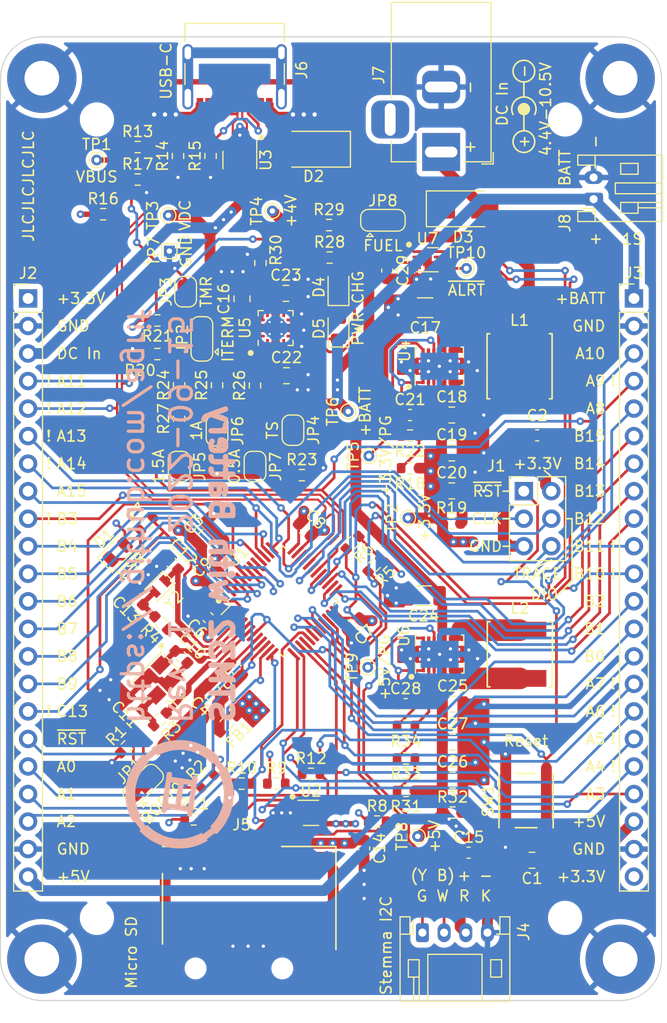
<source format=kicad_pcb>
(kicad_pcb (version 20211014) (generator pcbnew)
  (title_block (title "STM32 with Battery") (date "2022-09-15") (rev "1") (company "#overviewer") (comment 1 "STM32 Development Board"))
  (layers (0 "F.Cu" signal) (1 "In1.Cu" power) (2 "In2.Cu" power) (31 "B.Cu" signal) (34 "B.Paste" user) (35 "F.Paste" user) (36 "B.SilkS" user "B.Silkscreen") (37 "F.SilkS" user "F.Silkscreen") (38 "B.Mask" user) (39 "F.Mask" user) (44 "Edge.Cuts" user))
  (net 0 "")
  (net 1 "~{RST}")
  (net 2 "GND")
  (net 3 "+3V3")
  (net 4 "+3.3VA")
  (net 5 "GNDA")
  (net 6 "/OSC-IN")
  (net 7 "Net-(C11-Pad1)")
  (net 8 "/OSC32-IN")
  (net 9 "Net-(C13-Pad1)")
  (net 10 "VDC")
  (net 11 "+4V")
  (net 12 "Net-(C21-Pad1)")
  (net 13 "+BATT")
  (net 14 "+5V")
  (net 15 "Net-(C28-Pad1)")
  (net 16 "Net-(C29-Pad1)")
  (net 17 "Net-(D1-Pad1)")
  (net 18 "Net-(D2-Pad2)")
  (net 19 "Net-(D3-Pad2)")
  (net 20 "Net-(D4-Pad1)")
  (net 21 "Net-(D4-Pad2)")
  (net 22 "Net-(D5-Pad1)")
  (net 23 "Net-(D5-Pad2)")
  (net 24 "A14{slash}SWCLK")
  (net 25 "A13{slash}SWDIO")
  (net 26 "B3{slash}SWO")
  (net 27 "B10{slash}SCL")
  (net 28 "B11{slash}SDA")
  (net 29 "Net-(J5-Pad1)")
  (net 30 "A4{slash}~{SS}")
  (net 31 "A7{slash}MOSI")
  (net 32 "A5{slash}SCK")
  (net 33 "A6{slash}MISO")
  (net 34 "Net-(J5-Pad8)")
  (net 36 "Net-(J6-PadA5)")
  (net 38 "Net-(J6-PadB5)")
  (net 40 "unconnected-(J6-PadS1)")
  (net 42 "Net-(JP1-Pad1)")
  (net 43 "Net-(JP1-Pad2)")
  (net 44 "Net-(JP1-Pad3)")
  (net 45 "Net-(JP2-Pad1)")
  (net 46 "Net-(JP2-Pad2)")
  (net 47 "Net-(JP2-Pad3)")
  (net 48 "Net-(JP3-Pad1)")
  (net 49 "Net-(JP4-Pad1)")
  (net 50 "Net-(JP4-Pad2)")
  (net 51 "Net-(JP5-Pad1)")
  (net 52 "Net-(JP6-Pad1)")
  (net 53 "Net-(JP7-Pad1)")
  (net 54 "Net-(L1-Pad1)")
  (net 55 "Net-(L1-Pad2)")
  (net 56 "Net-(L2-Pad1)")
  (net 57 "Net-(L2-Pad2)")
  (net 58 "/OSC-OUT")
  (net 59 "/OSC32-OUT")
  (net 60 "C13{slash}USR")
  (net 61 "A9{slash}VBUS")
  (net 62 "Net-(R18-Pad2)")
  (net 63 "Net-(R24-Pad1)")
  (net 64 "Net-(R24-Pad2)")
  (net 65 "Net-(R30-Pad2)")
  (net 66 "Net-(R31-Pad2)")
  (net 67 "Net-(R33-Pad2)")
  (net 68 "Net-(TP5-Pad1)")
  (net 69 "Net-(TP9-Pad1)")
  (net 70 "Net-(TP10-Pad1)")
  (net 71 "A0")
  (net 72 "A1")
  (net 73 "A2")
  (net 74 "A3")
  (net 75 "B0")
  (net 76 "B1")
  (net 77 "B2")
  (net 78 "B12")
  (net 79 "B13")
  (net 80 "B14")
  (net 81 "B15")
  (net 82 "A8")
  (net 83 "A10")
  (net 84 "A15")
  (net 85 "B4")
  (net 86 "B5")
  (net 87 "B6")
  (net 88 "B7")
  (net 89 "B8")
  (net 90 "B9")
  (net 91 "/USB{slash}D+")
  (net 92 "/USB{slash}D-")
  (net 93 "MCU{slash}D+")
  (net 94 "MCU{slash}D-")
  (footprint "Diode_SMD:D_SMA" (layer "F.Cu") (at 91.1 63.7 180)
    (fp_text reference "D2")
    (fp_text value "SS54")
  )
  (footprint "local-footprints:SOFNG-TF-15x15" (layer "F.Cu") (at 85.165 136.03)
    (fp_text reference "J5")
    (fp_text value "Micro SD")
  )
  (footprint "Capacitor_SMD:C_1206_3216Metric" (layer "F.Cu") (at 101.25 104.9 180)
    (fp_text reference "C24")
    (fp_text value "22µF")
  )
  (footprint "Resistor_SMD:R_0603_1608Metric" (layer "F.Cu") (at 90.025001 93.774999)
    (fp_text reference "R23")
    (fp_text value "10k")
  )
  (footprint "Resistor_SMD:R_0603_1608Metric" (layer "F.Cu") (at 74.875 66.5)
    (fp_text reference "R17")
    (fp_text value "82k")
  )
  (footprint "Resistor_SMD:R_0603_1608Metric" (layer "F.Cu") (at 81.6 64.325 90)
    (fp_text reference "R15")
    (fp_text value "5.1k")
  )
  (footprint "Resistor_SMD:R_0603_1608Metric" (layer "F.Cu") (at 80.04 125.53)
    (fp_text reference "R11")
    (fp_text value "10k")
  )
  (footprint "Resistor_SMD:R_0603_1608Metric" (layer "F.Cu") (at 99.625 119.9 180)
    (fp_text reference "R33")
    (fp_text value "100k")
  )
  (footprint "local-footprints:JLCPCB-tooling-hole" (layer "F.Cu") (at 114.3 134.62)
    (fp_text reference "REF**" hide)
    (fp_text value "JLCPCB-tooling-hole")
  )
  (footprint "Jumper:SolderJumper-3_P1.3mm_Bridged12_RoundedPad1.0x1.5mm" (layer "F.Cu") (at 97.5 70.2575)
    (fp_text reference "JP8")
    (fp_text value "FUEL")
  )
  (footprint "TestPoint:TestPoint_THTPad_D1.0mm_Drill0.5mm" (layer "F.Cu") (at 100.7 127.1 90)
    (fp_text reference "TP8")
    (fp_text value "+5V")
  )
  (footprint "Capacitor_SMD:C_0603_1608Metric" (layer "F.Cu") (at 83.966532 111.637095 135)
    (fp_text reference "C5")
    (fp_text value "100nF")
  )
  (footprint "Resistor_SMD:R_0603_1608Metric" (layer "F.Cu") (at 85.7 85.499999 90)
    (fp_text reference "R26")
    (fp_text value "2k")
  )
  (footprint "Crystal:Crystal_SMD_2012-2Pin_2.0x1.2mm" (layer "F.Cu") (at 76.93082 104.035697 -135)
    (fp_text reference "Y2")
    (fp_text value "32.768kHz")
  )
  (footprint "Jumper:SolderJumper-2_P1.3mm_Open_RoundedPad1.0x1.5mm" (layer "F.Cu") (at 78.7 92.974999 -90)
    (fp_text reference "JP5")
    (fp_text value "1.5A")
  )
  (footprint "Resistor_SMD:R_0603_1608Metric" (layer "F.Cu") (at 76.7 79.499999 180)
    (fp_text reference "R21")
    (fp_text value "10k")
  )
  (footprint "Jumper:SolderJumper-3_P1.3mm_Bridged12_RoundedPad1.0x1.5mm" (layer "F.Cu") (at 75.380761 122.319239 45)
    (fp_text reference "JP1")
    (fp_text value "BOOT0")
  )
  (footprint "local-footprints:JLCPCB-tooling-hole" (layer "F.Cu") (at 114.3 60.96)
    (fp_text reference "REF**" hide)
    (fp_text value "JLCPCB-tooling-hole")
  )
  (footprint "Capacitor_SMD:C_0805_2012Metric" (layer "F.Cu") (at 103.925 114.9)
    (fp_text reference "C25")
    (fp_text value "10µF")
  )
  (footprint "local-footprints:JLCPCB-tooling-hole" (layer "F.Cu") (at 71.12 134.62)
    (fp_text reference "REF**" hide)
    (fp_text value "JLCPCB-tooling-hole")
  )
  (footprint "Jumper:SolderJumper-2_P1.3mm_Bridged_RoundedPad1.0x1.5mm" (layer "F.Cu") (at 89.2 89.624998 -90)
    (fp_text reference "JP4")
    (fp_text value "TS")
  )
  (footprint "Resistor_SMD:R_0603_1608Metric" (layer "F.Cu") (at 92.574999 73.699999)
    (fp_text reference "R28")
    (fp_text value "1k")
  )
  (footprint "Capacitor_SMD:C_0805_2012Metric" (layer "F.Cu") (at 103.925 121.9)
    (fp_text reference "C26")
    (fp_text value "10µF")
  )
  (footprint "Resistor_SMD:R_0603_1608Metric" (layer "F.Cu") (at 96.965 125.73)
    (fp_text reference "R8")
    (fp_text value "10k")
  )
  (footprint "Resistor_SMD:R_0603_1608Metric" (layer "F.Cu") (at 74.875 63.5)
    (fp_text reference "R13")
    (fp_text value "33k")
  )
  (footprint "local-footprints:Texas_R-PVSON-N14_ThermalVias" (layer "F.Cu") (at 102.7 83.724999 90)
    (fp_text reference "U4")
    (fp_text value "TPS63020DSJR")
  )
  (footprint "Capacitor_SMD:C_0805_2012Metric" (layer "F.Cu") (at 88.55 76.999999)
    (fp_text reference "C23")
    (fp_text value "4.7µF")
  )
  (footprint "Capacitor_SMD:C_0603_1608Metric" (layer "F.Cu") (at 111.725 90.1 180)
    (fp_text reference "C2")
    (fp_text value "100nF")
  )
  (footprint "local-footprints:Texas_R-PVSON-N14_ThermalVias" (layer "F.Cu") (at 102.725 110.3 90)
    (fp_text reference "U6")
    (fp_text value "TPS63020DSJR")
  )
  (footprint "TestPoint:TestPoint_THTPad_1.0x1.0mm_Drill0.5mm" (layer "F.Cu") (at 77.8 73.099999 90)
    (fp_text reference "TP7")
    (fp_text value "GND")
  )
  (footprint "TestPoint:TestPoint_THTPad_D1.0mm_Drill0.5mm" (layer "F.Cu") (at 96.2 92 90)
    (fp_text reference "TP5")
    (fp_text value "+3.3V/PG")
  )
  (footprint "Capacitor_SMD:C_0603_1608Metric" (layer "F.Cu") (at 78.910719 110.54108 -45)
    (fp_text reference "C10")
    (fp_text value "10pF")
  )
  (footprint "Resistor_SMD:R_0603_1608Metric" (layer "F.Cu") (at 78.7 88.574999 90)
    (fp_text reference "R27")
    (fp_text value "330")
  )
  (footprint "Connector_PinHeader_2.54mm:PinHeader_1x22_P2.54mm_Vertical" (layer "F.Cu") (at 120.65 77.47)
    (fp_text reference "J3")
    (fp_text value "Right")
  )
  (footprint "local-footprints:SWPA6020S" (layer "F.Cu") (at 110.1 83.725)
    (fp_text reference "L1")
    (fp_text value "1µH")
  )
  (footprint "Capacitor_SMD:C_0603_1608Metric" (layer "F.Cu") (at 74.721111 114.836753 135)
    (fp_text reference "C11")
    (fp_text value "10pF")
  )
  (footprint "Resistor_SMD:R_0603_1608Metric" (layer "F.Cu") (at 84.465 122.23)
    (fp_text reference "R10")
    (fp_text value "10k")
  )
  (footprint "Capacitor_SMD:C_0603_1608Metric" (layer "F.Cu") (at 78.062191 101.914377 135)
    (fp_text reference "C12")
    (fp_text value "6pF")
  )
  (footprint "Jumper:SolderJumper-2_P1.3mm_Open_RoundedPad1.0x1.5mm" (layer "F.Cu") (at 82.2 89.674999 -90)
    (fp_text reference "JP6")
    (fp_text value "1A")
  )
  (footprint "Connector_PinHeader_2.54mm:PinHeader_2x03_P2.54mm_Vertical" (layer "F.Cu") (at 110.49 95.25)
    (fp_text reference "J1")
    (fp_text value "SWD")
  )
  (footprint "Connector_JST:JST_PH_S4B-PH-K_1x04_P2.00mm_Horizontal" (layer "F.Cu") (at 101.14 135.98)
    (fp_text reference "J4")
    (fp_text value "Stemma I2C")
  )
  (footprint "TestPoint:TestPoint_THTPad_D1.0mm_Drill0.5mm" (layer "F.Cu") (at 71.1 64.7)
    (fp_text reference "TP1")
    (fp_text value "VBUS")
  )
  (footprint "Connector_PinHeader_2.54mm:PinHeader_1x22_P2.54mm_Vertical" (layer "F.Cu") (at 64.77 77.47)
    (fp_text reference "J2")
    (fp_text value "Left")
  )
  (footprint "Resistor_SMD:R_0603_1608Metric" (layer "F.Cu") (at 96.716637 102.083363 -135)
    (fp_text reference "R5")
    (fp_text value "4.7k")
  )
  (footprint "LED_SMD:LED_0805_2012Metric" (layer "F.Cu") (at 93.4 80.262499 90)
    (fp_text reference "D5")
    (fp_text value "PWR")
  )
  (footprint "Resistor_SMD:R_0603_1608Metric" (layer "F.Cu") (at 78.7 85.474999 90)
    (fp_text reference "R24")
    (fp_text value "270")
  )
  (footprint "LED_SMD:LED_0805_2012Metric" (layer "F.Cu") (at 93.4 76.437499 90)
    (fp_text reference "D4")
    (fp_text value "CHG")
  )
  (footprint "Package_TO_SOT_SMD:SOT-23-6" (layer "F.Cu") (at 84.3 64.7 -90)
    (fp_text reference "U3")
    (fp_text value "USBLC6-2SC6")
  )
  (footprint "Capacitor_SMD:C_0603_1608Metric" (layer "F.Cu") (at 105.4 128.6)
    (fp_text reference "C15")
    (fp_text value "100nF")
  )
  (footprint "Capacitor_SMD:C_1206_3216Metric" (layer "F.Cu") (at 101.4 78.325 180)
    (fp_text reference "C17")
    (fp_text value "22µF")
  )
  (footprint "Capacitor_SMD:C_0603_1608Metric" (layer "F.Cu") (at 74.809499 105.167068 135)
    (fp_text reference "C13")
    (fp_text value "6pF")
  )
  (footprint "Resistor_SMD:R_0603_1608Metric" (layer "F.Cu") (at 103.825 98.225)
    (fp_text reference "R19")
    (fp_text value "1M")
  )
  (footprint "Resistor_SMD:R_0603_1608Metric" (layer "F.Cu") (at 86.2 74.199999 -90)
    (fp_text reference "R30")
    (fp_text value "1k")
  )
  (footprint "Resistor_SMD:R_0603_1608Metric" (layer "F.Cu") (at 99.625 116.9 180)
    (fp_text reference "R34")
    (fp_text value "180k")
  )
  (footprint "Capacitor_SMD:C_0805_2012Metric" (layer "F.Cu") (at 103.85 88.225)
    (fp_text reference "C18")
    (fp_text value "10µF")
  )
  (footprint "Capacitor_SMD:C_0805_2012Metric" (layer "F.Cu") (at 103.925 118.4)
    (fp_text reference "C27")
    (fp_text value "10µF")
  )
  (footprint "Capacitor_SMD:C_0603_1608Metric" (layer "F.Cu") (at 95.765 128.205 -90)
    (fp_text reference "C14")
    (fp_text value "100nF")
  )
  (footprint "Connector_JST:JST_PH_S2B-PH-K_1x02_P2.00mm_Horizontal" (layer "F.Cu") (at 116.93 68.31 90)
    (fp_text reference "J8")
    (fp_text value "BATT")
  )
  (footprint "TestPoint:TestPoint_THTPad_D1.0mm_Drill0.5mm" (layer "F.Cu") (at 96.1 111.5 90)
    (fp_text reference "TP9")
    (fp_text value "+5V/PG")
  )
  (footprint "Resistor_SMD:R_0603_1608Metric" (layer "F.Cu") (at 81.3 122 45)
    (fp_text reference "R2")
    (fp_text value "10k")
  )
  (footprint "Capacitor_SMD:C_0603_1608Metric" (layer "F.Cu") (at 99.6 114.9)
    (fp_text reference "C28")
    (fp_text value "100nF")
  )
  (footprint "Resistor_SMD:R_0603_1608Metric" (layer "F.Cu") (at 94.7 100 -135)
    (fp_text reference "R6")
    (fp_text value "4.7k")
  )
  (footprint "Capacitor_SMD:C_0603_1608Metric" (layer "F.Cu") (at 94.785266 107.50052 -135)
    (fp_text reference "C7")
    (fp_text value "100nF")
  )
  (footprint "Jumper:SolderJumper-3_P1.3mm_Open_RoundedPad1.0x1.5mm" (layer "F.Cu") (at 80.8 81.199999 90)
    (fp_text reference "JP2")
    (fp_text value "ITERM")
  )
  (footprint "Resistor_SMD:R_0603_1608Metric" (layer "F.Cu") (at 103.925 124.9)
    (fp_text reference "R32")
    (fp_text value "1M")
  )
  (footprint "Resistor_SMD:R_0603_1608Metric" (layer "F.Cu") (at 76.7 82.599999)
    (fp_text reference "R20")
    (fp_text value "10k")
  )
  (footprint "Resistor_SMD:R_0603_1608Metric" (layer "F.Cu") (at 99.625 122.9 180)
    (fp_text reference "R31")
    (fp_text value "1.5M")
  )
  (footprint "MountingHole:MountingHole_3.2mm_M3_Pad" (layer "F.Cu") (at 119.38 57.15)
    (fp_text reference "H1")
    (fp_text value "M3")
  )
  (footprint "Capacitor_SMD:C_0805_2012Metric" (layer "F.Cu") (at 88.6 84.599999)
    (fp_text reference "C22")
    (fp_text value "4.7µF")
  )
  (footprint "NetTie:NetTie-2_SMD_Pad2.0mm" (layer "F.Cu") (at 79.065575 117.454463 45)
    (fp_text reference "NT1")
    (fp_text value "NetTie_2")
  )
  (footprint "Capacitor_SMD:C_0603_1608Metric" (layer "F.Cu") (at 97.9 74.9 -90)
    (fp_text reference "C29")
    (fp_text value "100nF")
  )
  (footprint "TestPoint:TestPoint_THTPad_D1.0mm_Drill0.5mm" (layer "F.Cu") (at 94.3 87.9 90)
    (fp_text reference "TP6")
    (fp_text value "+BATT")
  )
  (footprint "Capacitor_SMD:C_0603_1608Metric" (layer "F.Cu") (at 100 88.225)
    (fp_text reference "C21")
    (fp_text value "100nF")
  )
  (footprint "Resistor_SMD:R_0603_1608Metric" (layer "F.Cu") (at 71.7 69.7)
    (fp_text reference "R16")
    (fp_text value "1.5k")
  )
  (footprint "Jumper:SolderJumper-2_P1.3mm_Bridged_RoundedPad1.0x1.5mm" (layer "F.Cu") (at 79.3 76.849999 90)
    (fp_text reference "JP3")
    (fp_text value "TMR")
  )
  (footprint "MountingHole:MountingHole_3.2mm_M3_Pad" (layer "F.Cu") (at 119.38 138.43)
    (fp_text reference "H4")
    (fp_text value "M3")
  )
  (footprint "TestPoint:TestPoint_THTPad_D1.0mm_Drill0.5mm" (layer "F.Cu") (at 105.2 74.7)
    (fp_text reference "TP10")
    (fp_text value "~{ALRT}")
  )
  (footprint "TestPoint:TestPoint_THTPad_D1.0mm_Drill0.5mm" (layer "F.Cu") (at 87.3 69.4 90)
    (fp_text reference "TP4")
    (fp_text value "+4V")
  )
  (footprint "Package_TO_SOT_SMD:SOT-363_SC-70-6" (layer "F.Cu") (at 90.865 124.93)
    (fp_text reference "U2")
    (fp_text value "SMF05CT1G")
  )
  (footprint "MountingHole:MountingHole_3.2mm_M3_Pad" (layer "F.Cu") (at 66.04 57.15)
    (fp_text reference "H2")
    (fp_text value "M3")
  )
  (footprint "Capacitor_SMD:C_0603_1608Metric" (layer "F.Cu") (at 90.27746 98.85614 -45)
    (fp_text reference "C8")
    (fp_text value "100nF")
  )
  (footprint "local-footprints:TS-1187A-B-A-B" (layer "F.Cu") (at 110.7 123.8 90)
    (fp_text reference "SW1")
    (fp_text value "Reset")
  )
  (footprint "LED_SMD:LED_0805_2012Metric" (layer "F.Cu") (at 73.037087 100.862913 45)
    (fp_text reference "D1")
    (fp_text value "USR")
  )
  (footprint "Resistor_SMD:R_0603_1608Metric" (layer "F.Cu") (at 92.525 70.7)
    (fp_text reference "R29")
    (fp_text value "1k")
  )
  (footprint "Resistor_SMD:R_0603_1608Metric" (layer "F.Cu") (at 82.2 85.474999 90)
    (fp_text reference "R25")
    (fp_text value "1k")
  )
  (footprint "Connector_USB:USB_C_Receptacle_XKB_U262-16XN-4BVC11" (layer "F.Cu") (at 83.82 55.88 180)
    (fp_text reference "J6")
    (fp_text value "USB-C")
  )
  (footprint "MountingHole:MountingHole_3.2mm_M3_Pad" (layer "F.Cu") (at 66.04 138.43)
    (fp_text reference "H3")
    (fp_text value "M3")
  )
  (footprint "Capacitor_SMD:C_0603_1608Metric" (layer "F.Cu") (at 81.86289 103.310913 45)
    (fp_text reference "C9")
    (fp_text value "100nF")
  )
  (footprint "Resistor_SMD:R_0603_1608Metric" (layer "F.Cu") (at 90.865 121.33)
    (fp_text reference "R12")
    (fp_text value "10k")
  )
  (footprint "Capacitor_SMD:C_0603_1608Metric" (layer "F.Cu") (at 81.367915 106.917157 135)
    (fp_text reference "C6")
    (fp_text value "100nF")
  )
  (footprint "Resistor_SMD:R_0603_1608Metric" (layer "F.Cu") (at 77.054564 107.412132 135)
    (fp_text reference "R4")
    (fp_text value "0")
  )
  (footprint "TestPoint:TestPoint_THTPad_D1.0mm_Drill0.5mm" (layer "F.Cu") (at 77.7 69.8 90)
    (fp_text reference "TP3")
    (fp_text value "VDC")
  )
  (footprint "Capacitor_SMD:C_0805_2012Metric" (layer "F.Cu") (at 111.25 129.3 180)
    (fp_text reference "C1")
    (fp_text value "10nF")
  )
  (footprint "Connector_BarrelJack:BarrelJack_Horizontal" (layer "F.Cu") (at 102.87 63.96 -90)
    (fp_text reference "J7")
    (fp_text value "DC In")
  )
  (footprint "Capacitor_SMD:C_0805_2012Metric" (layer "F.Cu") (at 81.845212 113.899837 135)
    (fp_text reference "C4")
    (fp_text value "1µF")
  )
  (footprint "Resistor_SMD:R_0603_1608Metric" (layer "F.Cu") (at 87.665 122.23)
    (fp_text reference "R9")
    (fp_text value "10k")
  )
  (footprint "Resistor_SMD:R_0603_1608Metric" (layer "F.Cu") (at 100 90.125 180)
    (fp_text reference "R22")
    (fp_text value "180k")
  )
  (footprint "Package_QFP:LQFP-48_7x7mm_P0.5mm" (layer "F.Cu") (at 88.276348 105.41102 45)
    (fp_text reference "U1")
    (fp_text value "STM32F103CBT6")
  )
  (footprint "Resistor_SMD:R_0603_1608Metric" (layer "F.Cu") (at 100 93.125 180)
    (fp_text reference "R18")
    (fp_text value "1M")
  )
  (footprint "Capacitor_SMD:C_0805_2012Metric" (layer "F.Cu") (at 84.5 77.499999 90)
    (fp_text reference "C16")
    (fp_text value "1µF")
  )
  (footprint "Crystal:Crystal_SMD_3225-4Pin_3.2x2.5mm" (layer "F.Cu") (at 76.807076 112.680078 -135)
    (fp_text reference "Y1")
    (fp_text value "16MHz")
  )
  (footprint "local-footprints:JLCPCB-tooling-hole" (layer "F.Cu") (at 71.12 60.96)
    (fp_text reference "REF**" hide)
    (fp_text value "JLCPCB-tooling-hole")
  )
  (footprint "local-footprints:SWPA6020S" (layer "F.Cu") (at 110.125 110.3)
    (fp_text reference "L2")
    (fp_text value "1µH")
  )
  (footprint "local-footprints:MAX17048-TDFN-8" (layer "F.Cu") (at 101.6 73.9)
    (fp_text reference "U7")
    (fp_text value "MAX17048G+")
  )
  (footprint "Capacitor_SMD:C_0805_2012Metric" (layer "F.Cu") (at 103.85 95.225)
    (fp_text reference "C20")
    (fp_text value "10µF")
  )
  (footprint "Capacitor_SMD:C_0805_2012Metric" (layer "F.Cu") (at 81.220837 99.49395 45)
    (fp_text reference "C3")
    (fp_text value "10µF")
  )
  (footprint "Jumper:SolderJumper-2_P1.3mm_Bridged_RoundedPad1.0x1.5mm" (layer "F.Cu") (at 85.7 92.974999 -90)
    (fp_text reference "JP7")
    (fp_text value "0.5A")
  )
  (footprint "Package_DFN_QFN:VQFN-16-1EP_3x3mm_P0.5mm_EP1.6x1.6mm_ThermalVias" (layer "F.Cu") (at 87.6 80.199999 90)
    (fp_text reference "U5")
    (fp_text value "BQ24074RGT")
  )
  (footprint "Diode_SMD:D_SMA" (layer "F.Cu") (at 104.9 69.2)
    (fp_text reference "D3")
    (fp_text value "SS54")
  )
  (footprint "TestPoint:TestPoint_THTPad_D1.0mm_Drill0.5mm" (layer "F.Cu") (at 99.8 97.725 90)
    (fp_text reference "TP2")
    (fp_text value "+3.3V")
  )
  (footprint "Resistor_SMD:R_0603_1608Metric" (layer "F.Cu") (at 78.6 64.325 90)
    (fp_text reference "R14")
    (fp_text value "5.1k")
  )
  (footprint "Resistor_SMD:R_0603_1608Metric" (layer "F.Cu") (at 73.9 118.8 45)
    (fp_text reference "R1")
    (fp_text value "10k")
  )
  (footprint "Resistor_SMD:R_0603_1608Metric" (layer "F.Cu") (at 76.93082 116.304 -135)
    (fp_text reference "R3")
    (fp_text value "300")
  )
  (footprint "Inductor_SMD:L_0805_2012Metric" (layer "F.Cu") (at 83.139571 116.613359 -135)
    (fp_text reference "FB1")
    (fp_text value "600Ω @ 100MHz")
  )
  (footprint "Capacitor_SMD:C_0805_2012Metric" (layer "F.Cu") (at 103.85 91.725)
    (fp_text reference "C19")
    (fp_text value "10µF")
  )
  (footprint "Resistor_SMD:R_0603_1608Metric" (layer "F.Cu") (at 75.716637 98.283363 45)
    (fp_text reference "R7")
    (fp_text value "1.5k")
  )
  (footprint "local-footprints:Rakeri-10mm" (layer "B.Cu") (at 78.74 123.215309 90)
    (fp_text reference "Ref**" hide)
    (fp_text value "Val**" hide)
  )
  (gr_circle (center 100.125 112.374999) (end 100.125 112.175) (layer "F.SilkS") (width 0.15) (fill solid))
  (gr_line (start 110.5 62) (end 110.5 60.5) (layer "F.SilkS") (width 0.15))
  (gr_circle (center 99.9 72.5) (end 100.1 72.5) (layer "F.SilkS") (width 0.15) (fill solid))
  (gr_line (start 108.585 97.79) (end 109.22 97.79) (layer "F.SilkS") (width 0.15))
  (gr_line (start 108.585 100.33) (end 109.22 100.33) (layer "F.SilkS") (width 0.15))
  (gr_circle (center 89.165 123.43) (end 89.365 123.43) (layer "F.SilkS") (width 0.15) (fill solid))
  (gr_circle (center 110.5 63) (end 110.5 62) (layer "F.SilkS") (width 0.15) (fill none))
  (gr_line (start 108.585 95.25) (end 109.16 95.25) (layer "F.SilkS") (width 0.15))
  (gr_line (start 113.06 93.92) (end 112.395 93.345) (layer "F.SilkS") (width 0.15))
  (gr_arc (start 109.5 60.5) (mid 110.5 58.880866) (end 111.5 60.5) (layer "F.SilkS") (width 0.15))
  (gr_line (start 114.935 97.79) (end 114.935 103.505) (layer "F.SilkS") (width 0.15))
  (gr_line (start 113.03 101.6) (end 111.76 102.235) (layer "F.SilkS") (width 0.15))
  (gr_circle (center 85.3 82.499999) (end 85.3 82.299999) (layer "F.SilkS") (width 0.15) (fill solid))
  (gr_circle (center 110.5 60.000001) (end 110.500001 59.5) (layer "F.SilkS") (width 0.15) (fill solid))
  (gr_circle (center 110.5 56.5) (end 110.5 55.5) (layer "F.SilkS") (width 0.15) (fill none))
  (gr_circle (center 82.357864 105.361522) (end 82.499286 105.220101) (layer "F.SilkS") (width 0.15) (fill solid))
  (gr_circle (center 99.9 85.6) (end 99.9 85.4) (layer "F.SilkS") (width 0.15) (fill solid))
  (gr_circle (center 77.054564 109.533452) (end 76.913142 109.674874) (layer "F.SilkS") (width 0.15) (fill solid))
  (gr_line (start 110.5 58.880866) (end 110.5 57.500001) (layer "F.SilkS") (width 0.15))
  (gr_line (start 114.935 103.505) (end 113.665 104.775) (layer "F.SilkS") (width 0.15))
  (gr_circle (center 86.3 62.6) (end 86.5 62.6) (layer "F.SilkS") (width 0.15) (fill solid))
  (gr_line (start 114.36 97.79) (end 114.935 97.79) (layer "F.SilkS") (width 0.15))
  (gr_line (start 119.38 142.24) (end 66.04 142.24) (layer "Edge.Cuts") (width 0.1))
  (gr_line (start 123.19 57.15) (end 123.19 138.43) (layer "Edge.Cuts") (width 0.1))
  (gr_arc (start 62.23 57.15) (mid 63.345923 54.455923) (end 66.04 53.34) (layer "Edge.Cuts") (width 0.1))
  (gr_arc (start 123.19 138.43) (mid 122.074077 141.124077) (end 119.38 142.24) (layer "Edge.Cuts") (width 0.1))
  (gr_line (start 62.23 138.43) (end 62.23 57.15) (layer "Edge.Cuts") (width 0.1))
  (gr_arc (start 119.38 53.34) (mid 122.074077 54.455923) (end 123.19 57.15) (layer "Edge.Cuts") (width 0.1))
  (gr_line (start 66.04 53.34) (end 119.38 53.34) (layer "Edge.Cuts") (width 0.1))
  (gr_arc (start 66.04 142.24) (mid 63.345923 141.124077) (end 62.23 138.43) (layer "Edge.Cuts") (width 0.1))
  (gr_text "${ISSUE_DATE}" (at 78.74 78.76531 270) (layer "B.SilkS") (effects (font (size 2 2) (thickness 0.3)) (justify right mirror)))
  (gr_text "https://github.com/agrif" (at 74.93 116.86531 270) (layer "B.SilkS") (effects (font (size 2 2) (thickness 0.3)) (justify left mirror)))
  (gr_text "${TITLE}" (at 82.55 116.86531 270) (layer "B.SilkS") (effects (font (size 2 2) (thickness 0.5)) (justify left mirror)))
  (gr_text "Rev. ${REVISION}" (at 78.74 116.865309 270) (layer "B.SilkS") (effects (font (size 2 2) (thickness 0.3)) (justify left mirror)))
  (gr_text "W" (at 103 132.6) (layer "F.SilkS") (effects (font (size 1 1))))
  (gr_text "DC In" (at 67.31 82.55) (layer "F.SilkS") (effects (font (size 1 1)) (justify left)))
  (gr_text "A10" (at 118.11 82.55) (layer "F.SilkS") (effects (font (size 1 1)) (justify right)))
  (gr_text "GND" (at 118.11 80.01) (layer "F.SilkS") (effects (font (size 1 1)) (justify right)))
  (gr_text "B11" (at 118.11 100.33) (layer "F.SilkS") (effects (font (size 1 1)) (justify right)))
  (gr_text "TRACE" (at 111.76 102.87) (layer "F.SilkS") (effects (font (size 1 1))))
  (gr_text "B14" (at 118.11 92.71) (layer "F.SilkS") (effects (font (size 1 1)) (justify right)))
  (gr_text "-" (at 117.07 63 90) (layer "F.SilkS") (effects (font (size 1 1))))
  (gr_text "GND" (at 118.11 128.27) (layer "F.SilkS") (effects (font (size 1 1)) (justify right)))
  (gr_text "!" (at 66.675 115.57) (layer "F.SilkS") (effects (font (size 1 1))))
  (gr_text "A9" (at 118.11 85.09) (layer "F.SilkS") (effects (font (size 1 1)) (justify right)))
  (gr_text "K" (at 107 132.6) (layer "F.SilkS") (effects (font (size 1 1))))
  (gr_text "A11" (at 67.31 85.09) (layer "F.SilkS") (effects (font (size 1 1)) (justify left)))
  (gr_text "A0" (at 67.31 120.65) (layer "F.SilkS") (effects (font (size 1 1)) (justify left)))
  (gr_text "+" (at 105.5 63.5 90) (layer "F.SilkS") (effects (font (size 1 1))))
  (gr_text "!" (at 118.745 120.65) (layer "F.SilkS") (effects (font (size 1 1))))
  (gr_text "+3.3V" (at 111.76 92.71) (layer "F.SilkS") (effects (font (size 1 1))))
  (gr_text "G" (at 101.1 132.6) (layer "F.SilkS") (effects (font (size 1 1))))
  (gr_text "CLK" (at 108.585 97.79) (layer "F.SilkS") (effects (font (size 1 1)) (justify right)))
  (gr_text "A7" (at 118.11 113.03) (layer "F.SilkS") (effects (font (size 1 1)) (justify right)))
  (gr_text "A4" (at 118.11 120.65) (layer "F.SilkS") (effects (font (size 1 1)) (justify right)))
  (gr_text "B)" (at 103.3 130.7) (layer "F.SilkS") (effects (font (size 1 1))))
  (gr_text "A12" (at 67.31 87.63) (layer "F.SilkS") (effects (font (size 1 1)) (justify left)))
  (gr_text "A2" (at 67.31 125.73) (layer "F.SilkS") (effects (font (size 1 1)) (justify left)))
  (gr_text "+" (at 117.07 72 90) (layer "F.SilkS") (effects (font (size 1 1))))
  (gr_text "JLCJLCJLCJLC" (at 64.8 67.1 90) (layer "F.SilkS") (effects (font (size 1 1))))
  (gr_text "B5" (at 67.31 102.87) (layer "F.SilkS") (effects (font (size 1 1)) (justify left)))
  (gr_text "!" (at 118.745 113.03) (layer "F.SilkS") (effects (font (size 1 1))))
  (gr_text "B0" (at 118.11 110.49) (layer "F.SilkS") (effects (font (size 1 1)) (justify right)))
  (gr_text "~{RST}" (at 67.31 118.11) (layer "F.SilkS") (effects (font (size 1 1)) (justify left)))
  (gr_text "B15" (at 118.11 90.17) (layer "F.SilkS") (effects (font (size 1 1)) (justify right)))
  (gr_text "!" (at 118.745 85.09) (layer "F.SilkS") (effects (font (size 1 1))))
  (gr_text "-" (at 110.5 56.5 90) (layer "F.SilkS") (effects (font (size 1 1))))
  (gr_text "B7" (at 67.31 107.95) (layer "F.SilkS") (effects (font (size 1 1)) (justify left)))
  (gr_text "!" (at 66.675 85.09) (layer "F.SilkS") (effects (font (size 1 1))))
  (gr_text "B6" (at 67.31 105.41) (layer "F.SilkS") (effects (font (size 1 1)) (justify left)))
  (gr_text "A15" (at 67.31 95.25) (layer "F.SilkS") (effects (font (size 1 1)) (justify left)))
  (gr_text "B2" (at 118.11 105.41) (layer "F.SilkS") (effects (font (size 1 1)) (justify right)))
  (gr_text "1S" (at 120.5 72) (layer "F.SilkS") (effects (font (size 1 1))))
  (gr_text "!" (at 118.745 115.57) (layer "F.SilkS") (effects (font (size 1 1))))
  (gr_text "~{RST}" (at 108.585 95.25) (layer "F.SilkS") (effects (font (size 1 1)) (justify right)))
  (gr_text "A14" (at 67.31 92.71) (layer "F.SilkS") (effects (font (size 1 1)) (justify left)))
  (gr_text "!" (at 118.745 102.87) (layer "F.SilkS") (effects (font (size 1 1))))
  (gr_text "+BATT" (at 118.11 77.47) (layer "F.SilkS") (effects (font (size 1 1)) (justify right)))
  (gr_text "A13" (at 67.31 90.17) (layer "F.SilkS") (effects (font (size 1 1)) (justify left)))
  (gr_text "+5V" (at 118.11 125.73) (layer "F.SilkS") (effects (font (size 1 1)) (justify right)))
  (gr_text "-" (at 107 130.7) (layer "F.SilkS") (effects (font (size 1 1))))
  (gr_text "GND" (at 108.585 100.33) (layer "F.SilkS") (effects (font (size 1 1)) (justify right)))
  (gr_text "R" (at 105 132.6) (layer "F.SilkS") (effects (font (size 1 1))))
  (gr_text "B8" (at 67.31 110.49) (layer "F.SilkS") (effects (font (size 1 1)) (justify left)))
  (gr_text "A6" (at 118.11 115.57) (layer "F.SilkS") (effects (font (size 1 1)) (justify right)))
  (gr_text "B9" (at 67.31 113.03) (layer "F.SilkS") (effects (font (size 1 1)) (justify left)))
  (gr_text "(Y" (at 100.8 130.7) (layer "F.SilkS") (effects (font (size 1 1))))
  (gr_text "!" (at 118.745 118.11) (layer "F.SilkS") (effects (font (size 1 1))))
  (gr_text "A1" (at 67.31 123.19) (layer "F.SilkS") (effects (font (size 1 1)) (justify left)))
  (gr_text "A5" (at 118.11 118.11) (layer "F.SilkS") (effects (font (size 1 1)) (justify right)))
  (gr_text "+" (at 110.5 63 90) (layer "F.SilkS") (effects (font (size 1 1))))
  (gr_text "4.4V-10.5V" (at 112.5 60 90) (layer "F.SilkS") (effects (font (size 1 1))))
  (gr_text "!" (at 66.675 87.63) (layer "F.SilkS") (effects (font (size 1 1))))
  (gr_text "B1" (at 118.11 107.95) (layer "F.SilkS") (effects (font (size 1 1)) (justify right)))
  (gr_text "B10" (at 118.11 102.87) (layer "F.SilkS") (effects (font (size 1 1)) (justify right)))
  (gr_text "+3.3V" (at 118.11 130.81) (layer "F.SilkS") (effects (font (size 1 1)) (justify right)))
  (gr_text "B12" (at 118.11 97.79) (layer "F.SilkS") (effects (font (size 1 1)) (justify right)))
  (gr_text "!" (at 118.745 100.33) (layer "F.SilkS") (effects (font (size 1 1))))
  (gr_text "!" (at 66.675 92.71) (layer "F.SilkS") (effects (font (size 1 1))))
  (gr_text "C13" (at 67.31 115.57) (layer "F.SilkS") (effects (font (size 1 1)) (justify left)))
  (gr_text "!" (at 66.675 97.79) (layer "F.SilkS") (effects (font (size 1 1))))
  (gr_text "+" (at 105 130.7) (layer "F.SilkS") (effects (font (size 1 1))))
  (gr_text "B3" (at 67.31 97.79) (layer "F.SilkS") (effects (font (size 1 1)) (justify left)))
  (gr_text "GND" (at 67.31 128.27) (layer "F.SilkS") (effects (font (size 1 1)) (justify left)))
  (gr_text "A3" (at 118.11 123.19) (layer "F.SilkS") (effects (font (size 1 1)) (justify right)))
  (gr_text "+3.3V" (at 67.31 77.47) (layer "F.SilkS") (effects (font (size 1 1)) (justify left)))
  (gr_text "!" (at 66.675 90.17) (layer "F.SilkS") (effects (font (size 1 1))))
  (gr_text "GND" (at 67.31 80.01) (layer "F.SilkS") (effects (font (size 1 1)) (justify left)))
  (gr_text "B13" (at 118.11 95.25) (layer "F.SilkS") (effects (font (size 1 1)) (justify right)))
  (gr_text "+5V" (at 67.31 130.81) (layer "F.SilkS") (effects (font (size 1 1)) (justify left)))
  (gr_text "B4" (at 67.31 100.33) (layer "F.SilkS") (effects (font (size 1 1)) (justify left)))
  (gr_text "-" (at 105.5 58 90) (layer "F.SilkS") (effects (font (size 1 1))))
  (gr_text "A8" (at 118.11 87.63) (layer "F.SilkS") (effects (font (size 1 1)) (justify right)))
  (gr_text "DIO" (at 112.395 104.775) (layer "F.SilkS") (effects (font (size 1 1))))
  (segment (start 112.575 126.8) (end 112.575 120.8) (width 1) (layer "F.Cu") (net 1))
  (segment (start 113.5 106.3) (end 113.5 119.05) (width 0.25) (layer "F.Cu") (net 1))
  (segment (start 94.600989 116.2) (end 94.600989 112.100989) (width 0.25) (layer "F.Cu") (net 1))
  (segment (start 111.76 96.52) (end 111.76 100.72101) (width 0.25) (layer "F.Cu") (net 1))
  (segment (start 108.88101 103.6) (end 108.4 103.6) (width 0.25) (layer "F.Cu") (net 1))
  (segment (start 112.575 119.975) (end 112.1 119.5) (width 0.25) (layer "F.Cu") (net 1))
  (segment (start 85.545827 108.531129) (end 86.8 107.276956) (width 0.25) (layer "F.Cu") (net 1))
  (segment (start 86.8 107.276956) (end 86.8 107.1) (width 0.25) (layer "F.Cu") (net 1))
  (segment (start 112.575 128.925) (end 112.2 129.3) (width 1) (layer "F.Cu") (net 1))
  (segment (start 92.374275 109.874275) (end 91.925725 109.874275) (width 0.25) (layer "F.Cu") (net 1))
  (segment (start 94.600989 112.100989) (end 92.374275 109.874275) (width 0.25) (layer "F.Cu") (net 1))
  (segment (start 112.575 120.8) (end 112.575 119.975) (width 0.25) (layer "F.Cu") (net 1))
  (segment (start 111.76 100.72101) (end 108.88101 103.6) (width 0.25) (layer "F.Cu") (net 1))
  (segment (start 113.5 119.05) (end 112.575 119.975) (width 0.25) (layer "F.Cu") (net 1))
  (segment (start 110.49 95.25) (end 111.76 96.52) (width 0.25) (layer "F.Cu") (net 1))
  (segment (start 112.575 126.8) (end 112.575 128.925) (width 1) (layer "F.Cu") (net 1))
  (segment (start 85.509793 108.531129) (end 85.545827 108.531129) (width 0.25) (layer "F.Cu") (net 1))
  (via (at 91.925725 109.874275) (size 0.7) (drill 0.3) (layers "F.Cu" "B.Cu") (net 1))
  (via (at 112.1 119.5) (size 0.7) (drill 0.3) (layers "F.Cu" "B.Cu") (net 1))
  (via (at 86.8 107.1) (size 0.7) (drill 0.3) (layers "F.Cu" "B.Cu") (net 1))
  (via (at 94.600989 116.2) (size 0.7) (drill 0.3) (layers "F.Cu" "B.Cu") (net 1))
  (via (at 108.4 103.6) (size 0.7) (drill 0.3) (layers "F.Cu" "B.Cu") (net 1))
  (via (at 113.5 106.3) (size 0.7) (drill 0.3) (layers "F.Cu" "B.Cu") (net 1))
  (segment (start 112.1 119.5) (end 110.325489 117.725489) (width 0.25) (layer "B.Cu") (net 1))
  (segment (start 110.8 103.6) (end 113.5 106.3) (width 0.25) (layer "B.Cu") (net 1))
  (segment (start 86.3 106.6) (end 85.7 106.6) (width 0.25) (layer "B.Cu") (net 1))
  (segment (start 85.7 106.6) (end 85.4 106.9) (width 0.25) (layer "B.Cu") (net 1))
  (segment (start 85.4 106.9) (end 85.4 110.3) (width 0.25) (layer "B.Cu") (net 1))
  (segment (start 86.8 107.1) (end 86.3 106.6) (width 0.25) (layer "B.Cu") (net 1))
  (segment (start 76.2 119.5) (end 66.16 119.5) (width 0.25) (layer "B.Cu") (net 1))
  (segment (start 91.925725 109.874275) (end 91.774511 110.025489) (width 0.25) (layer "B.Cu") (net 1))
  (segment (start 96.126478 117.725489) (end 94.600989 116.2) (width 0.25) (layer "B.Cu") (net 1))
  (segment (start 96.126478 117.725489) (end 110.325489 117.725489) (width 0.25) (layer "B.Cu") (net 1))
  (segment (start 66.16 119.5) (end 64.77 118.11) (width 0.25) (layer "B.Cu") (net 1))
  (segment (start 91.774511 110.025489) (end 89.725489 110.025489) (width 0.25) (layer "B.Cu") (net 1))
  (segment (start 108.4 103.6) (end 110.8 103.6) (width 0.25) (layer "B.Cu") (net 1))
  (segment (start 89.725489 110.025489) (end 86.8 107.1) (width 0.25) (layer "B.Cu") (net 1))
  (segment (start 85.4 110.3) (end 76.2 119.5) (width 0.25) (layer "B.Cu") (net 1))
  (segment (start 108.8 128.1) (end 109.1 128.1) (width 1) (layer "F.Cu") (net 2))
  (segment (start 104.875 121.9) (end 104.875 124.775) (width 1) (layer "F.Cu") (net 2))
  (segment (start 77.415 138.88) (end 79.065 137.23) (width 1) (layer "F.Cu") (net 2))
  (segment (start 104.875 118.4) (end 106.025 118.4) (width 1) (layer "F.Cu") (net 2))
  (segment (start 101.6 73.9) (end 101.6 74.5) (width 0.5) (layer "F.Cu") (net 2))
  (segment (start 79.877824 60.5) (end 78.4 60.5) (width 0.5) (layer "F.Cu") (net 2))
  (segment (start 83.665 137.23) (end 85.065 137.23) (width 1) (layer "F.Cu") (net 2))
  (segment (start 97.9 75.675) (end 100.125 75.675) (width 1) (layer "F.Cu") (net 2))
  (segment (start 81.915 129.729022) (end 81.564022 130.08) (width 1) (layer "F.Cu") (net 2))
  (segment (start 100.375 114.9) (end 100.375 115.325) (width 0.25) (layer "F.Cu") (net 2))
  (segment (start 94.237258 108.048528) (end 94.590812 108.402082) (width 1) (layer "F.Cu") (net 2))
  (segment (start 105.999999 88.225) (end 106.8 88.225) (width 1) (layer "F.Cu") (net 2))
  (segment (start 78.6 65.15) (end 78.6 66.3) (width 0.25) (layer "F.Cu") (net 2))
  (segment (start 91.325 93.775) (end 92 93.1) (width 0.25) (layer "F.Cu") (net 2))
  (segment (start 81.6 65.15) (end 81.6 66.3) (width 0.25) (layer "F.Cu") (net 2))
  (segment (start 79.458727 111.230509) (end 79.458727 111.089087) (width 0.5) (layer "F.Cu") (net 2))
  (segment (start 89.45 79.449999) (end 90 78.899999) (width 0.25) (layer "F.Cu") (net 2))
  (segment (start 104.8 95.225) (end 104.8 98.075) (width 1) (layer "F.Cu") (net 2))
  (segment (start 79.299999 75.699999) (end 78.3 74.699999) (width 0.25) (layer "F.Cu") (net 2))
  (segment (start 108.825 126.8) (end 108.825 128.075) (width 1) (layer "F.Cu") (net 2))
  (segment (start 84.3 63.5625) (end 84.3 62.4) (width 0.5) (layer "F.Cu") (net 2))
  (segment (start 90.15 80.449999) (end 90.2 80.399999) (width 0.25) (layer "F.Cu") (net 2))
  (segment (start 77.4 60.5) (end 76.4 60.5) (width 0.5) (layer "F.Cu") (net 2))
  (segment (start 80.47 59.907824) (end 79.877824 60.5) (width 0.5) (layer "F.Cu") (net 2))
  (segment (start 94.095837 108.048528) (end 94.237258 108.048528) (width 0.25) (layer "F.Cu") (net 2))
  (segment (start 108.6 99.7) (end 109.23 100.33) (width 1) (layer "F.Cu") (net 2))
  (segment (start 79.3 76.199999) (end 79.299999 75.699999) (width 0.25) (layer "F.Cu") (net 2))
  (segment (start 100.6125 74.65) (end 100.6125 75.433881) (width 0.25) (layer "F.Cu") (net 2))
  (segment (start 106 95.225) (end 106.8 95.225) (width 1) (layer "F.Cu") (net 2))
  (segment (start 88.965 124.93) (end 88.165 124.93) (width 0.5) (layer "F.Cu") (net 2))
  (segment (start 92.915 130.18) (end 92.015 129.28) (width 1) (layer "F.Cu") (net 2))
  (segment (start 82.837283 99.766894) (end 82.837283 100.639463) (width 1) (layer "F.Cu") (net 2))
  (segment (start 104.875 121.9) (end 104.875 118.4) (width 1) (layer "F.Cu") (net 2))
  (segment (start 81.915 128.28) (end 81.915 129.729022) (width 1) (layer "F.Cu") (net 2))
  (segment (start 91.373476 98.85614) (end 92.115938 98.85614) (width 1) (layer "F.Cu") (net 2))
  (segment (start 104.875 114.9) (end 106.025 114.9) (width 1) (layer "F.Cu") (net 2))
  (segment (start 101.7 85.225) (end 101.7 84.225) (width 0.25) (layer "F.Cu") (net 2))
  (segment (start 104.8 91.725) (end 106 91.725) (width 1) (layer "F.Cu") (net 2))
  (segment (start 101.6 73.702672) (end 101.6 73.9) (width 0.25) (layer "F.Cu") (net 2))
  (segment (start 89.2 60.5) (end 90.2 60.5) (width 0.5) (layer "F.Cu") (net 2))
  (segment (start 89.0375 79.449999) (end 89.45 79.449999) (width 0.25) (layer "F.Cu") (net 2))
  (segment (start 101.7 85.225) (end 101.7 85.674022) (width 0.25) (layer "F.Cu") (net 2))
  (segment (start 82.410897 102.762905) (end 83.706671 104.058678) (width 0.25) (layer "F.Cu") (net 2))
  (segment (start 78.7 93.624999) (end 82.024999 93.624999) (width 1) (layer "F.Cu") (net 2))
  (segment (start 90.825468 99.679919) (end 90.825468 99.404148) (width 0.25) (layer "F.Cu") (net 2))
  (segment (start 75.7 66.5) (end 75.7 67.7) (width 0.5) (layer "F.Cu") (net 2))
  (segment (start 86.465 137.23) (end 91.265 137.23) (width 1) (layer "F.Cu") (net 2))
  (segment (start 80.47 59.55) (end 80.47 59.907824) (width 0.5) (layer "F.Cu") (net 2))
  (segment (start 102.5875 74.15) (end 101.95 74.15) (width 0.25) (layer "F.Cu") (net 2))
  (segment (start 101.725 111.55) (end 101.725 110.8) (width 0.25) (layer "F.Cu") (net 2))
  (segment (start 106.175 132.275) (end 107.14 133.24) (width 1) (layer "F.Cu") (net 2))
  (segment (start 87.762176 60.5) (end 89.2 60.5) (width 0.5) (layer "F.Cu") (net 2))
  (segment (start 108.825 120.8) (end 108.825 119.525) (width 1) (layer "F.Cu") (net 2))
  (segment (start 108.825 120.8) (end 108.825 126.8) (width 1) (layer "F.Cu") (net 2))
  (segment (start 110.95 90.1) (end 110.95 91.15) (width 1) (layer "F.Cu") (net 2))
  (segment (start 104.8 88.225) (end 105.999999 88.225) (width 1) (layer "F.Cu") (net 2))
  (segment (start 87.17 59.907824) (end 87.762176 60.5) (width 0.5) (layer "F.Cu") (net 2))
  (segment (start 90.85 93.774999) (end 91.325 93.775) (width 0.25) (layer "F.Cu") (net 2))
  (segment (start 90.825468 99.404148) (end 91.373476 98.85614) (width 1) (layer "F.Cu") (net 2))
  (segment (start 78.4 60.5) (end 77.4 60.5) (width 0.5) (layer "F.Cu") (net 2))
  (segment (start 92.81067 106.763362) (end 94.095837 108.048528) (width 0.25) (layer "F.Cu") (net 2))
  (segment (start 73.316637 119.383363) (end 73.316637 119.483363) (width 0.25) (layer "F.Cu") (net 2))
  (segment (start 101.047328 73.15) (end 101.6 73.702672) (width 0.25) (layer "F.Cu") (net 2))
  (segment (start 88.165 124.93) (end 87.365 124.93) (width 0.5) (layer "F.Cu") (net 2))
  (segment (start 74.9 82.599999) (end 74.4 82.099999) (width 0.25) (layer "F.Cu") (net 2))
  (segment (start 78.215 130.08) (end 77.415 129.28) (width 1) (layer "F.Cu") (net 2))
  (segment (start 89.0375 80.449999) (end 90.15 80.449999) (width 0.25) (layer "F.Cu") (net 2))
  (segment (start 81.892588 98.822199) (end 81.131034 98.060645) (width 1) (layer "F.Cu") (net 2))
  (segment (start 81.892588 98.822199) (end 82.837283 99.766894) (width 1) (layer "F.Cu") (net 2))
  (segment (start 83.706671 104.058678) (end 83.742026 104.058678) (width 0.25) (layer "F.Cu") (net 2))
  (segment (start 82.2 90.324999) (end 82.2 93.449998) (width 1) (layer "F.Cu") (net 2))
  (segment (start 77.415 138.88) (end 77.415 129.28) (width 1) (layer "F.Cu") (net 2))
  (segment (start 100.774999 88.525) (end 99.175 90.125) (width 0.25) (layer "F.Cu") (net 2))
  (segment (start 106.025 118.4) (end 106.825 118.4) (width 1) (layer "F.Cu") (net 2))
  (segment (start 90.2 60.5) (end 91.2 60.5) (width 0.5) (layer "F.Cu") (net 2))
  (segment (start 75.428218 112.856854) (end 74.173103 114.111969) (width 0.5) (layer "F.Cu") (net 2))
  (segment (start 80.819907 106.36915) (end 80.413321 106.775736) (width 1) (layer "F.Cu") (net 2))
  (segment (start 88.35 81.637499) (end 89.7375 81.637499) (width 0.25) (layer "F.Cu") (net 2))
  (segment (start 108.825 128.075) (end 108.8 128.1) (width 1) (layer "F.Cu") (net 2))
  (segment (start 106.025001 121.9) (end 106.825 121.9) (width 1) (layer "F.Cu") (net 2))
  (segment (start 104.875 114.9) (end 104.875 118.4) (width 1) (layer "F.Cu") (net 2))
  (segment (start 100.775 88.224999) (end 100.774999 88.525) (width 0.25) (layer "F.Cu") (net 2))
  (segment (start 101.6 74.928619) (end 100.853619 75.675) (width 0.5) (layer "F.Cu") (net 2))
  (segment (start 101.7 82.475) (end 101.7 83.225) (width 0.25) (layer "F.Cu") (net 2))
  (segment (start 104.8 91.725) (end 104.8 95.225) (width 1) (layer "F.Cu") (net 2))
  (segment (start 109.23 100.33) (end 110.49 100.33) (width 1) (layer "F.Cu") (net 2))
  (segment (start 81.139355 98.060645) (end 81.9 97.3) (width 1) (layer "F.Cu") (net 2))
  (segment (start 86.2 73.374999) (end 85.025 73.374999) (width 0.25) (layer "F.Cu") (net 2))
  (segment (start 104.8 88.225) (end 104.8 91.725) (width 1) (layer "F.Cu") (net 2))
  (segment (start 95.765 130.23) (end 95.765 131.33) (width 1) (layer "F.Cu") (net 2))
  (segment (start 78.815 130.08) (end 78.215 130.08) (width 1) (layer "F.Cu") (net 2))
  (segment (start 108.825 119.525) (end 108.8 119.5) (width 1) (layer "F.Cu") (net 2))
  (segment (start 82.410897 102.762905) (end 82.004311 102.356319) (width 1) (layer "F.Cu") (net 2))
  (segment (start 82.004311 102.356319) (end 82.004311 101.472435) (width 1) (layer "F.Cu") (net 2))
  (segment (start 82.837283 100.639463) (end 82.004311 101.472435) (width 1) (layer "F.Cu") (net 2))
  (segment (start 100.6125 75.433881) (end 100.853619 75.675) (width 0.25) (layer "F.Cu") (net 2))
  (segment (start 101.725 111.8) (end 101.724999 112.249022) (width 0.25) (layer "F.Cu") (net 2))
  (segment (start 109.1 128.1) (end 110.3 129.3) (width 1) (layer "F.Cu") (net 2))
  (segment (start 107.14 133.24) (end 107.14 135.98) (width 1) (layer "F.Cu") (net 2))
  (segment (start 89.7375 81.637499) (end 90 81.899999) (width 0.25) (layer "F.Cu") (net 2))
  (segment (start 85.025 73.374999) (end 85 73.399998) (width 0.25) (layer "F.Cu") (net 2))
  (segment (start 100.125 75.675) (end 100.853619 75.675) (width 1) (layer "F.Cu") (net 2))
  (segment (start 100.375 115.325) (end 98.8 116.9) (width 0.25) (layer "F.Cu") (net 2))
  (segment (start 85.065 137.23) (end 86.465 137.23) (width 1) (layer "F.Cu") (net 2))
  (segment (start 75.875 82.599999) (end 74.9 82.599999) (width 0.25) (layer "F.Cu") (net 2))
  (segment (start 91.265 137.23) (end 92.915 138.88) (width 1) (layer "F.Cu") (net 2))
  (segment (start 74.173103 114.111969) (end 74.173103 114.288745) (width 0.5) (layer "F.Cu") (net 2))
  (segment (start 110.95 91.15) (end 108.6 93.5) (width 1) (layer "F.Cu") (net 2))
  (segment (start 73.316637 119.483363) (end 72.5 120.3) (width 0.25) (layer "F.Cu") (net 2))
  (segment (start 106.025 114.9) (end 106.824999 114.9) (width 1) (layer "F.Cu") (net 2))
  (segment (start 94.590812 108.402082) (end 94.590812 109.25061) (width 1) (layer "F.Cu") (net 2))
  (segment (start 95.765 131.33) (end 95.765 132.83) (width 1) (layer "F.Cu") (net 2))
  (segment (start 101.7 85.674022) (end 100.775 86.599021) (width 0.25) (layer "F.Cu") (net 2))
  (segment (start 79.815 130.08) (end 78.815 130.08) (width 1) (layer "F.Cu") (net 2))
  (segment (start 95.765 128.98) (end 95.765 130.23) (width 1) (layer "F.Cu") (net 2))
  (segment (start 100.775 86.599021) (end 100.775 88.224999) (width 0.25) (layer "F.Cu") (net 2))
  (segment (start 101.724999 112.249022) (end 100.375 113.599022) (width 0.25) (layer "F.Cu") (net 2))
  (segment (start 79.065 137.23) (end 83.665 137.23) (width 1) (layer "F.Cu") (net 2))
  (segment (start 101.725 109.05) (end 101.724999 109.8) (width 0.25) (layer "F.Cu") (net 2))
  (segment (start 108.6 93.5) (end 108.6 99.7) (width 1) (layer "F.Cu") (net 2))
  (segment (start 100.6125 73.15) (end 101.047328 73.15) (width 0.25) (layer "F.Cu") (net 2))
  (segment (start 82.2 93.449998) (end 82.024999 93.624999) (width 1) (layer "F.Cu") (net 2))
  (segment (start 81.015 130.08) (end 79.815 130.08) (width 1) (layer "F.Cu") (net 2))
  (segment (start 101.95 74.15) (end 101.6 74.5) (width 0.25) (layer "F.Cu") (net 2))
  (segment (start 106.175 128.6) (end 106.175 132.275) (width 1) (layer "F.Cu") (net 2))
  (segment (start 104.875 124.775) (end 104.75 124.9) (width 1) (layer "F.Cu") (net 2))
  (segment (start 104.875 121.9) (end 106.025001 121.9) (width 1) (layer "F.Cu") (net 2))
  (segment (start 81.139355 98.060645) (end 81.131034 98.060645) (width 1) (layer "F.Cu") (net 2))
  (segment (start 106 91.725) (end 106.8 91.725) (width 1) (layer "F.Cu") (net 2))
  (segment (start 89.915 124.93) (end 88.965 124.93) (width 0.5) (layer "F.Cu") (net 2))
  (segment (start 78.185934 112.503301) (end 79.458727 111.230509) (width 0.5) (layer "F.Cu") (net 2))
  (segment (start 89.62869 100.876698) (end 90.825468 99.679919) (width 0.25) (layer "F.Cu") (net 2))
  (segment (start 100.375 113.599022) (end 100.375 114.9) (width 0.25) (layer "F.Cu") (net 2))
  (segment (start 80.413321 106.775736) (end 79.529437 106.775736) (width 1) (layer "F.Cu") (net 2))
  (segment (start 92.915 138.88) (end 92.915 130.18) (width 1) (layer "F.Cu") (net 2))
  (segment (start 81.564022 130.08) (end 81.015 130.08) (width 1) (layer "F.Cu") (net 2))
  (segment (start 87.17 59.55) (end 87.17 59.907824) (width 0.5) (layer "F.Cu") (net 2))
  (segment (start 100.853619 75.675) (end 101.975 75.675) (width 1) (layer "F.Cu") (net 2))
  (segment (start 82.024999 93.624999) (end 85.7 93.624999) (width 1) (layer "F.Cu") (net 2))
  (segment (start 84.3 62.4) (end 84.3 61.6) (width 0.5) (layer "F.Cu") (net 2))
  (segment (start 104.8 98.075) (end 104.65 98.225) (width 1) (layer "F.Cu") (net 2))
  (segment (start 101.6 74.5) (end 101.6 74.928619) (width 0.5) (layer "F.Cu") (net 2))
  (segment (start 104.8 95.225) (end 106 95.225) (width 1) (layer "F.Cu") (net 2))
  (via (at 90.6 75.699999) (size 0.7) (drill 0.3) (layers "F.Cu" "B.Cu") (net 2))
  (via (at 108.8 119.5) (size 0.7) (drill 0.3) (layers "F.Cu" "B.Cu") (net 2))
  (via (at 106.025001 116.675) (size 0.7) (drill 0.3) (layers "F.Cu" "B.Cu") (net 2))
  (via (at 89.4 75.699999) (size 0.7) (drill 0.3) (layers "F.Cu" "B.Cu") (net 2))
  (via (at 95.765 131.53) (size 0.7) (drill 0.3) (layers "F.Cu" "B.Cu") (net 2))
  (via (at 84.3 62.4) (size 0.7) (drill 0.3) (layers "F.Cu" "B.Cu") (net 2))
  (via (at 72.246237 114.4832) (size 0.7) (drill 0.3) (layers "F.Cu" "B.Cu") (net 2))
  (via (at 90.6 84.499999) (size 0.7) (drill 0.3) (layers "F.Cu" "B.Cu") (net 2))
  (via (at 83.6 74.999999) (size 0.7) (drill 0.3) (layers "F.Cu" "B.Cu") (net 2))
  (via (at 98.9 79) (size 0.7) (drill 0.3) (layers "F.Cu" "B.Cu") (net 2))
  (via (at 99.2 83.325) (size 0.7) (drill 0.3) (layers "F.Cu" "B.Cu") (net 2))
  (via (at 78.6 66.3) (size 0.7) (drill 0.3) (layers "F.Cu" "B.Cu") (net 2))
  (via (at 79.815 130.08) (size 0.7) (drill 0.3) (layers "F.Cu" "B.Cu") (net 2))
  (via (at 88.965 124.93) (size 0.7) (drill 0.3) (layers "F.Cu" "B.Cu") (net 2))
  (via (at 85 73.399998) (size 0.7) (drill 0.3) (layers "F.Cu" "B.Cu") (net 2))
  (via (at 98.725 104.175) (size 0.7) (drill 0.3) (layers "F.Cu" "B.Cu") (net 2))
  (via (at 106.825 118.4) (size 0.7) (drill 0.3) (layers "F.Cu" "B.Cu") (net 2))
  (via (at 76.4 60.5) (size 0.8) (drill 0.4) (layers "F.Cu" "B.Cu") (net 2))
  (via (at 100 84.125) (size 0.7) (drill 0.3) (layers "F.Cu" "B.Cu") (net 2))
  (via (at 90.2 60.5) (size 0.8) (drill 0.4) (layers "F.Cu" "B.Cu") (net 2))
  (via (at 82.6 74.999999) (size 0.7) (drill 0.3) (layers "F.Cu" "B.Cu") (net 2))
  (via (at 106.8 95.225) (size 0.7) (drill 0.3) (layers "F.Cu" "B.Cu") (net 2))
  (via (at 105.425 109.9) (size 0.7) (drill 0.3) (layers "F.Cu" "B.Cu") (net 2))
  (via (at 84.3 61.6) (size 0.7) (drill 0.3) (layers "F.Cu" "B.Cu") (net 2))
  (via (at 92 93.1) (size 0.7) (drill 0.3) (layers "F.Cu" "B.Cu") (net 2))
  (via (at 89.6 85.899999) (size 0.7) (drill 0.3) (layers "F.Cu" "B.Cu") (net 2))
  (via (at 72.387659 112.644722) (size 0.7) (drill 0.3) (layers "F.Cu" "B.Cu") (net 2))
  (via (at 83.665 137.23) (size 0.7) (drill 0.3) (layers "F.Cu" "B.Cu") (net 2))
  (via (at 98.725 105.575) (size 0.7) (drill 0.3) (layers "F.Cu" "B.Cu") (net 2))
  (via (at 106 89.9) (size 0.7) (drill 0.3) (layers "F.Cu" "B.Cu") (net 2))
  (via (at 106.025 120.275) (size 0.7) (drill 0.3) (layers "F.Cu" "B.Cu") (net 2))
  (via (at 90 78.899999) (size 0.7) (drill 0.3) (layers "F.Cu" "B.Cu") (net 2))
  (via (at 79.694193 120.058737) (size 0.7) (drill 0.3) (layers "F.Cu" "B.Cu") (net 2))
  (via (at 105.4 83.325) (size 0.7) (drill 0.3) (layers "F.Cu" "B.Cu") (net 2))
  (via (at 79.783996 118.711698) (size 0.7) (drill 0.3) (layers "F.Cu" "B.Cu") (net 2))
  (via (at 94.590812 109.25061) (size 0.7) (drill 0.3) (layers "F.Cu" "B.Cu") (net 2))
  (via (at 108.8 128.1) (size 0.7) (drill 0.3) (layers "F.Cu" "B.Cu") (net 2))
  (via (at 90.6 77.299999) (size 0.7) (drill 0.3) (layers "F.Cu" "B.Cu") (net 2))
  (via (at 106.8 88.225) (size 0.7) (drill 0.3) (layers "F.Cu" "B.Cu") (net 2))
  (via (at 90 81.899999) (size 0.7) (drill 0.3) (layers "F.Cu" "B.Cu") (net 2))
  (via (at 75.074665 103.735177) (size 0.7) (drill 0.3) (layers "F.Cu" "B.Cu") (net 2))
  (via (at 91.2 60.5) (size 0.8) (drill 0.4) (layers "F.Cu" "B.Cu") (net 2))
  (via (at 84.6 74.999999) (size 0.7) (drill 0.3) (layers "F.Cu" "B.Cu") (net 2))
  (via (at 71.397709 113.634672) (size 0.7) (drill 0.3) (layers "F.Cu" "B.Cu") (net 2))
  (via (at 90.6 85.899999) (size 0.7) (drill 0.3) (layers "F.Cu" "B.Cu") (net 2))
  (via (at 81.6 66.3) (size 0.7) (drill 0.3) (layers "F.Cu" "B.Cu") (net 2))
  (via (at 82.2 93.624999) (size 0.7) (drill 0.3) (layers "F.Cu" "B.Cu") (net 2))
  (via (at 98.9 77.5) (size 0.7) (drill 0.3) (layers "F.Cu" "B.Cu") (net 2))
  (via (at 85.065 137.23) (size 0.7) (drill 0.3) (layers "F.Cu" "B.Cu") (net 2))
  (via (at 82.004311 101.472435) (size 0.7) (drill 0.3) (layers "F.Cu" "B.Cu") (net 2))
  (via (at 97.925001 104.875) (size 0.7) (drill 0.3) (layers "F.Cu" "B.Cu") (net 2))
  (via (at 100.025 110.7) (size 0.7) (drill 0.3) (layers "F.Cu" "B.Cu") (net 2))
  (via (at 98 78.3) (size 0.7) (drill 0.3) (layers "F.Cu" "B.Cu") (net 2))
  (via (at 78.975773 120.777157) (size 0.7) (drill 0.3) (layers "F.Cu" "B.Cu") (net 2))
  (via (at 79.065575 119.430119) (size 0.7) (drill 0.3) (layers "F.Cu" "B.Cu") (net 2))
  (via (at 106.225 110.7) (size 0.7) (drill 0.3) (layers "F.Cu" "B.Cu") (net 2))
  (via (at 72.5 120.3) (size 0.7) (drill 0.3) (layers "F.Cu" "B.Cu") (net 2))
  (via (at 76.630299 102.179542) (size 0.7) (drill 0.3) (layers "F.Cu" "B.Cu") (net 2))
  (via (at 99.225 109.9) (size 0.7) (drill 0.3) (layers "F.Cu" "B.Cu") (net 2))
  (via (at 106.825 121.9) (size 0.7) (drill 0.3) (layers "F.Cu" "B.Cu") (net 2))
  (via (at 90.2 80.399999) (size 0.7) (drill 0.3) (layers "F.Cu" "B.Cu") (net 2))
  (via (at 78.815 130.08) (size 0.7) (drill 0.3) (layers "F.Cu" "B.Cu") (net 2))
  (via (at 89.2 60.5) (size 0.8) (drill 0.4) (layers "F.Cu" "B.Cu") (net 2))
  (via (at 106.2 84.125) (size 0.7) (drill 0.3) (layers "F.Cu" "B.Cu") (net 2))
  (via (at 86.465 137.23) (size 0.7) (drill 0.3) (layers "F.Cu" "B.Cu") (net 2))
  (via (at 75.852482 102.957359) (size 0.7) (drill 0.3) (layers "F.Cu" "B.Cu") (net 2))
  (via (at 92.115938 98.85614) (size 0.7) (drill 0.3) (layers "F.Cu" "B.Cu") (net 2))
  (via (at 106.8 91.725) (size 0.7) (drill 0.3) (layers "F.Cu" "B.Cu") (net 2))
  (via (at 80.412614 119.340316) (size 0.7) (drill 0.3) (layers "F.Cu" "B.Cu") (net 2))
  (via (at 77.4 60.5) (size 0.8) (drill 0.4) (layers "F.Cu" "B.Cu") (net 2))
  (via (at 78.347155 120.148539) (size 0.7) (drill 0.3) (layers "F.Cu" "B.Cu") (net 2))
  (via (at 106 93.5) (size 0.7) (drill 0.3) (layers "F.Cu" "B.Cu") (net 2))
  (via (at 101.9 75.675) (size 0.7) (drill 0.3) (layers "F.Cu" "B.Cu") (net 2))
  (via (at 79.529437 106.775736) (size 0.7) (drill 0.3) (layers "F.Cu" "B.Cu") (net 2))
  (via (at 100.6 75.7) (size 0.7) (drill 0.3) (layers "F.Cu" "B.Cu") (net 2))
  (via (at 88.165 124.93) (size 0.7) (drill 0.3) (layers "F.Cu" "B.Cu") (net 2))
  (via (at 81.015 130.08) (size 0.7) (drill 0.3) (layers "F.Cu" "B.Cu") (net 2))
  (via (at 81.9 97.3) (size 0.7) (drill 0.3) (layers "F.Cu" "B.Cu") (net 2))
  (via (at 78.3 74.699999) (size 0.7) (drill 0.3) (layers "F.Cu" "B.Cu") (net 2))
  (via (at 75.7 67.7) (size 0.7) (drill 0.3) (layers "F.Cu" "B.Cu") (net 2))
  (via (at 74.4 82.099999) (size 0.7) (drill 0.3) (layers "F.Cu" "B.Cu") (net 2))
  (via (at 78.4 60.5) (size 0.8) (drill 0.4) (layers "F.Cu" "B.Cu") (net 2))
  (via (at 106.824999 114.9) (size 0.7) (drill 0.3) (layers "F.Cu" "B.Cu") (net 2))
  (via (at 87.365 124.93) (size 0.7) (drill 0.3) (layers "F.Cu" "B.Cu") (net 2))
  (via (at 95.765 130.23) (size 0.7) (drill 0.3) (layers "F.Cu" "B.Cu") (net 2))
  (via (at 95.765 132.83) (size 0.7) (drill 0.3) (layers "F.Cu" "B.Cu") (net 2))
  (segment (start 79.215 125.53) (end 78.065 125.53) (width 0.25) (layer "F.Cu") (net 3))
  (segment (start 80.771824 100.38844) (end 80.771824 102.99625) (width 1) (layer "F.Cu") (net 3))
  (segment (start 95.765 127.43) (end 94.965 127.43) (width 1) (layer "F.Cu") (net 3))
  (segment (start 112.5 90.1) (end 112.5 94.72) (width 1) (layer "F.Cu") (net 3))
  (segment (start 91.765 127.73) (end 92.765 127.73) (width 1) (layer "F.Cu") (net 3))
  (segment (start 96.14 125.73) (end 96.065 125.73) (width 0.25) (layer "F.Cu") (net 3))
  (segment (start 83.388473 104.412232) (end 82.835161 103.85892) (width 0.25) (layer "F.Cu") (net 3))
  (segment (start 78.065 125.53) (end 77.765 125.83) (width 0.25) (layer "F.Cu") (net 3))
  (segment (start 70.875 69.7) (end 69.6 69.7) (width 0.5) (layer "F.Cu") (net 3))
  (segment (start 83.388473 106.409808) (end 82.333116 107.465165) (width 0.25) (layer "F.Cu") (net 3))
  (segment (start 104.9 99.925) (end 105.8 99.925) (width 1) (layer "F.Cu") (net 3))
  (segment (start 94.965 127.43) (end 94.665 127.73) (width 1) (layer "F.Cu") (net 3))
  (segment (start 80.549085 100.165702) (end 80.771824 100.38844) (width 1) (layer "F.Cu") (net 3))
  (segment (start 80.549085 100.165702) (end 79.248716 98.865332) (width 1) (layer "F.Cu") (net 3))
  (segment (start 90.20675 97.830835) (end 90.20675 97.088373) (width 1) (layer "F.Cu") (net 3))
  (segment (start 102.9 95.225) (end 102.899999 98.125) (width 1) (layer "F.Cu") (net 3))
  (segment (start 93.706928 106.952513) (end 95.333274 106.952513) (width 0.25) (layer "F.Cu") (net 3))
  (segment (start 83.64 122.23) (end 83.64 123.255) (width 0.25) (layer "F.Cu") (net 3))
  (segment (start 104.625 135.465) (end 104.625 128.6) (width 1) (layer "F.Cu") (net 3))
  (segment (start 95.283363 99.483363) (end 95.283363 99.416637) (width 0.25) (layer "F.Cu") (net 3))
  (segment (start 84.365 130.33) (end 89.665 130.33) (width 1) (layer "F.Cu") (net 3))
  (segment (start 102.9 91.725) (end 102.9 93.125) (width 1) (layer "F.Cu") (net 3))
  (segment (start 102.899999 98.125) (end 103 98.225) (width 1) (layer "F.Cu") (net 3))
  (segment (start 90.365 129.63) (end 90.365 127.980978) (width 1) (layer "F.Cu") (net 3))
  (segment (start 92.165 125.93) (end 93.165 125.93) (width 0.5) (layer "F.Cu") (net 3))
  (segment (start 87.065 122.005) (end 87.065 119.53) (width 0.25) (layer "F.Cu") (net 3))
  (segment (start 90.04 121.33) (end 90.04 120.905) (width 0.25) (layer "F.Cu") (net 3))
  (segment (start 73.7 100.2) (end 73.7 99) (width 0.25) (layer "F.Cu") (net 3))
  (segment (start 80.979006 103.523045) (end 80.236544 103.523045) (width 1) (layer "F.Cu") (net 3))
  (segment (start 93.965 127.73) (end 94.665 127.73) (width 1) (layer "F.Cu") (net 3))
  (segment (start 97.3 101.5) (end 97.8 101.5) (width 0.25) (layer "F.Cu") (net 3))
  (segment (start 73.7 99) (end 72.9 98.2) (width 0.25) (layer "F.Cu") (net 3))
  (segment (start 93.164224 106.409808) (end 93.706928 106.952513) (width 0.25) (layer "F.Cu") (net 3))
  (segment (start 97.3 101.5) (end 95.283363 99.483363) (width 0.25) (layer "F.Cu") (net 3))
  (segment (start 95.580761 107.2) (end 96.5 107.2) (width 1) (layer "F.Cu") (net 3))
  (segment (start 95.333274 106.952513) (end 95.580761 107.2) (width 1) (layer "F.Cu") (net 3))
  (segment (start 90.615978 127.73) (end 91.765 127.73) (width 1) (layer "F.Cu") (net 3))
  (segment (start 93.165 125.93) (end 94.065 125.93) (width 0.5) (layer "F.Cu") (net 3))
  (segment (start 102.9 93.125) (end 102.9 95.225) (width 1) (layer "F.Cu") (net 3))
  (segment (start 81.883363 121.416637) (end 81.883363 120.616637) (width 0.25) (layer "F.Cu") (net 3))
  (segment (start 100.825 93.125) (end 102.9 93.125) (width 1) (layer "F.Cu") (net 3))
  (segment (start 99.8 97.725) (end 102.5 97.725) (width 1) (layer "F.Cu") (net 3))
  (segment (start 96.065 125.73) (end 95.265 124.93) (width 0.25) (layer "F.Cu") (net 3))
  (segment (start 92.765 127.73) (end 93.965 127.73) (width 1) (layer "F.Cu") (net 3))
  (segment (start 90.04 120.905) (end 88.965 119.83) (width 0.25) (layer "F.Cu") (net 3))
  (segment (start 81.883363 120.616637) (end 82.5 120) (width 0.25) (layer "F.Cu") (net 3))
  (segment (start 103.8 99.925) (end 104 99.925) (width 1) (layer "F.Cu") (net 3))
  (segment (start 84.115 128.28) (end 84.115 130.08) (width 1) (layer "F.Cu") (net 3))
  (segment (start 112.5 94.72) (end 113.03 95.25) (width 1) (layer "F.Cu") (net 3))
  (segment (start 94.065 125.93) (end 94.965 125.93) (width 0.5) (layer "F.Cu") (net 3))
  (segment (start 81.915923 107.465165) (end 81.367915 108.013173) (width 1) (layer "F.Cu") (net 3))
  (segment (start 82.333116 107.465165) (end 81.915923 107.465165) (width 0.25) (layer "F.Cu") (net 3))
  (segment (start 103 99.125) (end 103.8 99.925) (width 1) (layer "F.Cu") (net 3))
  (segment (start 81.314882 103.85892) (end 80.979006 103.523045) (width 1) (layer "F.Cu") (net 3))
  (segment (start 105.14 135.98) (end 104.625 135.465) (width 1) (layer "F.Cu") (net 3))
  (segment (start 79.248716 98.865332) (end 78.616562 98.865332) (width 1) (layer "F.Cu") (net 3))
  (segment (start 102.5 97.725) (end 103 98.225) (width 1) (layer "F.Cu") (net 3))
  (segment (start 86.84 122.23) (end 87.065 122.005) (width 0.25) (layer "F.Cu") (net 3))
  (segment (start 89.729453 98.308132) (end 90.20675 97.830835) (width 1) (layer "F.Cu") (net 3))
  (segment (start 84.115 130.08) (end 84.365 130.33) (width 1) (layer "F.Cu") (net 3))
  (segment (start 90.365 127.980978) (end 90.615978 127.73) (width 1) (layer "F.Cu") (net 3))
  (segment (start 91.815 125.58) (end 92.165 125.93) (width 0.5) (layer "F.Cu") (net 3))
  (segment (start 97.8 101.5) (end 99.2 102.9) (width 0.25) (layer "F.Cu") (net 3))
  (segment (start 103 98.225) (end 103 99.125) (width 1) (layer "F.Cu") (net 3))
  (segment (start 89.729453 100.068828) (end 89.729453 98.308132) (width 0.25) (layer "F.Cu") (net 3))
  (segment (start 89.275136 100.523144) (end 89.729453 100.068828) (width 0.25) (layer "F.Cu") (net 3))
  (segment (start 104 99.925) (end 104.9 99.925) (width 1) (layer "F.Cu") (net 3))
  (segment (start 82.835161 103.85892) (end 81.314882 103.85892) (width 0.25) (layer "F.Cu") (net 3))
  (segment (start 102.899999 88.225) (end 102.9 91.725) (width 1) (layer "F.Cu") (net 3))
  (segment (start 89.665 130.33) (end 90.365 129.63) (width 1) (layer "F.Cu") (net 3))
  (segment (start 83.64 123.255) (end 83.365 123.53) (width 0.25) (layer "F.Cu") (net 3))
  (segment (start 81.367915 108.013173) (end 81.367915 108.755635) (width 1) (layer "F.Cu") (net 3))
  (via (at 104.9 99.925) (size 0.7) (drill 0.3) (layers "F.Cu" "B.Cu") (net 3))
  (via (at 93.165 125.93) (size 0.7) (drill 0.3) (layers "F.Cu" "B.Cu") (net 3))
  (via (at 86.429385 115.478806) (size 0.7) (drill 0.3) (layers "F.Cu" "B.Cu") (net 3))
  (via (at 92.865 127.73) (size 0.7) (drill 0.3) (layers "F.Cu" "B.Cu") (net 3))
  (via (at 81.367915 108.755635) (size 0.7) (drill 0.3) (layers "F.Cu" "B.Cu") (net 3))
  (via (at 101.900001 94.8) (size 0.7) (drill 0.3) (layers "F.Cu" "B.Cu") (net 3))
  (via (at 84.543531 114.850188) (size 0.7) (drill 0.3) (layers "F.Cu" "B.Cu") (net 3))
  (via (at 77.765 125.83) (size 0.7) (drill 0.3) (layers "F.Cu" "B.Cu") (net 3))
  (via (at 104 99.925) (size 0.7) (drill 0.3) (layers "F.Cu" "B.Cu") (net 3))
  (via (at 69.6 69.7) (size 0.7) (drill 0.3) (layers "F.Cu" "B.Cu") (net 3))
  (via (at 85.172149 115.478806) (size 0.7) (drill 0.3) (layers "F.Cu" "B.Cu") (net 3))
  (via (at 90.20675 97.088373) (size 0.7) (drill 0.3) (layers "F.Cu" "B.Cu") (net 3))
  (via (at 94.965 125.93) (size 0.7) (drill 0.3) (layers "F.Cu" "B.Cu") (net 3))
  (via (at 96.5 107.2) (size 0.7) (drill 0.3) (layers "F.Cu" "B.Cu") (net 3))
  (via (at 101.9 93.4) (size 0.7) (drill 0.3) (layers "F.Cu" "B.Cu") (net 3))
  (via (at 78.616562 98.865332) (size 0.7) (drill 0.3) (layers "F.Cu" "B.Cu") (net 3))
  (via (at 85.172149 114.22157) (size 0.7) (drill 0.3) (layers "F.Cu" "B.Cu") (net 3))
  (via (at 88.965 119.83) (size 0.7) (drill 0.3) (layers "F.Cu" "B.Cu") (net 3))
  (via (at 87.065 119.53) (size 0.7) (drill 0.3) (layers "F.Cu" "B.Cu") (net 3))
  (via (at 80.236544 103.523045) (size 0.7) (drill 0.3) (layers "F.Cu" "B.Cu") (net 3))
  (via (at 82.5 120) (size 0.7) (drill 0.3) (layers "F.Cu" "B.Cu") (net 3))
  (via (at 93.965 127.73) (size 0.7) (drill 0.3) (layers "F.Cu" "B.Cu") (net 3))
  (via (at 101.900001 92) (size 0.7) (drill 0.3) (layers "F.Cu" "B.Cu") (net 3))
  (via (at 99.2 102.9) (size 0.7) (drill 0.3) (layers "F.Cu" "B.Cu") (net 3))
  (via (at 72.9 98.2) (size 0.7) (drill 0.3) (layers "F.Cu" "B.Cu") (net 3))
  (via (at 85.800767 116.107424) (size 0.7) (drill 0.3) (layers "F.Cu" "B.Cu") (net 3))
  (via (at 95.265 124.93) (size 0.7) (drill 0.3) (layers "F.Cu" "B.Cu") (net 3))
  (via (at 105.8 99.925) (size 0.7) (drill 0.3) (layers "F.Cu" "B.Cu") (net 3))
  (via (at 94.065 125.93) (size 0.7) (drill 0.3) (layers "F.Cu" "B.Cu") (net 3))
  (via (at 91.765 127.73) (size 0.7) (drill 0.3) (layers "F.Cu" "B.Cu") (net 3))
  (via (at 83.365 123.53) (size 0.7) (drill 0.3) (layers "F.Cu" "B.Cu") (net 3))
  (via (at 85.800767 114.850188) (size 0.7) (drill 0.3) (layers "F.Cu" "B.Cu") (net 3))
  (segment (start 82.516963 114.182679) (end 82.516963 114.571588) (width 1) (layer "F.Cu") (net 4))
  (segment (start 82.38827 114.700282) (end 82.38827 117.36466) (width 1) (layer "F.Cu") (net 4))
  (segment (start 82.516963 114.571588) (end 82.38827 114.700282) (width 1) (layer "F.Cu") (net 4))
  (segment (start 84.51454 112.185103) (end 82.516963 114.182679) (width 1) (layer "F.Cu") (net 4))
  (segment (start 86.2169 109.238235) (end 84.51454 110.940595) (width 0.25) (layer "F.Cu") (net 4))
  (segment (start 84.51454 110.940595) (end 84.51454 112.185103) (width 0.25) (layer "F.Cu") (net 4))
  (segment (start 80.549668 115.97037) (end 80.549668 113.851878) (width 1) (layer "F.Cu") (net 5))
  (segment (start 83.658941 111.089087) (end 83.418525 111.089087) (width 0.25) (layer "F.Cu") (net 5))
  (segment (start 81.279527 113.228085) (end 81.173461 113.228085) (width 1) (layer "F.Cu") (net 5))
  (segment (start 80.479789 116.040249) (end 80.549668 115.97037) (width 1) (layer "F.Cu") (net 5))
  (segment (start 81.173461 113.228085) (end 80.549668 113.851878) (width 1) (layer "F.Cu") (net 5))
  (segment (start 85.863346 108.884682) (end 83.658941 111.089087) (width 0.25) (layer "F.Cu") (net 5))
  (segment (start 83.418525 111.089087) (end 81.279527 113.228085) (width 1) (layer "F.Cu") (net 5))
  (segment (start 80.766874 110.913668) (end 81.01504 110.665502) (width 0.5) (layer "F.Cu") (net 6))
  (segment (start 79.67018 109.993072) (end 80.590776 110.913668) (width 0.5) (layer "F.Cu") (net 6))
  (segment (start 81.094585 110.585957) (end 81.01504 110.665502) (width 0.25) (layer "F.Cu") (net 6))
  (segment (start 82.04075 110.585957) (end 81.094585 110.585957) (width 0.25) (layer "F.Cu") (net 6))
  (segment (start 84.802686 107.824022) (end 82.04075 110.585957) (width 0.25) (layer "F.Cu") (net 6))
  (segment (start 78.362711 109.993072) (end 77.054564 111.301219) (width 0.5) (layer "F.Cu") (net 6))
  (segment (start 81.121106 110.559436) (end 81.01504 110.665502) (width 0.25) (layer "F.Cu") (net 6))
  (segment (start 80.590776 110.913668) (end 80.766874 110.913668) (width 0.5) (layer "F.Cu") (net 6))
  (segment (start 78.362711 109.993072) (end 79.67018 109.993072) (width 0.5) (layer "F.Cu") (net 6))
  (segment (start 77.054564 111.301219) (end 76.983853 111.301219) (width 0.5) (layer "F.Cu") (net 6))
  (segment (start 75.269119 115.384761) (end 76.347457 116.463099) (width 0.5) (layer "F.Cu") (net 7))
  (segment (start 76.630299 114.058936) (end 75.304474 115.384761) (width 0.5) (layer "F.Cu") (net 7))
  (segment (start 75.304474 115.384761) (end 75.269119 115.384761) (width 0.5) (layer "F.Cu") (net 7))
  (segment (start 76.347457 116.463099) (end 76.347457 116.887363) (width 0.5) (layer "F.Cu") (net 7))
  (segment (start 82.192435 109.097162) (end 81.709442 109.580155) (width 0.25) (layer "F.Cu") (net 8))
  (segment (start 78.504132 102.462385) (end 78.610198 102.462385) (width 0.5) (layer "F.Cu") (net 8))
  (segment (start 78.579917 102.492666) (end 78.579917 107.24043) (width 0.5) (layer "F.Cu") (net 8))
  (segment (start 84.095579 107.116915) (end 82.192435 109.020059) (width 0.25) (layer "F.Cu") (net 8))
  (segment (start 80.919643 109.580155) (end 79.81228 108.472792) (width 0.25) (layer "F.Cu") (net 8))
  (segment (start 78.610198 102.462385) (end 78.579917 102.492666) (width 0.5) (layer "F.Cu") (net 8))
  (segment (start 82.192435 109.020059) (end 82.192435 109.097162) (width 0.25) (layer "F.Cu") (net 8))
  (segment (start 77.425795 103.540722) (end 78.504132 102.462385) (width 0.5) (layer "F.Cu") (net 8))
  (segment (start 78.579917 107.24043) (end 79.81228 108.472792) (width 0.5) (layer "F.Cu") (net 8))
  (segment (start 81.709442 109.580155) (end 80.919643 109.580155) (width 0.25) (layer "F.Cu") (net 8))
  (segment (start 75.357507 105.60901) (end 75.357507 105.715076) (width 0.5) (layer "F.Cu") (net 9))
  (segment (start 76.4712 106.828769) (end 75.357507 105.715076) (width 0.5) (layer "F.Cu") (net 9))
  (segment (start 76.435845 104.530672) (end 75.357507 105.60901) (width 0.5) (layer "F.Cu") (net 9))
  (segment (start 97.4 63.7) (end 93.1 63.7) (width 1) (layer "F.Cu") (net 10))
  (segment (start 85.17548 79.125479) (end 86 79.125479) (width 1) (layer "F.Cu") (net 10))
  (segment (start 91.3 65.5) (end 93.1 63.7) (width 1) (layer "F.Cu") (net 10))
  (segment (start 79.900978 69.8) (end 81.550489 71.449511) (width 1) (layer "F.Cu") (net 10))
  (segment (start 83.25 78.449999) (end 81.550488 76.750488) (width 1) (layer "F.Cu") (net 10))
  (segment (start 77.7 69.8) (end 79.900978 69.8) (width 1) (layer "F.Cu") (net 10))
  (segment (start 87.5 65.5) (end 91.3 65.5) (width 1) (layer "F.Cu") (net 10))
  (segment (start 82.05 70.95) (end 82.7 70.3) (width 1) (layer "F.Cu") (net 10))
  (segment (start 81.550489 71.449511) (end 82.05 70.95) (width 1) (layer "F.Cu") (net 10))
  (segment (start 83.4 69.6) (end 87.5 65.5) (width 1) (layer "F.Cu") (net 10))
  (segment (start 81.550488 76.750488) (end 81.550489 71.449511) (width 1) (layer "F.Cu") (net 10))
  (segment (start 84.5 78.449999) (end 83.25 78.449999) (width 1) (layer "F.Cu") (net 10))
  (segment (start 102.9 69.2) (end 97.4 63.7) (width 1) (layer "F.Cu") (net 10))
  (segment (start 82.7 70.3) (end 83.4 69.6) (width 1) (layer "F.Cu") (net 10))
  (segment (start 84.5 78.449999) (end 85.17548 79.125479) (width 1) (layer "F.Cu") (net 10))
  (via (at 82.8 70.2) (size 0.7) (drill 0.3) (layers "F.Cu" "B.Cu") (net 10))
  (via (at 83.5 69.5) (size 0.7) (drill 0.3) (layers "F.Cu" "B.Cu") (net 10))
  (via (at 82.05 70.95) (size 0.7) (drill 0.3) (layers "F.Cu" "B.Cu") (net 10))
  (segment (start 77.85 70.95) (end 66.25 82.55) (width 1) (layer "B.Cu") (net 10))
  (segment (start 82.8 70.2) (end 82.05 70.95) (width 1) (layer "B.Cu") (net 10))
  (segment (start 82.05 70.95) (end 77.85 70.95) (width 1) (layer "B.Cu") (net 10))
  (segment (start 66.25 82.55) (end 64.77 82.55) (width 1) (layer "B.Cu") (net 10))
  (segment (start 83.5 69.5) (end 82.8 70.2) (width 1) (layer "B.Cu") (net 10))
  (segment (start 85.499999 71.999999) (end 87.300001 71.999999) (width 0.25) (layer "F.Cu") (net 11))
  (segment (start 91.174511 81.07451) (end 92.499999 82.399999) (width 0.25) (layer "F.Cu") (net 11))
  (segment (start 102.725 104.9) (end 95.000489 97.175489) (width 1) (layer "F.Cu") (net 11))
  (segment (start 111 76.3) (end 108.975 78.325) (width 1) (layer "F.Cu") (net 11))
  (segment (start 111 74.6) (end 111 76.3) (width 1) (layer "F.Cu") (net 11))
  (segment (start 88.6 70.499999) (end 91.299999 67.8) (width 1) (layer "F.Cu") (net 11))
  (segment (start 108.2 71.8) (end 111 74.6) (width 1) (layer "F.Cu") (net 11))
  (segment (start 91.7 70.7) (end 91.7 73.65) (width 0.25) (layer "F.Cu") (net 11))
  (segment (start 94.87404 70.474039) (end 93.899999 69.499999) (width 0.25) (layer "F.Cu") (net 11))
  (segment (start 88.6 74.799998) (end 89.699999 73.699999) (width 0.25) (layer "F.Cu") (net 11))
  (segment (start 87.300001 71.999999) (end 87.6 72.299999) (width 0.25) (layer "F.Cu") (net 11))
  (segment (start 92.900001 69.499999) (end 91.7 70.7) (width 0.25) (layer "F.Cu") (net 11))
  (segment (start 101.2 80) (end 99.433952 80) (width 1) (layer "F.Cu") (net 11))
  (segment (start 91.299999 67.8) (end 97.9 67.8) (width 1) (layer "F.Cu") (net 11))
  (segment (start 98.8 68.7) (end 98.8 70.2575) (width 1) (layer "F.Cu") (net 11))
  (segment (start 92.499999 82.399999) (end 93.703655 82.399999) (width 0.25) (layer "F.Cu") (net 11))
  (segment (start 87.3 69.4) (end 88.399999 70.499999) (width 1) (layer "F.Cu") (net 11))
  (segment (start 88.6 75.546095) (end 88.6 74.799998) (width 0.25) (layer "F.Cu") (net 11))
  (segment (start 75 79.499999) (end 74.4 80.099999) (width 0.25) (layer "F.Cu") (net 11))
  (segment (start 98.8 70.2575) (end 100.3425 71.8) (width 1) (layer "F.Cu") (net 11))
  (segment (start 91.75 73.699999) (end 90.446096 73.699999) (width 0.25) (layer "F.Cu") (net 11))
  (segment (start 100.3425 71.8) (end 108.2 71.8) (width 1) (layer "F.Cu") (net 11))
  (segment (start 88.6 76.699999) (end 88.3 76.999998) (width 0.25) (layer "F.Cu") (net 11))
  (segment (start 89.0375 80.949999) (end 89.162011 81.07451) (width 0.25) (layer "F.Cu") (net 11))
  (segment (start 108.975 78.325) (end 102.875 78.325) (width 1) (layer "F.Cu") (net 11))
  (segment (start 102.875 78.325) (end 101.2 80) (width 1) (layer "F.Cu") (net 11))
  (segment (start 89.699999 73.699999) (end 90.446096 73.699999) (width 0.25) (layer "F.Cu") (net 11))
  (segment (start 89.162011 81.07451) (end 91.174511 81.07451) (width 0.25) (layer "F.Cu") (net 11))
  (segment (start 75.875 79.499999) (end 75 79.499999) (width 0.25) (layer "F.Cu") (net 11))
  (segment (start 99.433952 80) (end 97.5 81.933952) (width 1) (layer "F.Cu") (net 11))
  (segment (start 88.6 75.546095) (end 88.6 76.699999) (width 0.25) (layer "F.Cu") (net 11))
  (segment (start 87.6 71.499999) (end 88.6 70.499999) (width 1) (layer "F.Cu") (net 11))
  (segment (start 97.5 87.900978) (end 95.000489 90.400489) (width 1) (layer "F.Cu") (net 11))
  (segment (start 93.703655 82.399999) (end 94.87404 81.229614) (width 0.25) (layer "F.Cu") (net 11))
  (segment (start 88.3 76.999998) (end 87.6 76.999999) (width 0.25) (layer "F.Cu") (net 11))
  (segment (start 94.87404 81.229614) (end 94.87404 70.474039) (width 0.25) (layer "F.Cu") (net 11))
  (segment (start 95.000489 97.175489) (end 95.000489 90.400489) (width 1) (layer "F.Cu") (net 11))
  (segment (start 87.6 72.299999) (end 87.6 71.499999) (width 1) (layer "F.Cu") (net 11))
  (segment (start 87.6 76.999999) (end 87.6 72.299999) (width 1) (layer "F.Cu") (net 11))
  (segment (start 88.399999 70.499999) (end 88.6 70.499999) (width 1) (layer "F.Cu") (net 11))
  (segment (start 91.7 73.65) (end 91.75 73.699999) (width 0.25) (layer "F.Cu") (net 11))
  (segment (start 97.9 67.8) (end 98.8 68.7) (width 1) (layer "F.Cu") (net 11))
  (segment (start 93.899999 69.499999) (end 92.900001 69.499999) (width 0.25) (layer "F.Cu") (net 11))
  (segment (start 97.5 81.933952) (end 97.5 87.900978) (width 1) (layer "F.Cu") (net 11))
  (via (at 74.4 80.099999) (size 0.7) (drill 0.3) (layers "F.Cu" "B.Cu") (net 11))
  (via (at 85.499999 71.999999) (size 0.7) (drill 0.3) (layers "F.Cu" "B.Cu") (net 11))
  (segment (start 74.4 80.099999) (end 74.4 79.933963) (width 0.25) (layer "B.Cu") (net 11))
  (segment (start 82.333964 71.999999) (end 85.499999 71.999999) (width 0.25) (layer "B.Cu") (net 11))
  (segment (start 74.4 79.933963) (end 82.333964 71.999999) (width 0.25) (layer "B.Cu") (net 11))
  (segment (start 102.2 81.625) (end 101.9 81.325) (width 0.25) (layer "F.Cu") (net 12))
  (segment (start 102.2 82.225) (end 102.2 81.625) (width 0.25) (layer "F.Cu") (net 12))
  (segment (start 99.225 85.25) (end 99.2 85.225) (width 0.25) (layer "F.Cu") (net 12))
  (segment (start 99.2 85.225) (end 101.2 85.225) (width 0.25) (layer "F.Cu") (net 12))
  (segment (start 99.225 88.225) (end 99.225 85.25) (width 0.25) (layer "F.Cu") (net 12))
  (via (at 99.2 85.225) (size 0.7) (drill 0.3) (layers "F.Cu" "B.Cu") (net 12))
  (via (at 101.9 81.325) (size 0.7) (drill 0.3) (layers "F.Cu" "B.Cu") (net 12))
  (segment (start 98.2 82.225) (end 98.2 84.225) (width 0.25) (layer "B.Cu") (net 12))
  (segment (start 99.1 81.325) (end 98.2 82.225) (width 0.25) (layer "B.Cu") (net 12))
  (segment (start 101.9 81.325) (end 99.1 81.325) (width 0.25) (layer "B.Cu") (net 12))
  (segment (start 98.2 84.225) (end 99.2 85.225) (width 0.25) (layer "B.Cu") (net 12))
  (segment (start 96.2 70.2575) (end 96.2 81.2) (width 1) (layer "F.Cu") (net 13))
  (segment (start 88.599999 87.199999) (end 92.900001 87.199999) (width 1) (layer "F.Cu") (net 13))
  (segment (start 94.3 87.9) (end 93.3 86.9) (width 1) (layer "F.Cu") (net 13))
  (segment (start 87.65 86.25) (end 88.599999 87.199999) (width 1) (layer "F.Cu") (net 13))
  (segment (start 93.3 86.9) (end 93.3 86.799999) (width 1) (layer "F.Cu") (net 13))
  (segment (start 87.65 84.599998) (end 87.65 86.25) (width 1) (layer "F.Cu") (net 13))
  (segment (start 92.900001 87.199999) (end 93.3 86.799999) (width 1) (layer "F.Cu") (net 13))
  (segment (start 96.2 81.2) (end 93.3 84.1) (width 1) (layer "F.Cu") (net 13))
  (segment (start 93.3 84.1) (end 93.3 86.799999) (width 1) (layer "F.Cu") (net 13))
  (via (at 93.3 85) (size 0.7) (drill 0.3) (layers "F.Cu" "B.Cu") (net 13))
  (via (at 93.3 86.799999) (size 0.7) (drill 0.3) (layers "F.Cu" "B.Cu") (net 13))
  (via (at 93.3 85.9) (size 0.7) (drill 0.3) (layers "F.Cu" "B.Cu") (net 13))
  (segment (start 120.65 77.47) (end 120.65 72.03) (width 1) (layer "B.Cu") (net 13))
  (segment (start 93.3 85.9) (end 93.3 86.799999) (width 1) (layer "B.Cu") (net 13))
  (segment (start 120.65 72.03) (end 116.93 68.31) (width 1) (layer "B.Cu") (net 13))
  (segment (start 93.3 85) (end 93.3 85.9) (width 1) (layer "B.Cu") (net 13))
  (segment (start 106.505766 68.31) (end 116.93 68.31) (width 1) (layer "B.Cu") (net 13))
  (segment (start 93.3 85) (end 93.3 81.515766) (width 1) (layer "B.Cu") (net 13))
  (segment (start 93.3 81.515766) (end 106.505766 68.31) (width 1) (layer "B.Cu") (net 13))
  (segment (start 105.503367 127.40048) (end 106.757948 127.40048) (width 1) (layer "F.Cu") (net 14))
  (segment (start 102.975 121.9) (end 102.974999 122.85) (width 1) (layer "F.Cu") (net 14))
  (segment (start 103.601444 125.498556) (end 104.251444 126.148556) (width 1) (layer "F.Cu") (net 14))
  (segment (start 103.1 124.9) (end 103.1 124.997113) (width 1) (layer "F.Cu") (net 14))
  (segment (start 104.901444 126.798556) (end 105.503367 127.40048) (width 1) (layer "F.Cu") (net 14))
  (segment (start 106.757948 127.40048) (end 107.6 128.242532) (width 1) (layer "F.Cu") (net 14))
  (segment (start 107.6 129.1) (end 109.3 130.8) (width 1) (layer "F.Cu") (net 14))
  (segment (start 107.6 128.242532) (end 107.6 129.1) (width 1) (layer "F.Cu") (net 14))
  (segment (start 102.975 124.775) (end 103.1 124.9) (width 1) (layer "F.Cu") (net 14))
  (segment (start 115.58 130.8) (end 120.65 125.73) (width 1) (layer "F.Cu") (net 14))
  (segment (start 102.975 118.4) (end 102.975 121.9) (width 1) (layer "F.Cu") (net 14))
  (segment (start 102.925 122.9) (end 102.974999 122.85) (width 1) (layer "F.Cu") (net 14))
  (segment (start 100.9 127.1) (end 103.1 124.9) (width 1) (layer "F.Cu") (net 14))
  (segment (start 102.974999 122.85) (end 102.975 124.775) (width 1) (layer "F.Cu") (net 14))
  (segment (start 100.7 127.1) (end 100.9 127.1) (width 1) (layer "F.Cu") (net 14))
  (segment (start 103.1 124.997113) (end 103.601444 125.498556) (width 1) (layer "F.Cu") (net 14))
  (segment (start 100.45 122.9) (end 102.925 122.9) (width 1) (layer "F.Cu") (net 14))
  (segment (start 102.974999 114.9) (end 102.975 118.4) (width 1) (layer "F.Cu") (net 14))
  (segment (start 109.3 130.8) (end 115.58 130.8) (width 1) (layer "F.Cu") (net 14))
  (segment (start 104.251444 126.148556) (end 104.901444 126.798556) (width 1) (layer "F.Cu") (net 14))
  (via (at 104.251444 126.148556) (size 0.7) (drill 0.3) (layers "F.Cu" "B.Cu") (net 14))
  (via (at 103.601444 125.498556) (size 0.7) (drill 0.3) (layers "F.Cu" "B.Cu") (net 14))
  (via (at 104.901444 126.798556) (size 0.7) (drill 0.3) (layers "F.Cu" "B.Cu") (net 14))
  (segment (start 98.701444 125.498556) (end 92.1 132.1) (width 1) (layer "B.Cu") (net 14))
  (segment (start 104.251444 126.148556) (end 103.601444 125.498556) (width 1) (layer "B.Cu") (net 14))
  (segment (start 92.1 132.1) (end 66.06 132.1) (width 1) (layer "B.Cu") (net 14))
  (segment (start 104.901444 126.798556) (end 104.251444 126.148556) (width 1) (layer "B.Cu") (net 14))
  (segment (start 103.601444 125.498556) (end 98.701444 125.498556) (width 1) (layer "B.Cu") (net 14))
  (segment (start 66.06 132.1) (end 64.77 130.81) (width 1) (layer "B.Cu") (net 14))
  (segment (start 98.825 114.9) (end 98.925 114.8) (width 0.25) (layer "F.Cu") (net 15))
  (segment (start 102.225 108.8) (end 102.225 108.3) (width 0.25) (layer "F.Cu") (net 15))
  (segment (start 98.925 114.8) (end 98.925 111.8) (width 0.25) (layer "F.Cu") (net 15))
  (segment (start 102.225 108.3) (end 101.825 107.9) (width 0.25) (layer "F.Cu") (net 15))
  (segment (start 98.925 111.8) (end 101.225 111.799999) (width 0.25) (layer "F.Cu") (net 15))
  (via (at 101.825 107.9) (size 0.7) (drill 0.3) (layers "F.Cu" "B.Cu") (net 15))
  (via (at 98.925 111.8) (size 0.7) (drill 0.3) (layers "F.Cu" "B.Cu") (net 15))
  (segment (start 98.325 111.2) (end 98.925 111.8) (width 0.25) (layer "B.Cu") (net 15))
  (segment (start 98.324999 108.8) (end 98.325 111.2) (width 0.25) (layer "B.Cu") (net 15))
  (segment (start 101.825 107.9) (end 99.224999 107.9) (width 0.25) (layer "B.Cu") (net 15))
  (segment (start 99.224999 107.9) (end 98.324999 108.8) (width 0.25) (layer "B.Cu") (net 15))
  (segment (start 97.5 73.725) (end 97.9 74.125) (width 1) (layer "F.Cu") (net 16))
  (segment (start 100.6125 74.15) (end 97.925 74.15) (width 0.25) (layer "F.Cu") (net 16))
  (segment (start 97.5 73.725) (end 97.5 70.2575) (width 1) (layer "F.Cu") (net 16))
  (segment (start 97.925 74.15) (end 97.9 74.125) (width 0.25) (layer "F.Cu") (net 16))
  (segment (start 100.6125 73.65) (end 100.6125 74.15) (width 0.25) (layer "F.Cu") (net 16))
  (segment (start 75.133274 100.215617) (end 73.823065 101.525826) (width 0.25) (layer "F.Cu") (net 17))
  (segment (start 73.823065 101.525826) (end 72.374174 101.525826) (width 0.25) (layer "F.Cu") (net 17))
  (segment (start 75.133274 98.866726) (end 75.133274 100.215617) (width 0.25) (layer "F.Cu") (net 17))
  (segment (start 87.149511 61.349511) (end 89.1 63.3) (width 1) (layer "F.Cu") (net 18))
  (segment (start 78.213129 57.48548) (end 75.550489 60.14812) (width 0.5) (layer "F.Cu") (net 18))
  (segment (start 80.424022 61.4) (end 81.4 60.424022) (width 0.5) (layer "F.Cu") (net 18))
  (segment (start 91.55188 61.349511) (end 92.049511 60.85188) (width 0.5) (layer "F.Cu") (net 18))
  (segment (start 84.698329 64.67452) (end 85.648329 64.67452) (width 0.5) (layer "F.Cu") (net 18))
  (segment (start 86.2 60.424022) (end 86.2 59.55) (width 0.5) (layer "F.Cu") (net 18))
  (segment (start 89.1 63.3) (end 89.1 63.7) (width 1) (layer "F.Cu") (net 18))
  (segment (start 78.7 61.4) (end 80.424022 61.4) (width 0.5) (layer "F.Cu") (net 18))
  (segment (start 84.3 65.072849) (end 84.698329 64.67452) (width 0.5) (layer "F.Cu") (net 18))
  (segment (start 92.049511 60.14812) (end 89.386871 57.48548) (width 0.5) (layer "F.Cu") (net 18))
  (segment (start 87.125489 63.19736) (end 87.125489 61.349511) (width 0.5) (layer "F.Cu") (net 18))
  (segment (start 92.049511 60.85188) (end 92.049511 60.14812) (width 0.5) (layer "F.Cu") (net 18))
  (segment (start 84.3 65.8375) (end 84.3 65.072849) (width 0.5) (layer "F.Cu") (net 18))
  (segment (start 75.550489 60.85188) (end 76.098609 61.4) (width 0.5) (layer "F.Cu") (net 18))
  (segment (start 87.125489 61.349511) (end 86.2 60.424022) (width 0.5) (layer "F.Cu") (net 18))
  (segment (start 75.550489 60.14812) (end 75.550489 60.85188) (width 0.5) (layer "F.Cu") (net 18))
  (segment (start 90.850489 61.349511) (end 91.55188 61.349511) (width 0.5) (layer "F.Cu") (net 18))
  (segment (start 74.05 63.5) (end 72.85 64.7) (width 0.5) (layer "F.Cu") (net 18))
  (segment (start 85.648329 64.67452) (end 87.125489 63.19736) (width 0.5) (layer "F.Cu") (net 18))
  (segment (start 72.85 64.7) (end 71.1 64.7) (width 0.5) (layer "F.Cu") (net 18))
  (segment (start 87.125489 61.349511) (end 87.149511 61.349511) (width 1) (layer "F.Cu") (net 18))
  (segment (start 76.098609 61.4) (end 78.7 61.4) (width 0.5) (layer "F.Cu") (net 18))
  (segment (start 81.4 60.424022) (end 81.4 59.55) (width 0.5) (layer "F.Cu") (net 18))
  (segment (start 90.850489 61.349511) (end 87.125489 61.349511) (width 0.5) (layer "F.Cu") (net 18))
  (segment (start 76.1 61.45) (end 74.05 63.5) (width 0.5) (layer "F.Cu") (net 18))
  (segment (start 89.386871 57.48548) (end 78.213129 57.48548) (width 0.5) (layer "F.Cu") (net 18))
  (segment (start 102.87 63.96) (end 102.87 65.17) (width 1) (layer "F.Cu") (net 19))
  (segment (start 102.87 65.17) (end 106.9 69.2) (width 1) (layer "F.Cu") (net 19))
  (segment (start 93.4 77.374999) (end 93.025 77.374999) (width 0.25) (layer "F.Cu") (net 20))
  (segment (start 93.025 77.374999) (end 92.2 78.199999) (width 0.25) (layer "F.Cu") (net 20))
  (segment (start 88.9125 78.199999) (end 88.35 78.762499) (width 0.25) (layer "F.Cu") (net 20))
  (segment (start 92.2 78.199999) (end 88.9125 78.199999) (width 0.25) (layer "F.Cu") (net 20))
  (segment (start 93.4 73.699998) (end 93.4 75.499999) (width 0.25) (layer "F.Cu") (net 21))
  (segment (start 89.920607 79.725488) (end 89.696096 79.949998) (width 0.25) (layer "F.Cu") (net 22))
  (segment (start 89.696096 79.949998) (end 89.0375 79.949999) (width 0.25) (layer "F.Cu") (net 22))
  (segment (start 93.4 81.199999) (end 92.4 81.199999) (width 0.25) (layer "F.Cu") (net 22))
  (segment (start 92.4 81.199999) (end 90.925489 79.725488) (width 0.25) (layer "F.Cu") (net 22))
  (segment (start 90.925489 79.725488) (end 89.920607 79.725488) (width 0.25) (layer "F.Cu") (net 22))
  (segment (start 93.35 70.699999) (end 94.424521 71.774519) (width 0.25) (layer "F.Cu") (net 23))
  (segment (start 94.42452 78.300479) (end 94.42452 78.275478) (width 0.25) (layer "F.Cu") (net 23))
  (segment (start 94.424521 71.774519) (end 94.42452 78.275478) (width 0.25) (layer "F.Cu") (net 23))
  (segment (start 94.42452 78.300479) (end 93.4 79.324999) (width 0.25) (layer "F.Cu") (net 23))
  (segment (start 87.9 99.6) (end 87.9 99.900704) (width 0.25) (layer "F.Cu") (net 24))
  (segment (start 87.9 99.900704) (end 87.27756 100.523144) (width 0.25) (layer "F.Cu") (net 24))
  (via (at 87.9 99.6) (size 0.7) (drill 0.3) (layers "F.Cu" "B.Cu") (net 24))
  (segment (start 87.7 98.6) (end 87.7 97.746096) (width 0.25) (layer "B.Cu") (net 24))
  (segment (start 87.7 98.6) (end 87.7 99.4) (width 0.25) (layer "B.Cu") (net 24))
  (segment (start 87.7 99.4) (end 87.9 99.6) (width 0.25) (layer "B.Cu") (net 24))
  (segment (start 67.010989 94.950989) (end 64.77 92.71) (width 0.25) (layer "B.Cu") (net 24))
  (segment (start 92.84856 93.45144) (end 88.7 97.6) (width 0.25) (layer "B.Cu") (net 24))
  (segment (start 87.7 97.746096) (end 84.904893 94.950989) (width 0.25) (layer "B.Cu") (net 24))
  (segment (start 98.558593 93.45144) (end 92.84856 93.45144) (width 0.25) (layer "B.Cu") (net 24))
  (segment (start 84.904893 94.950989) (end 67.010989 94.950989) (width 0.25) (layer "B.Cu") (net 24))
  (segment (start 110.49 97.79) (end 102.897154 97.79) (width 0.25) (layer "B.Cu") (net 24))
  (segment (start 102.897154 97.79) (end 98.558593 93.45144) (width 0.25) (layer "B.Cu") (net 24))
  (segment (start 88.7 97.6) (end 87.7 98.6) (width 0.25) (layer "B.Cu") (net 24))
  (segment (start 88.8 102.4) (end 88.354126 101.954126) (width 0.25) (layer "F.Cu") (net 25))
  (segment (start 88.8 97.5) (end 88.1 96.8) (width 0.25) (layer "F.Cu") (net 25))
  (segment (start 89.982243 101.230251) (end 89.969749 101.230251) (width 0.25) (layer "F.Cu") (net 25))
  (segment (start 88.8 99.653904) (end 88.8 97.5) (width 0.25) (layer "F.Cu") (net 25))
  (segment (start 89.969749 101.230251) (end 88.8 102.4) (width 0.25) (layer "F.Cu") (net 25))
  (segment (start 88.354126 100.099778) (end 88.8 99.653904) (width 0.25) (layer "F.Cu") (net 25))
  (segment (start 88.354126 101.954126) (end 88.354126 100.099778) (width 0.25) (layer "F.Cu") (net 25))
  (via (at 88.1 96.8) (size 0.7) (drill 0.3) (layers "F.Cu" "B.Cu") (net 25))
  (via (at 88.8 102.4) (size 0.7) (drill 0.3) (layers "F.Cu" "B.Cu") (net 25))
  (segment (start 98.372396 93.90096) (end 94.363323 93.90096) (width 0.25) (layer "B.Cu") (net 25))
  (segment (start 113.03 97.79) (end 111.664511 99.155489) (width 0.25) (layer "B.Cu") (net 25))
  (segment (start 88.9 102.4) (end 88.8 102.4) (width 0.25) (layer "B.Cu") (net 25))
  (segment (start 94.363323 93.90096) (end 90.9 97.364283) (width 0.25) (layer "B.Cu") (net 25))
  (segment (start 85.59951 94.29951) (end 68.89951 94.29951) (width 0.25) (layer "B.Cu") (net 25))
  (segment (start 88.1 96.8) (end 85.59951 94.29951) (width 0.25) (layer "B.Cu") (net 25))
  (segment (start 90.9 97.364283) (end 90.9 100.4) (width 0.25) (layer "B.Cu") (net 25))
  (segment (start 103.626925 99.155489) (end 98.372396 93.90096) (width 0.25) (layer "B.Cu") (net 25))
  (segment (start 90.9 100.4) (end 88.9 102.4) (width 0.25) (layer "B.Cu") (net 25))
  (segment (start 111.664511 99.155489) (end 103.626925 99.155489) (width 0.25) (layer "B.Cu") (net 25))
  (segment (start 68.89951 94.29951) (end 64.77 90.17) (width 0.25) (layer "B.Cu") (net 25))
  (segment (start 71.3355 97.79) (end 73.5 95.6255) (width 0.25) (layer "F.Cu") (net 26))
  (segment (start 85.8 100.459798) (end 85.8 96.8) (width 0.25) (layer "F.Cu") (net 26))
  (segment (start 86.570453 101.230251) (end 85.8 100.459798) (width 0.25) (layer "F.Cu") (net 26))
  (segment (start 64.77 97.79) (end 71.3355 97.79) (width 0.25) (layer "F.Cu") (net 26))
  (via (at 85.8 96.8) (size 0.7) (drill 0.3) (layers "F.Cu" "B.Cu") (net 26))
  (via (at 73.5 95.6255) (size 0.7) (drill 0.3) (layers "F.Cu" "B.Cu") (net 26))
  (segment (start 84.6255 95.6255) (end 85.8 96.8) (width 0.25) (layer "B.Cu") (net 26))
  (segment (start 111.56 101.8) (end 104.921096 101.8) (width 0.25) (layer "B.Cu") (net 26))
  (segment (start 100.624511 96.788793) (end 98.186198 94.35048) (width 0.25) (layer "B.Cu") (net 26))
  (segment (start 88 102.553904) (end 88.546096 103.1) (width 0.25) (layer "B.Cu") (net 26))
  (segment (start 85.8 96.8) (end 87.2 98.2) (width 0.25) (layer "B.Cu") (net 26))
  (segment (start 89.053904 103.1) (end 88.546096 103.1) (width 0.25) (layer "B.Cu") (net 26))
  (segment (start 73.5 95.6255) (end 84.6255 95.6255) (width 0.25) (layer "B.Cu") (net 26))
  (segment (start 92.9 96) (end 92.9 99.064282) (width 0.25) (layer "B.Cu") (net 26))
  (segment (start 89.474511 102.489771) (end 89.474511 102.679393) (width 0.25) (layer "B.Cu") (net 26))
  (segment (start 92.9 99.064282) (end 89.474511 102.489771) (width 0.25) (layer "B.Cu") (net 26))
  (segment (start 104.921096 101.8) (end 100.624511 97.503415) (width 0.25) (layer "B.Cu") (net 26))
  (segment (start 113.03 100.33) (end 111.56 101.8) (width 0.25) (layer "B.Cu") (net 26))
  (segment (start 88 101.4) (end 88 102.553904) (width 0.25) (layer "B.Cu") (net 26))
  (segment (start 100.624511 97.503415) (end 100.624511 96.788793) (width 0.25) (layer "B.Cu") (net 26))
  (segment (start 87.2 100.6) (end 88 101.4) (width 0.25) (layer "B.Cu") (net 26))
  (segment (start 89.474511 102.679393) (end 89.053904 103.1) (width 0.25) (layer "B.Cu") (net 26))
  (segment (start 94.54952 94.35048) (end 92.9 96) (width 0.25) (layer "B.Cu") (net 26))
  (segment (start 87.2 98.2) (end 87.2 100.6) (width 0.25) (layer "B.Cu") (net 26))
  (segment (start 98.186198 94.35048) (end 94.54952 94.35048) (width 0.25) (layer "B.Cu") (net 26))
  (segment (start 109.8 75.7) (end 109.046096 75.7) (width 0.25) (layer "F.Cu") (net 27))
  (segment (start 105.237982 105.625489) (end 97.112884 97.500391) (width 0.25) (layer "F.Cu") (net 27))
  (segment (start 114.74952 103.386198) (end 113.935718 104.2) (width 0.25) (layer "F.Cu") (net 27))
  (segment (start 97.112884 97.500391) (end 96.809609 97.500391) (width 0.25) (layer "F.Cu") (net 27))
  (segment (start 92.139599 107.470469) (end 92.85048 108.18135) (width 0.25) (layer "F.Cu") (net 27))
  (segment (start 113.935718 104.2) (end 112.510229 105.625489) (width 0.25) (layer "F.Cu") (net 27))
  (segment (start 115.1 104.2) (end 113.935718 104.2) (width 0.25) (layer "F.Cu") (net 27))
  (segment (start 99.42596 127.92596) (end 99.42596 125.461678) (width 0.25) (layer "F.Cu") (net 27))
  (segment (start 106.996096 73.65) (end 102.5875 73.65) (width 0.25) (layer "F.Cu") (net 27))
  (segment (start 112.510229 105.625489) (end 105.237982 105.625489) (width 0.25) (layer "F.Cu") (net 27))
  (segment (start 114.74952 76.05048) (end 114.74952 103.386198) (width 0.25) (layer "F.Cu") (net 27))
  (segment (start 92.85048 109.35048) (end 94.02465 110.52465) (width 0.25) (layer "F.Cu") (net 27))
  (segment (start 92.85048 108.18135) (end 92.85048 109.35048) (width 0.25) (layer "F.Cu") (net 27))
  (segment (start 97.77404 107.869146) (end 97.77404 106.47404) (width 0.25) (layer "F.Cu") (net 27))
  (segment (start 101.14 129.64) (end 99.42596 127.92596) (width 0.25) (layer "F.Cu") (net 27))
  (segment (start 95.275489 110.681603) (end 95.118536 110.52465) (width 0.25) (layer "F.Cu") (net 27))
  (segment (start 109.046096 75.7) (end 106.996096 73.65) (width 0.25) (layer "F.Cu") (net 27))
  (segment (start 97.25049 105.95049) (end 97.25049 103.783942) (width 0.25) (layer "F.Cu") (net 27))
  (segment (start 95.275489 121.311207) (end 95.275489 110.681603) (width 0.25) (layer "F.Cu") (net 27))
  (segment (start 101.14 135.98) (end 101.14 129.64) (width 0.25) (layer "F.Cu") (net 27))
  (segment (start 99.42596 125.461678) (end 95.275489 121.311207) (width 0.25) (layer "F.Cu") (net 27))
  (segment (start 97.234432 103.8) (end 97.25049 103.783942) (width 0.25) (layer "F.Cu") (net 27))
  (segment (start 96.7 103.8) (end 97.234432 103.8) (width 0.25) (layer "F.Cu") (net 27))
  (segment (start 97.77404 106.47404) (end 97.25049 105.95049) (width 0.25) (layer "F.Cu") (net 27))
  (segment (start 115.1 75.7) (end 114.74952 76.05048) (width 0.25) (layer "F.Cu") (net 27))
  (segment (start 95.118536 110.52465) (end 97.77404 107.869146) (width 0.25) (layer "F.Cu") (net 27))
  (segment (start 94.02465 110.52465) (end 95.118536 110.52465) (width 0.25) (layer "F.Cu") (net 27))
  (segment (start 97.25049 103.783942) (end 96.133274 102.666726) (width 0.25) (layer "F.Cu") (net 27))
  (segment (start 92.103563 107.470469) (end 92.139599 107.470469) (width 0.25) (layer "F.Cu") (net 27))
  (via (at 115.1 75.7) (size 0.7) (drill 0.3) (layers "F.Cu" "B.Cu") (net 27))
  (via (at 96.7 103.8) (size 0.7) (drill 0.3) (layers "F.Cu" "B.Cu") (net 27))
  (via (at 109.8 75.7) (size 0.7) (drill 0.3) (layers "F.Cu" "B.Cu") (net 27))
  (via (at 115.1 104.2) (size 0.7) (drill 0.3) (layers "F.Cu" "B.Cu") (net 27))
  (via (at 96.809609 97.500391) (size 0.7) (drill 0.3) (layers "F.Cu" "B.Cu") (net 27))
  (segment (start 96.2 98.11) (end 96.809609 97.500391) (width 0.25) (layer "B.Cu") (net 27))
  (segment (start 116.43 102.87) (end 115.1 104.2) (width 0.25) (layer "B.Cu") (net 27))
  (segment (start 115.1 75.7) (end 109.8 75.7) (width 0.25) (layer "B.Cu") (net 27))
  (segment (start 96.2 98.11) (end 96.2 103.3) (width 0.25) (layer "B.Cu") (net 27))
  (segment (start 120.65 102.87) (end 116.43 102.87) (width 0.25) (layer "B.Cu") (net 27))
  (segment (start 96.2 103.3) (end 96.7 103.8) (width 0.25) (layer "B.Cu") (net 27))
  (segment (start 99.87548 125.27548) (end 96.8 122.2) (width 0.25) (layer "F.Cu") (net 28))
  (segment (start 105.5 105.1) (end 112.4 105.1) (width 0.25) (layer "F.Cu") (net 28))
  (segment (start 112.95 104.55) (end 114.3 103.2) (width 0.25) (layer "F.Cu") (net 28))
  (segment (start 94.932339 110.07513) (end 97.32452 107.682949) (width 0.25) (layer "F.Cu") (net 28))
  (segment (start 99.87548 125.37548) (end 99.87548 125.27548) (width 0.25) (layer "F.Cu") (net 28))
  (segment (start 93.3 109.125845) (end 94.249285 110.07513) (width 0.25) (layer "F.Cu") (net 28))
  (segment (start 94.116637 102.316637) (end 94.116637 100.583363) (width 0.25) (layer "F.Cu") (net 28))
  (segment (start 95 104.533953) (end 95 103.2) (width 0.25) (layer "F.Cu") (net 28))
  (segment (start 103.14 135.98) (end 103.14 130.74) (width 0.25) (layer "F.Cu") (net 28))
  (segment (start 103.14 130.74) (end 99.87548 127.47548) (width 0.25) (layer "F.Cu") (net 28))
  (segment (start 114.3 78.1) (end 114.3 77.1) (width 0.25) (layer "F.Cu") (net 28))
  (segment (start 96.8 122.2) (end 95.725009 121.125009) (width 0.25) (layer "F.Cu") (net 28))
  (segment (start 97.32452 107.682949) (end 97.32452 106.858473) (width 0.25) (layer "F.Cu") (net 28))
  (segment (start 99.87548 127.47548) (end 99.87548 125.37548) (width 0.25) (layer "F.Cu") (net 28))
  (segment (start 92.457117 107.116915) (end 93.3 107.959798) (width 0.25) (layer "F.Cu") (net 28))
  (segment (start 95 105.4) (end 95 104.533953) (width 0.25) (layer "F.Cu") (net 28))
  (segment (start 94.2 106.2) (end 95 105.4) (width 0.25) (layer "F.Cu") (net 28))
  (segment (start 107.45 73.15) (end 109.2 74.9) (width 0.25) (layer "F.Cu") (net 28))
  (segment (start 114.3 77.1) (end 114.3 74.9) (width 0.25) (layer "F.Cu") (net 28))
  (segment (start 114.3 103.2) (end 114.3 78.1) (width 0.25) (layer "F.Cu") (net 28))
  (segment (start 95 103.2) (end 94.116637 102.316637) (width 0.25) (layer "F.Cu") (net 28))
  (segment (start 102.5875 73.15) (end 107.45 73.15) (width 0.25) (layer "F.Cu") (net 28))
  (segment (start 112.95 104.55) (end 112.8 104.4) (width 0.25) (layer "F.Cu") (net 28))
  (segment (start 97.32452 106.858473) (end 95 104.533953) (width 0.25) (layer "F.Cu") (net 28))
  (segment (start 94.249285 110.07513) (end 94.932339 110.07513) (width 0.25) (layer "F.Cu") (net 28))
  (segment (start 95.725009 121.125009) (end 95.725009 113.674991) (width 0.25) (layer "F.Cu") (net 28))
  (segment (start 96.92 96.52) (end 105.5 105.1) (width 0.25) (layer "F.Cu") (net 28))
  (segment (start 96.52 96.52) (end 96.92 96.52) (width 0.25) (layer "F.Cu") (net 28))
  (segment (start 112.4 105.1) (end 112.95 104.55) (width 0.25) (layer "F.Cu") (net 28))
  (segment (start 112.8 104.4) (end 112.8 103.5) (width 0.25) (layer "F.Cu") (net 28))
  (segment (start 95.725009 113.674991) (end 96.2 113.2) (width 0.25) (layer "F.Cu") (net 28))
  (segment (start 93.3 107.959798) (end 93.3 109.125845) (width 0.25) (layer "F.Cu") (net 28))
  (via (at 96.52 96.52) (size 0.7) (drill 0.3) (layers "F.Cu" "B.Cu") (net 28))
  (via (at 95 103.2) (size 0.7) (drill 0.3) (layers "F.Cu" "B.Cu") (net 28))
  (via (at 96.2 113.2) (size 0.7) (drill 0.3) (layers "F.Cu" "B.Cu") (net 28))
  (via (at 112.8 103.5) (size 0.7) (drill 0.3) (layers "F.Cu" "B.Cu") (net 28))
  (via (at 114.3 74.9) (size 0.7) (drill 0.3) (layers "F.Cu" "B.Cu") (net 28))
  (via (at 94.2 106.2) (size 0.7) (drill 0.3) (layers "F.Cu" "B.Cu") (net 28))
  (via (at 109.2 74.9) (size 0.7) (drill 0.3) (layers "F.Cu" "B.Cu") (net 28))
  (segment (start 95.544283 96.52) (end 96.52 96.52) (width 0.25) (layer "B.Cu") (net 28))
  (segment (start 115.97 100.33) (end 120.65 100.33) (width 0.25) (layer "B.Cu") (net 28))
  (segment (start 112.8 103.5) (end 115.97 100.33) (width 0.25) (layer "B.Cu") (net 28))
  (segment (start 95 103.2) (end 95 97.064283) (width 0.25) (layer "B.Cu") (net 28))
  (segment (start 114.3 74.9) (end 109.2 74.9) (width 0.25) (layer "B.Cu") (net 28))
  (segment (start 95 97.064283) (end 95.544283 96.52) (width 0.25) (layer "B.Cu") (net 28))
  (segment (start 96.924511 112.475489) (end 96.924511 108.924511) (width 0.25) (layer "B.Cu") (net 28))
  (segment (start 96.2 113.2) (end 96.924511 112.475489) (width 0.25) (layer "B.Cu") (net 28))
  (segment (start 96.924511 108.924511) (end 94.2 106.2) (width 0.25) (layer "B.Cu") (net 28))
  (segment (start 88.89993 128.28) (end 90.274451 126.90548) (width 0.25) (layer "F.Cu") (net 29))
  (segment (start 92.965 126.90548) (end 93.265 126.60548) (width 0.25) (layer "F.Cu") (net 29))
  (segment (start 87.415 128.28) (end 88.89993 128.28) (width 0.25) (layer "F.Cu") (net 29))
  (segment (start 96.91452 126.60548) (end 97.79 125.73) (width 0.25) (layer "F.Cu") (net 29))
  (segment (start 90.274451 126.90548) (end 92.965 126.90548) (width 0.25) (layer "F.Cu") (net 29))
  (segment (start 93.265 126.60548) (end 96.91452 126.60548) (width 0.25) (layer "F.Cu") (net 29))
  (segment (start 89.62869 109.945342) (end 90.196146 110.512798) (width 0.25) (layer "F.Cu") (net 30))
  (segment (start 89.915 124.28) (end 89.890489 124.255489) (width 0.25) (layer "F.Cu") (net 30))
  (segment (start 90.196146 110.512798) (end 90.212798 110.512798) (width 0.25) (layer "F.Cu") (net 30))
  (segment (start 90.479282 124.28) (end 90.565 124.365718) (width 0.25) (layer "F.Cu") (net 30))
  (segment (start 86.915 126.63) (end 89.865 126.63) (width 0.25) (layer "F.Cu") (net 30))
  (segment (start 89.465 122.631469) (end 88.891469 122.631469) (width 0.25) (layer "F.Cu") (net 30))
  (segment (start 88.290489 122.030489) (end 88.49 122.23) (width 0.25) (layer "F.Cu") (net 30))
  (segment (start 90.212798 117.628298) (end 88.290489 119.550607) (width 0.25) (layer "F.Cu") (net 30))
  (segment (start 89.890489 124.255489) (end 86.739511 124.255489) (width 0.25) (layer "F.Cu") (net 30))
  (segment (start 90.565 125.93) (end 90.565 124.365718) (width 0.25) (layer "F.Cu") (net 30))
  (segment (start 89.865 126.63) (end 90.565 125.93) (width 0.25) (layer "F.Cu") (net 30))
  (segment (start 88.891469 122.631469) (end 88.49 122.23) (width 0.25) (layer "F.Cu") (net 30))
  (segment (start 86.315 127.23) (end 86.315 128.28) (width 0.25) (layer "F.Cu") (net 30))
  (segment (start 89.915 124.28) (end 90.479282 124.28) (width 0.25) (layer "F.Cu") (net 30))
  (segment (start 88.290489 119.550607) (end 88.290489 122.030489) (width 0.25) (layer "F.Cu") (net 30))
  (segment (start 90.212798 110.512798) (end 90.212798 117.628298) (width 0.25) (layer "F.Cu") (net 30))
  (segment (start 86.915 126.63) (end 86.315 127.23) (width 0.25) (layer "F.Cu") (net 30))
  (segment (start 86.739511 124.255489) (end 86.365 124.63) (width 0.25) (layer "F.Cu") (net 30))
  (via (at 86.365 124.63) (size 0.7) (drill 0.3) (layers "F.Cu" "B.Cu") (net 30))
  (via (at 89.465 122.631469) (size 0.7) (drill 0.3) (layers "F.Cu" "B.Cu") (net 30))
  (segment (start 116.5 124.8) (end 107.7 124.8) (width 0.25) (layer "B.Cu") (net 30))
  (segment (start 88.363531 122.631469) (end 89.465 122.631469) (width 0.25) (layer "B.Cu") (net 30))
  (segment (start 105.531469 122.631469) (end 89.465 122.631469) (width 0.25) (layer "B.Cu") (net 30))
  (segment (start 107.7 124.8) (end 105.531469 122.631469) (width 0.25) (layer "B.Cu") (net 30))
  (segment (start 86.365 124.63) (end 88.363531 122.631469) (width 0.25) (layer "B.Cu") (net 30))
  (segment (start 120.65 120.65) (end 116.5 124.8) (width 0.25) (layer "B.Cu") (net 30))
  (segment (start 86.815 125.63) (end 85.215 127.23) (width 0.25) (layer "F.Cu") (net 31))
  (segment (start 88.2 116.8) (end 86.3 118.7) (width 0.25) (layer "F.Cu") (net 31))
  (segment (start 85.765 125.63) (end 86.815 125.63) (width 0.25) (layer "F.Cu") (net 31))
  (segment (start 85.215 127.23) (end 85.215 128.28) (width 0.25) (layer "F.Cu") (net 31))
  (segment (start 86.3 118.7) (end 86.3 120.865) (width 0.25) (layer "F.Cu") (net 31))
  (segment (start 90.121893 108.317225) (end 89.754885 108.317225) (width 0.25) (layer "F.Cu") (net 31))
  (segment (start 90.68935 108.884682) (end 90.121893 108.317225) (width 0.25) (layer "F.Cu") (net 31))
  (segment (start 85.29 122.005) (end 86.365 120.93) (width 0.25) (layer "F.Cu") (net 31))
  (segment (start 89.865 125.63) (end 86.815 125.63) (width 0.25) (layer "F.Cu") (net 31))
  (segment (start 88.2 109.87211) (end 88.2 116.8) (width 0.25) (layer "F.Cu") (net 31))
  (segment (start 86.3 120.865) (end 86.365 120.93) (width 0.25) (layer "F.Cu") (net 31))
  (segment (start 89.915 125.58) (end 89.865 125.63) (width 0.25) (layer "F.Cu") (net 31))
  (segment (start 89.754885 108.317225) (end 88.2 109.87211) (width 0.25) (layer "F.Cu") (net 31))
  (segment (start 85.29 122.23) (end 85.29 122.005) (width 0.25) (layer "F.Cu") (net 31))
  (via (at 86.365 120.93) (size 0.7) (drill 0.3) (layers "F.Cu" "B.Cu") (net 31))
  (via (at 85.765 125.63) (size 0.7) (drill 0.3) (layers "F.Cu" "B.Cu") (net 31))
  (segment (start 86.365 120.93) (end 85.690489 121.604511) (width 0.25) (layer "B.Cu") (net 31))
  (segment (start 93.553904 117.3) (end 88.2 117.3) (width 0.25) (layer "B.Cu") (net 31))
  (segment (start 120.65 113.03) (end 113.505489 120.174511) (width 0.25) (layer "B.Cu") (net 31))
  (segment (start 107.514133 120.174511) (end 105.539622 118.2) (width 0.25) (layer "B.Cu") (net 31))
  (segment (start 85.690489 125.555489) (end 85.765 125.63) (width 0.25) (layer "B.Cu") (net 31))
  (segment (start 85.690489 121.604511) (end 85.690489 125.555489) (width 0.25) (layer "B.Cu") (net 31))
  (segment (start 94.453904 118.2) (end 93.553904 117.3) (width 0.25) (layer "B.Cu") (net 31))
  (segment (start 105.539622 118.2) (end 94.453904 118.2) (width 0.25) (layer "B.Cu") (net 31))
  (segment (start 113.505489 120.174511) (end 107.514133 120.174511) (width 0.25) (layer "B.Cu") (net 31))
  (segment (start 86.365 119.135) (end 86.365 120.93) (width 0.25) (layer "B.Cu") (net 31))
  (segment (start 88.2 117.3) (end 86.365 119.135) (width 0.25) (layer "B.Cu") (net 31))
  (segment (start 93.2 121.1) (end 93.2 124.4) (width 0.25) (layer "F.Cu") (net 32))
  (segment (start 85.839511 123.755489) (end 83.015 126.58) (width 0.25) (layer "F.Cu") (net 32))
  (segment (start 89.982243 109.591789) (end 93.2 112.809546) (width 0.25) (layer "F.Cu") (net 32))
  (segment (start 92.67 124.93) (end 91.815 124.93) (width 0.25) (layer "F.Cu") (net 32))
  (segment (start 91.24 124.93) (end 91.047141 124.737141) (width 0.25) (layer "F.Cu") (net 32))
  (segment (start 93.2 112.809546) (end 93.2 121.1) (width 0.25) (layer "F.Cu") (net 32))
  (segment (start 93.3 121.2) (end 93.2 121.1) (width 0.25) (layer "F.Cu") (net 32))
  (segment (start 91.815 124.93) (end 91.24 124.93) (width 0.25) (layer "F.Cu") (net 32))
  (segment (start 91.047141 124.212141) (end 90.590489 123.755489) (width 0.25) (layer "F.Cu") (net 32))
  (segment (start 94.1 121.2) (end 93.3 121.2) (width 0.25) (layer "F.Cu") (net 32))
  (segment (start 91.047141 124.737141) (end 91.047141 124.212141) (width 0.25) (layer "F.Cu") (net 32))
  (segment (start 83.015 126.58) (end 83.015 128.28) (width 0.25) (layer "F.Cu") (net 32))
  (segment (start 90.590489 123.755489) (end 85.839511 123.755489) (width 0.25) (layer "F.Cu") (net 32))
  (segment (start 93.2 124.4) (end 92.67 124.93) (width 0.25) (layer "F.Cu") (net 32))
  (via (at 94.1 121.2) (size 0.7) (drill 0.3) (layers "F.Cu" "B.Cu") (net 32))
  (segment (start 120.65 118.11) (end 115.86 122.9) (width 0.25) (layer "B.Cu") (net 32))
  (segment (start 107.9 122.5) (end 107.9 122.021096) (width 0.25) (layer "B.Cu") (net 32))
  (segment (start 107.9 122.021096) (end 107.078904 121.2) (width 0.25) (layer "B.Cu") (net 32))
  (segment (start 115.30952 123.45048) (end 108.85048 123.45048) (width 0.25) (layer "B.Cu") (net 32))
  (segment (start 108.85048 123.45048) (end 107.9 122.5) (width 0.25) (layer "B.Cu") (net 32))
  (segment (start 115.86 122.9) (end 115.30952 123.45048) (width 0.25) (layer "B.Cu") (net 32))
  (segment (start 107.078904 121.2) (end 94.1 121.2) (width 0.25) (layer "B.Cu") (net 32))
  (segment (start 92.415 124.28) (end 92.415 122.055) (width 0.25) (layer "F.Cu") (net 33))
  (segment (start 93.926478 118.626478) (end 94 118.7) (width 0.25) (layer "F.Cu") (net 33))
  (segment (start 80.815 127.38) (end 80.815 128.28) (width 0.25) (layer "F.Cu") (net 33))
  (segment (start 91.815 124.28) (end 92.415 124.28) (width 0.25) (layer "F.Cu") (net 33))
  (segment (start 91.7 121.32) (end 91.69 121.33) (width 0.25) (layer "F.Cu") (net 33))
  (segment (start 91.7 118.6) (end 91.7 121.32) (width 0.25) (layer "F.Cu") (net 33))
  (segment (start 93.926478 112.826478) (end 93.926478 118.626478) (width 0.25) (layer "F.Cu") (net 33))
  (segment (start 90.840969 123.305969) (end 84.889031 123.305969) (width 0.25) (layer "F.Cu") (net 33))
  (segment (start 91.797562 110.7) (end 91.8 110.7) (width 0.25) (layer "F.Cu") (net 33))
  (segment (start 90.335797 109.238235) (end 91.797562 110.7) (width 0.25) (layer "F.Cu") (net 33))
  (segment (start 84.889031 123.305969) (end 80.815 127.38) (width 0.25) (layer "F.Cu") (net 33))
  (segment (start 91.815 124.28) (end 90.840969 123.305969) (width 0.25) (layer "F.Cu") (net 33))
  (segment (start 92.415 122.055) (end 91.69 121.33) (width 0.25) (layer "F.Cu") (net 33))
  (segment (start 91.8 110.7) (end 93.926478 112.826478) (width 0.25) (layer "F.Cu") (net 33))
  (via (at 91.7 118.6) (size 0.7) (drill 0.3) (layers "F.Cu" "B.Cu") (net 33))
  (via (at 94 118.7) (size 0.7) (drill 0.3) (layers "F.Cu" "B.Cu") (net 33))
  (segment (start 91.7 118.2) (end 91.7 118.6) (width 0.25) (layer "B.Cu") (net 33))
  (segment (start 94 118.7) (end 93.1 117.8) (width 0.25) (layer "B.Cu") (net 33))
  (segment (start 120.65 115.57) (end 114.12 122.1) (width 0.25) (layer "B.Cu") (net 33))
  (segment (start 106.303904 119.6) (end 94.9 119.6) (width 0.25) (layer "B.Cu") (net 33))
  (segment (start 94.9 119.6) (end 94 118.7) (width 0.25) (layer "B.Cu") (net 33))
  (segment (start 92.1 117.8) (end 91.7 118.2) (width 0.25) (layer "B.Cu") (net 33))
  (segment (start 93.1 117.8) (end 92.1 117.8) (width 0.25) (layer "B.Cu") (net 33))
  (segment (start 108.803904 122.1) (end 106.303904 119.6) (width 0.25) (layer "B.Cu") (net 33))
  (segment (start 114.12 122.1) (end 108.803904 122.1) (width 0.25) (layer "B.Cu") (net 33))
  (segment (start 80.865 125.53) (end 79.715 126.68) (width 0.25) (layer "F.Cu") (net 34))
  (segment (start 79.715 126.68) (end 79.715 128.28) (width 0.25) (layer "F.Cu") (net 34))
  (segment (start 86 61.354022) (end 86 62) (width 0.25) (layer "F.Cu") (net 36))
  (segment (start 81.6 63.2) (end 81.6 63.5) (width 0.25) (layer "F.Cu") (net 36))
  (segment (start 82.8 62) (end 81.6 63.2) (width 0.25) (layer "F.Cu") (net 36))
  (segment (start 85.07 59.55) (end 85.07 60.424022) (width 0.25) (layer "F.Cu") (net 36))
  (segment (start 85.07 60.424022) (end 86 61.354022) (width 0.25) (layer "F.Cu") (net 36))
  (via (at 82.8 62) (size 0.7) (drill 0.3) (layers "F.Cu" "B.Cu") (net 36))
  (via (at 86 62) (size 0.7) (drill 0.3) (layers "F.Cu" "B.Cu") (net 36))
  (segment (start 84.925489 60.925489) (end 83.874511 60.925489) (width 0.25) (layer "B.Cu") (net 36))
  (segment (start 83.874511 60.925489) (end 82.8 62) (width 0.25) (layer "B.Cu") (net 36))
  (segment (start 86 62) (end 84.925489 60.925489) (width 0.25) (layer "B.Cu") (net 36))
  (segment (start 82.07 61.03) (end 82.07 59.55) (width 0.25) (layer "F.Cu") (net 38))
  (segment (start 79.8 62.3) (end 80.8 62.3) (width 0.25) (layer "F.Cu") (net 38))
  (segment (start 78.6 63.5) (end 79.8 62.3) (width 0.25) (layer "F.Cu") (net 38))
  (segment (start 80.8 62.3) (end 82.07 61.03) (width 0.25) (layer "F.Cu") (net 38))
  (segment (start 88.14 58.985) (end 88.14 54.805) (width 1) (layer "B.Cu") (net 40))
  (segment (start 88.14 54.805) (end 79.5 54.805) (width 1) (layer "B.Cu") (net 40))
  (segment (start 79.5 58.985) (end 79.5 54.805) (width 1) (layer "B.Cu") (net 40))
  (segment (start 74.483363 118.216637) (end 74.483363 120.616637) (width 0.25) (layer "F.Cu") (net 42))
  (segment (start 74.172358 120.927642) (end 74.172358 122.949314) (width 0.25) (layer "F.Cu") (net 42))
  (segment (start 74.172358 122.949314) (end 74.461522 123.238478) (width 0.25) (layer "F.Cu") (net 42))
  (segment (start 74.483363 120.616637) (end 74.172358 120.927642) (width 0.25) (layer "F.Cu") (net 42))
  (segment (start 74.591353 117.3) (end 75.4 118.108647) (width 0.25) (layer "F.Cu") (net 43))
  (segment (start 74.109133 117.3) (end 74.591353 117.3) (width 0.25) (layer "F.Cu") (net 43))
  (segment (start 75.4 120.512494) (end 74.931241 120.981253) (width 0.25) (layer "F.Cu") (net 43))
  (segment (start 70.3 113.490867) (end 74.109133 117.3) (width 0.25) (layer "F.Cu") (net 43))
  (segment (start 83.661803 97.561803) (end 82.54952 96.44952) (width 0.25) (layer "F.Cu") (net 43))
  (segment (start 70.3 99.8) (end 70.3 113.490867) (width 0.25) (layer "F.Cu") (net 43))
  (segment (start 82.54952 96.44952) (end 73.65048 96.44952) (width 0.25) (layer "F.Cu") (net 43))
  (segment (start 83.661803 101.857135) (end 83.661803 97.561803) (width 0.25) (layer "F.Cu") (net 43))
  (segment (start 74.931241 120.981253) (end 74.931241 121.869719) (width 0.25) (layer "F.Cu") (net 43))
  (segment (start 75.4 118.108647) (end 75.4 120.512494) (width 0.25) (layer "F.Cu") (net 43))
  (segment (start 73.65048 96.44952) (end 70.3 99.8) (width 0.25) (layer "F.Cu") (net 43))
  (segment (start 74.931241 121.869719) (end 75.380761 122.319239) (width 0.25) (layer "F.Cu") (net 43))
  (segment (start 84.802686 102.998018) (end 83.661803 101.857135) (width 0.25) (layer "F.Cu") (net 43))
  (segment (start 76.3 121.4) (end 77.483363 122.583363) (width 0.25) (layer "F.Cu") (net 44))
  (segment (start 77.483363 122.583363) (end 80.716637 122.583363) (width 0.25) (layer "F.Cu") (net 44))
  (segment (start 80.8 82.499999) (end 77.625 82.499999) (width 0.25) (layer "F.Cu") (net 45))
  (segment (start 77.625 82.499999) (end 77.525 82.599999) (width 0.25) (layer "F.Cu") (net 45))
  (segment (start 83.1 81.199999) (end 80.8 81.199999) (width 0.25) (layer "F.Cu") (net 46))
  (segment (start 86.1625 80.449999) (end 83.85 80.449999) (width 0.25) (layer "F.Cu") (net 46))
  (segment (start 83.85 80.449999) (end 83.1 81.199999) (width 0.25) (layer "F.Cu") (net 46))
  (segment (start 80.8 79.899999) (end 80.4 79.499999) (width 0.25) (layer "F.Cu") (net 47))
  (segment (start 80.4 79.499999) (end 77.525 79.499999) (width 0.25) (layer "F.Cu") (net 47))
  (segment (start 80.4 77.499999) (end 79.3 77.499999) (width 0.25) (layer "F.Cu") (net 48))
  (segment (start 82.85 79.949998) (end 80.4 77.499999) (width 0.25) (layer "F.Cu") (net 48))
  (segment (start 86.1625 79.949999) (end 82.85 79.949998) (width 0.25) (layer "F.Cu") (net 48))
  (segment (start 86.85 81.637499) (end 86.82548 81.662019) (width 0.25) (layer "F.Cu") (net 49))
  (segment (start 86.82548 86.600479) (end 89.2 88.974999) (width 0.25) (layer "F.Cu") (net 49))
  (segment (start 86.82548 81.662019) (end 86.82548 86.600479) (width 0.25) (layer "F.Cu") (net 49))
  (segment (start 89.2 90.274999) (end 89.2 93.775) (width 0.25) (layer "F.Cu") (net 50))
  (segment (start 78.7 89.399999) (end 78.7 92.324999) (width 0.25) (layer "F.Cu") (net 51))
  (segment (start 82.2 86.299999) (end 82.2 89.024999) (width 0.25) (layer "F.Cu") (net 52))
  (segment (start 85.7 86.324999) (end 85.7 92.324999) (width 0.25) (layer "F.Cu") (net 53))
  (segment (start 110.1 81.5) (end 104.772635 81.5) (width 2) (layer "F.Cu") (net 54))
  (segment (start 104.772635 81.5) (end 104.04952 82.223115) (width 1) (layer "F.Cu") (net 54))
  (segment (start 110.1 85.95) (end 104.774511 85.95) (width 2) (layer "F.Cu") (net 55))
  (segment (start 104.774511 85.95) (end 104.049511 85.225) (width 1) (layer "F.Cu") (net 55))
  (segment (start 110.125 108.075) (end 104.797635 108.075) (width 2) (layer "F.Cu") (net 56))
  (segment (start 104.797635 108.075) (end 104.07452 108.798115) (width 1) (layer "F.Cu") (net 56))
  (segment (start 110.124999 112.525) (end 104.799511 112.525) (width 2) (layer "F.Cu") (net 57))
  (segment (start 104.799511 112.525) (end 104.074511 111.8) (width 1) (layer "F.Cu") (net 57))
  (segment (start 82.173338 111.160477) (end 81.509336 111.160477) (width 0.25) (layer "F.Cu") (net 58))
  (segment (start 79.600148 113.069665) (end 81.509336 111.160477) (width 0.5) (layer "F.Cu") (net 58))
  (segment (start 77.514183 115.720637) (end 79.600148 113.634672) (width 0.5) (layer "F.Cu") (net 58))
  (segment (start 79.600148 113.634672) (end 79.600148 113.069665) (width 0.5) (layer "F.Cu") (net 58))
  (segment (start 85.156239 108.177575) (end 82.173338 111.160477) (width 0.25) (layer "F.Cu") (net 58))
  (segment (start 84.449133 107.470468) (end 84.449133 107.476182) (width 0.25) (layer "F.Cu") (net 59))
  (segment (start 79.458387 108.967428) (end 79.317645 108.967428) (width 0.25) (layer "F.Cu") (net 59))
  (segment (start 80.520635 110.029675) (end 79.458387 108.967428) (width 0.25) (layer "F.Cu") (net 59))
  (segment (start 81.895639 110.029675) (end 80.520635 110.029675) (width 0.25) (layer "F.Cu") (net 59))
  (segment (start 77.637927 107.995495) (end 78.345712 107.995495) (width 0.5) (layer "F.Cu") (net 59))
  (segment (start 78.345712 107.995495) (end 79.317645 108.967428) (width 0.5) (layer "F.Cu") (net 59))
  (segment (start 84.449133 107.476182) (end 81.895639 110.029675) (width 0.25) (layer "F.Cu") (net 59))
  (segment (start 79.2 102.96792) (end 79.8 102.36792) (width 0.25) (layer "F.Cu") (net 60))
  (segment (start 79.2 103.9) (end 79.2 102.96792) (width 0.25) (layer "F.Cu") (net 60))
  (segment (start 84.309482 106.195906) (end 84.309482 105.828896) (width 0.25) (layer "F.Cu") (net 60))
  (segment (start 79.8 101.5) (end 77.3 99) (width 0.25) (layer "F.Cu") (net 60))
  (segment (start 80.7 105.4) (end 79.2 103.9) (width 0.25) (layer "F.Cu") (net 60))
  (segment (start 84.309482 105.828896) (end 83.880586 105.4) (width 0.25) (layer "F.Cu") (net 60))
  (segment (start 79.8 102.36792) (end 79.8 101.5) (width 0.25) (layer "F.Cu") (net 60))
  (segment (start 71.4 111.7) (end 71.4 104.9) (width 0.25) (layer "F.Cu") (net 60))
  (segment (start 83.880586 105.4) (end 80.7 105.4) (width 0.25) (layer "F.Cu") (net 60))
  (segment (start 76.3 98) (end 76.3 97.7) (width 0.25) (layer "F.Cu") (net 60))
  (segment (start 71.4 104.9) (end 77.3 99) (width 0.25) (layer "F.Cu") (net 60))
  (segment (start 77.3 99) (end 76.3 98) (width 0.25) (layer "F.Cu") (net 60))
  (segment (start 83.742026 106.763362) (end 84.309482 106.195906) (width 0.25) (layer "F.Cu") (net 60))
  (via (at 71.4 111.7) (size 0.7) (drill 0.3) (layers "F.Cu" "B.Cu") (net 60))
  (segment (start 67.53 115.57) (end 71.4 111.7) (width 0.25) (layer "B.Cu") (net 60))
  (segment (start 64.77 115.57) (end 67.53 115.57) (width 0.25) (layer "B.Cu") (net 60))
  (segment (start 76.6 94) (end 76.6 76.9) (width 0.25) (layer "F.Cu") (net 61))
  (segment (start 91.869041 95.15048) (end 80.23498 95.15048) (width 0.25) (layer "F.Cu") (net 61))
  (segment (start 120.65 85.09) (end 116.94 88.8) (width 0.25) (layer "F.Cu") (net 61))
  (segment (start 93.256241 100.313066) (end 93.609654 99.959653) (width 0.25) (layer "F.Cu") (net 61))
  (segment (start 75.7 64.85) (end 75.7 63.5) (width 0.5) (layer "F.Cu") (net 61))
  (segment (start 74.3 69.2) (end 74.3 66.75) (width 0.25) (layer "F.Cu") (net 61))
  (segment (start 91.396457 102.644465) (end 92.71 101.330922) (width 0.25) (layer "F.Cu") (net 61))
  (segment (start 92.71 101.330922) (end 93.256241 100.784681) (width 0.25) (layer "F.Cu") (net 61))
  (segment (start 93.609654 99.959653) (end 93.849519 99.719788) (width 0.25) (layer "F.Cu") (net 61))
  (segment (start 93.256241 100.33) (end 93.256241 100.313066) (width 0.25) (layer "F.Cu") (net 61))
  (segment (start 93.849519 97.130958) (end 91.869041 95.15048) (width 0.25) (layer "F.Cu") (net 61))
  (segment (start 80.23498 95.15048) (end 77.75048 95.15048) (width 0.25) (layer "F.Cu") (net 61))
  (segment (start 75.7 64.85) (end 74.05 66.5) (width 0.5) (layer "F.Cu") (net 61))
  (segment (start 93.849519 99.719788) (end 93.849519 97.130958) (width 0.25) (layer "F.Cu") (net 61))
  (segment (start 76.6 76.9) (end 76.6 74.1) (width 0.25) (layer "F.Cu") (net 61))
  (segment (start 74.3 66.75) (end 74.05 66.5) (width 0.25) (layer "F.Cu") (net 61))
  (segment (start 77.75048 95.15048) (end 76.6 94) (width 0.25) (layer "F.Cu") (net 61))
  (segment (start 116.94 88.8) (end 115.7 88.8) (width 0.25) (layer "F.Cu") (net 61))
  (segment (start 93 94.019521) (end 91.869041 95.15048) (width 0.25) (layer "F.Cu") (net 61))
  (segment (start 76.6 74.1) (end 74.8 72.3) (width 0.25) (layer "F.Cu") (net 61))
  (segment (start 93.256241 100.784681) (end 93.256241 100.33) (width 0.25) (layer "F.Cu") (net 61))
  (segment (start 93 92.3) (end 93 94.019521) (width 0.25) (layer "F.Cu") (net 61))
  (via (at 115.7 88.8) (size 0.7) (drill 0.3) (layers "F.Cu" "B.Cu") (net 61))
  (via (at 93 92.3) (size 0.7) (drill 0.3) (layers "F.Cu" "B.Cu") (net 61))
  (via (at 74.8 72.3) (size 0.7) (drill 0.3) (layers "F.Cu" "B.Cu") (net 61))
  (via (at 74.3 69.2) (size 0.7) (drill 0.3) (layers "F.Cu" "B.Cu") (net 61))
  (segment (start 94.124511 91.175489) (end 93 92.3) (width 0.25) (layer "B.Cu") (net 61))
  (segment (start 74.8 72.3) (end 74.8 69.7) (width 0.25) (layer "B.Cu") (net 61))
  (segment (start 115.7 88.8) (end 108.771096 88.8) (width 0.25) (layer "B.Cu") (net 61))
  (segment (start 74.8 69.7) (end 74.3 69.2) (width 0.25) (layer "B.Cu") (net 61))
  (segment (start 106.395607 91.175489) (end 94.124511 91.175489) (width 0.25) (layer "B.Cu") (net 61))
  (segment (start 108.771096 88.8) (end 106.395607 91.175489) (width 0.25) (layer "B.Cu") (net 61))
  (segment (start 100.825 91.475) (end 99.175 93.125) (width 0.25) (layer "F.Cu") (net 62))
  (segment (start 101.9 86.825) (end 102.2 86.525) (width 0.25) (layer "F.Cu") (net 62))
  (segment (start 102.2 86.525) (end 102.2 85.225) (width 0.25) (layer "F.Cu") (net 62))
  (segment (start 101.900001 89.05) (end 101.9 86.825) (width 0.25) (layer "F.Cu") (net 62))
  (segment (start 100.825 90.125) (end 100.825 91.475) (width 0.25) (layer "F.Cu") (net 62))
  (segment (start 100.825 90.125) (end 101.900001 89.05) (width 0.25) (layer "F.Cu") (net 62))
  (segment (start 78.7 86.299999) (end 78.7 87.749999) (width 0.25) (layer "F.Cu") (net 63))
  (segment (start 86.1625 80.949999) (end 86.1625 84.212499) (width 0.25) (layer "F.Cu") (net 64))
  (segment (start 82.225 84.674999) (end 82.2 84.649999) (width 0.25) (layer "F.Cu") (net 64))
  (segment (start 85.7 84.674999) (end 82.225 84.674999) (width 0.25) (layer "F.Cu") (net 64))
  (segment (start 82.2 84.649999) (end 78.7 84.649999) (width 0.25) (layer "F.Cu") (net 64))
  (segment (start 86.1625 84.212499) (end 85.7 84.674999) (width 0.25) (layer "F.Cu") (net 64))
  (segment (start 86.2 75.024999) (end 86.2 78.112499) (width 0.25) (layer "F.Cu") (net 65))
  (segment (start 86.2 78.112499) (end 86.85 78.762499) (width 0.25) (layer "F.Cu") (net 65))
  (segment (start 100.45 119.9) (end 100.45 121.25) (width 0.25) (layer "F.Cu") (net 66))
  (segment (start 100.45 121.25) (end 98.8 122.9) (width 0.25) (layer "F.Cu") (net 66))
  (segment (start 101.724999 115.625) (end 101.725 112.88474) (width 0.25) (layer "F.Cu") (net 67))
  (segment (start 100.45 118.25) (end 98.8 119.899999) (width 0.25) (layer "F.Cu") (net 67))
  (segment (start 102.225 112.38474) (end 102.225 111.8) (width 0.25) (layer "F.Cu") (net 67))
  (segment (start 100.45 116.9) (end 101.724999 115.625) (width 0.25) (layer "F.Cu") (net 67))
  (segment (start 101.725 112.88474) (end 102.225 112.38474) (width 0.25) (layer "F.Cu") (net 67))
  (segment (start 100.45 116.9) (end 100.45 118.25) (width 0.25) (layer "F.Cu") (net 67))
  (segment (start 99 81.6) (end 100.6 81.6) (width 0.25) (layer "F.Cu") (net 68))
  (segment (start 101.2 82.2) (end 101.2 82.474999) (width 0.25) (layer "F.Cu") (net 68))
  (segment (start 96.2 92) (end 98.4 89.8) (width 0.25) (layer "F.Cu") (net 68))
  (segment (start 100.6 81.6) (end 101.2 82.2) (width 0.25) (layer "F.Cu") (net 68))
  (segment (start 98.4 89.8) (end 98.4 82.2) (width 0.25) (layer "F.Cu") (net 68))
  (segment (start 98.4 82.2) (end 99 81.6) (width 0.25) (layer "F.Cu") (net 68))
  (segment (start 96.1 111.5) (end 98.8 108.8) (width 0.25) (layer "F.Cu") (net 69))
  (segment (start 98.8 108.8) (end 101.225 108.8) (width 0.25) (layer "F.Cu") (net 69))
  (segment (start 102.5875 74.65) (end 102.6375 74.7) (width 0.25) (layer "F.Cu") (net 70))
  (segment (start 102.6375 74.7) (end 105.2 74.7) (width 0.25) (layer "F.Cu") (net 70))
  (segment (start 86.570453 109.591789) (end 85.4 110.762242) (width 0.25) (layer "F.Cu") (net 71))
  (segment (start 85.4 110.762242) (end 85.4 111.3) (width 0.25) (layer "F.Cu") (net 71))
  (via (at 85.4 111.3) (size 0.7) (drill 0.3) (layers "F.Cu" "B.Cu") (net 71))
  (segment (start 85.4 111.3) (end 81.825489 114.874511) (width 0.25) (layer "B.Cu") (net 71))
  (segment (start 79.5 123.3) (end 67.42 123.3) (width 0.25) (layer "B.Cu") (net 71))
  (segment (start 81.825489 120.974511) (end 79.5 123.3) (width 0.25) (layer "B.Cu") (net 71))
  (segment (start 81.825489 114.874511) (end 81.825489 120.974511) (width 0.25) (layer "B.Cu") (net 71))
  (segment (start 67.42 123.3) (end 64.77 120.65) (width 0.25) (layer "B.Cu") (net 71))
  (segment (start 86.2 110.669348) (end 86.2 112.7) (width 0.25) (layer "F.Cu") (net 72))
  (segment (start 86.924006 109.945342) (end 86.2 110.669348) (width 0.25) (layer "F.Cu") (net 72))
  (via (at 86.2 112.7) (size 0.7) (drill 0.3) (layers "F.Cu" "B.Cu") (net 72))
  (segment (start 79.249022 124.5) (end 66.08 124.5) (width 0.25) (layer "B.Cu") (net 72))
  (segment (start 66.08 124.5) (end 64.77 123.19) (width 0.25) (layer "B.Cu") (net 72))
  (segment (start 83.174511 115.265304) (end 83.174511 120.574511) (width 0.25) (layer "B.Cu") (net 72))
  (segment (start 83.174511 120.574511) (end 79.249022 124.5) (width 0.25) (layer "B.Cu") (net 72))
  (segment (start 86.2 112.7) (end 85.739815 112.7) (width 0.25) (layer "B.Cu") (net 72))
  (segment (start 85.739815 112.7) (end 83.174511 115.265304) (width 0.25) (layer "B.Cu") (net 72))
  (segment (start 87.27756 110.85206) (end 87.5255 111.1) (width 0.25) (layer "F.Cu") (net 73))
  (segment (start 87.27756 110.298896) (end 87.27756 110.85206) (width 0.25) (layer "F.Cu") (net 73))
  (via (at 87.5255 111.1) (size 0.7) (drill 0.3) (layers "F.Cu" "B.Cu") (net 73))
  (segment (start 87.5255 111.1) (end 87.5255 117.2745) (width 0.25) (layer "B.Cu") (net 73))
  (segment (start 65.344511 125.155489) (end 64.77 125.73) (width 0.25) (layer "B.Cu") (net 73))
  (segment (start 79.644511 125.155489) (end 65.344511 125.155489) (width 0.25) (layer "B.Cu") (net 73))
  (segment (start 87.5255 117.2745) (end 79.644511 125.155489) (width 0.25) (layer "B.Cu") (net 73))
  (segment (start 89.6 117.2) (end 89.6 110.62376) (width 0.25) (layer "F.Cu") (net 74))
  (segment (start 115.4355 123.19) (end 114.5 124.1255) (width 0.25) (layer "F.Cu") (net 74))
  (segment (start 88.3 118.5) (end 89.6 117.2) (width 0.25) (layer "F.Cu") (net 74))
  (segment (start 120.65 123.19) (end 115.4355 123.19) (width 0.25) (layer "F.Cu") (net 74))
  (segment (start 89.6 110.62376) (end 89.275136 110.298896) (width 0.25) (layer "F.Cu") (net 74))
  (via (at 88.3 118.5) (size 0.7) (drill 0.3) (layers "F.Cu" "B.Cu") (net 74))
  (via (at 114.5 124.1255) (size 0.7) (drill 0.3) (layers "F.Cu" "B.Cu") (net 74))
  (segment (start 88.290489 120.390489) (end 88.290489 118.509511) (width 0.25) (layer "B.Cu") (net 74))
  (segment (start 88.290489 118.509511) (end 88.3 118.5) (width 0.25) (layer "B.Cu") (net 74))
  (segment (start 108.096596 124.1255) (end 105.971096 122) (width 0.25) (layer "B.Cu") (net 74))
  (segment (start 105.971096 122) (end 89.9 122) (width 0.25) (layer "B.Cu") (net 74))
  (segment (start 114.5 124.1255) (end 108.096596 124.1255) (width 0.25) (layer "B.Cu") (net 74))
  (segment (start 89.9 122) (end 88.290489 120.390489) (width 0.25) (layer "B.Cu") (net 74))
  (segment (start 90.311774 107.8) (end 89.3 107.8) (width 0.25) (layer "F.Cu") (net 75))
  (segment (start 91.042903 108.531129) (end 90.311774 107.8) (width 0.25) (layer "F.Cu") (net 75))
  (via (at 89.3 107.8) (size 0.7) (drill 0.3) (layers "F.Cu" "B.Cu") (net 75))
  (segment (start 89.3 107.8) (end 91.253904 107.8) (width 0.25) (layer "B.Cu") (net 75))
  (segment (start 103.824031 117.275969) (end 105.1 116) (width 0.25) (layer "B.Cu") (net 75))
  (segment (start 96.630862 117.275969) (end 103.824031 117.275969) (width 0.25) (layer "B.Cu") (net 75))
  (segment (start 91.253904 107.8) (end 92.600236 109.146332) (width 0.25) (layer "B.Cu") (net 75))
  (segment (start 92.600236 113.245343) (end 96.630862 117.275969) (width 0.25) (layer "B.Cu") (net 75))
  (segment (start 115.14 116) (end 120.65 110.49) (width 0.25) (layer "B.Cu") (net 75))
  (segment (start 105.1 116) (end 115.14 116) (width 0.25) (layer "B.Cu") (net 75))
  (segment (start 92.600236 109.146332) (end 92.600236 113.245343) (width 0.25) (layer "B.Cu") (net 75))
  (segment (start 91.396457 108.177575) (end 90.192109 106.973227) (width 0.25) (layer "F.Cu") (net 76))
  (segment (start 90.192109 106.973227) (end 89.654331 106.973227) (width 0.25) (layer "F.Cu") (net 76))
  (via (at 89.654331 106.973227) (size 0.7) (drill 0.3) (layers "F.Cu" "B.Cu") (net 76))
  (segment (start 114.374511 114.225489) (end 120.65 107.95) (width 0.25) (layer "B.Cu") (net 76))
  (segment (start 89.654331 106.973227) (end 91.073227 106.973227) (width 0.25) (layer "B.Cu") (net 76))
  (segment (start 93.1 109) (end 93.1 113.109389) (width 0.25) (layer "B.Cu") (net 76))
  (segment (start 96.590611 116.6) (end 103.6 116.6) (width 0.25) (layer "B.Cu") (net 76))
  (segment (start 91.073227 106.973227) (end 93.1 109) (width 0.25) (layer "B.Cu") (net 76))
  (segment (start 105.974511 114.225489) (end 114.374511 114.225489) (width 0.25) (layer "B.Cu") (net 76))
  (segment (start 103.6 116.6) (end 105.974511 114.225489) (width 0.25) (layer "B.Cu") (net 76))
  (segment (start 93.1 113.109389) (end 96.590611 116.6) (width 0.25) (layer "B.Cu") (net 76))
  (segment (start 91 107.074012) (end 91 106.2) (width 0.25) (layer "F.Cu") (net 77))
  (segment (start 91.75001 107.824022) (end 91 107.074012) (width 0.25) (layer "F.Cu") (net 77))
  (via (at 91 106.2) (size 0.7) (drill 0.3) (layers "F.Cu" "B.Cu") (net 77))
  (segment (start 93.771217 108.971217) (end 93.771217 112.871217) (width 0.25) (layer "B.Cu") (net 77))
  (segment (start 91 106.2) (end 93.771217 108.971217) (width 0.25) (layer "B.Cu") (net 77))
  (segment (start 96.9 116) (end 102.8 116) (width 0.25) (layer "B.Cu") (net 77))
  (segment (start 93.771217 112.871217) (end 96.9 116) (width 0.25) (layer "B.Cu") (net 77))
  (segment (start 115.06 111) (end 120.65 105.41) (width 0.25) (layer "B.Cu") (net 77))
  (segment (start 102.8 116) (end 107.8 111) (width 0.25) (layer "B.Cu") (net 77))
  (segment (start 107.8 111) (end 115.06 111) (width 0.25) (layer "B.Cu") (net 77))
  (segment (start 93.212232 104.412232) (end 94 105.2) (width 0.25) (layer "F.Cu") (net 78))
  (segment (start 114.9 110) (end 118.4 106.5) (width 0.25) (layer "F.Cu") (net 78))
  (segment (start 118.4 106.5) (end 118.4 100.04) (width 0.25) (layer "F.Cu") (net 78))
  (segment (start 93.164224 104.412232) (end 93.212232 104.412232) (width 0.25) (layer "F.Cu") (net 78))
  (segment (start 118.4 100.04) (end 120.65 97.79) (width 0.25) (layer "F.Cu") (net 78))
  (via (at 114.9 110) (size 0.7) (drill 0.3) (layers "F.Cu" "B.Cu") (net 78))
  (via (at 94 105.2) (size 0.7) (drill 0.3) (layers "F.Cu" "B.Cu") (net 78))
  (segment (start 114.6 109.9) (end 107.9 109.9) (width 0.25) (layer "B.Cu") (net 78))
  (segment (start 107.9 109.9) (end 105.225489 107.225489) (width 0.25) (layer "B.Cu") (net 78))
  (segment (start 114.6 109.9) (end 114.8 109.9) (width 0.25) (layer "B.Cu") (net 78))
  (segment (start 97.479393 107.225489) (end 95.453904 105.2) (width 0.25) (layer "B.Cu") (net 78))
  (segment (start 114.8 109.9) (end 114.9 110) (width 0.25) (layer "B.Cu") (net 78))
  (segment (start 105.225489 107.225489) (end 97.479393 107.225489) (width 0.25) (layer "B.Cu") (net 78))
  (segment (start 95.453904 105.2) (end 94 105.2) (width 0.25) (layer "B.Cu") (net 78))
  (segment (start 117.5 106.446112) (end 115.023056 108.923056) (width 0.25) (layer "F.Cu") (net 79))
  (segment (start 92.1 104.769348) (end 92.1 105.6) (width 0.25) (layer "F.Cu") (net 79))
  (segment (start 117.5 98.4) (end 120.65 95.25) (width 0.25) (layer "F.Cu") (net 79))
  (segment (start 117.5 105.5) (end 117.5 106.446112) (width 0.25) (layer "F.Cu") (net 79))
  (segment (start 117.5 105.5) (end 117.5 98.4) (width 0.25) (layer "F.Cu") (net 79))
  (segment (start 92.81067 104.058678) (end 92.1 104.769348) (width 0.25) (layer "F.Cu") (net 79))
  (via (at 115.023056 108.923056) (size 0.7) (drill 0.3) (layers "F.Cu" "B.Cu") (net 79))
  (via (at 92.1 105.6) (size 0.7) (drill 0.3) (layers "F.Cu" "B.Cu") (net 79))
  (segment (start 93.174511 104.525489) (end 92.1 105.6) (width 0.25) (layer "B.Cu") (net 79))
  (segment (start 105.475969 106.775969) (end 97.675969 106.775969) (width 0.25) (layer "B.Cu") (net 79))
  (segment (start 114.876944 108.923056) (end 114.4 109.4) (width 0.25) (layer "B.Cu") (net 79))
  (segment (start 114.4 109.4) (end 108.1 109.4) (width 0.25) (layer "B.Cu") (net 79))
  (segment (start 97.675969 106.775969) (end 95.425489 104.525489) (width 0.25) (layer "B.Cu") (net 79))
  (segment (start 95.425489 104.525489) (end 93.174511 104.525489) (width 0.25) (layer "B.Cu") (net 79))
  (segment (start 108.1 109.4) (end 105.475969 106.775969) (width 0.25) (layer "B.Cu") (net 79))
  (segment (start 115.023056 108.923056) (end 114.876944 108.923056) (width 0.25) (layer "B.Cu") (net 79))
  (segment (start 114.60901 108.124514) (end 116.5 106.233524) (width 0.25) (layer "F.Cu") (net 80))
  (segment (start 116.5 96.86) (end 120.65 92.71) (width 0.25) (layer "F.Cu") (net 80))
  (segment (start 92.457117 103.705125) (end 93.262242 102.9) (width 0.25) (layer "F.Cu") (net 80))
  (segment (start 93.262242 102.9) (end 93.7 102.9) (width 0.25) (layer "F.Cu") (net 80))
  (segment (start 116.5 106.233524) (end 116.5 96.86) (width 0.25) (layer "F.Cu") (net 80))
  (via (at 93.7 102.9) (size 0.7) (drill 0.3) (layers "F.Cu" "B.Cu") (net 80))
  (via (at 114.60901 108.124514) (size 0.7) (drill 0.3) (layers "F.Cu" "B.Cu") (net 80))
  (segment (start 108.3 108.4) (end 108.7 108.8) (width 0.25) (layer "B.Cu") (net 80))
  (segment (start 106.226449 106.326449) (end 108.3 108.4) (width 0.25) (layer "B.Cu") (net 80))
  (segment (start 94.875969 104.075969) (end 95.94952 104.075969) (width 0.25) (layer "B.Cu") (net 80))
  (segment (start 108.7 108.8) (end 114.1 108.8) (width 0.25) (layer "B.Cu") (net 80))
  (segment (start 95.94952 104.075969) (end 98.2 106.326449) (width 0.25) (layer "B.Cu") (net 80))
  (segment (start 114.1 108.8) (end 114.60901 108.29099) (width 0.25) (layer "B.Cu") (net 80))
  (segment (start 114.60901 108.29099) (end 114.60901 108.124514) (width 0.25) (layer "B.Cu") (net 80))
  (segment (start 93.7 102.9) (end 94.875969 104.075969) (width 0.25) (layer "B.Cu") (net 80))
  (segment (start 98.2 106.326449) (end 105 106.326449) (width 0.25) (layer "B.Cu") (net 80))
  (segment (start 105 106.326449) (end 106.226449 106.326449) (width 0.25) (layer "B.Cu") (net 80))
  (segment (start 93.253422 102.201712) (end 93.253422 101.741388) (width 0.25) (layer "F.Cu") (net 81))
  (segment (start 115.9 105.9) (end 114.695952 107.104048) (width 0.25) (layer "F.Cu") (net 81))
  (segment (start 115.9 104.9) (end 115.9 94.92) (width 0.25) (layer "F.Cu") (net 81))
  (segment (start 115.9 94.92) (end 120.65 90.17) (width 0.25) (layer "F.Cu") (net 81))
  (segment (start 114.695952 107.104048) (end 114.603744 107.104048) (width 0.25) (layer "F.Cu") (net 81))
  (segment (start 115.9 104.9) (end 115.9 105.9) (width 0.25) (layer "F.Cu") (net 81))
  (segment (start 92.103563 103.351571) (end 93.253422 102.201712) (width 0.25) (layer "F.Cu") (net 81))
  (via (at 114.603744 107.104048) (size 0.7) (drill 0.3) (layers "F.Cu" "B.Cu") (net 81))
  (via (at 93.253422 101.741388) (size 0.7) (drill 0.3) (layers "F.Cu" "B.Cu") (net 81))
  (segment (start 102.953904 105.7) (end 97.48412 100.230216) (width 0.25) (layer "B.Cu") (net 81))
  (segment (start 95.2 95.7) (end 94.5 96.4) (width 0.25) (layer "B.Cu") (net 81))
  (segment (start 97.48412 96.18412) (end 97 95.7) (width 0.25) (layer "B.Cu") (net 81))
  (segment (start 94.5 96.4) (end 94.5 100.49481) (width 0.25) (layer "B.Cu") (net 81))
  (segment (start 97.48412 100.230216) (end 97.48412 96.18412) (width 0.25) (layer "B.Cu") (net 81))
  (segment (start 114.603744 107.104048) (end 113.607792 108.1) (width 0.25) (layer "B.Cu") (net 81))
  (segment (start 106.5 105.7) (end 102.953904 105.7) (width 0.25) (layer "B.Cu") (net 81))
  (segment (start 94.5 100.49481) (end 93.253422 101.741388) (width 0.25) (layer "B.Cu") (net 81))
  (segment (start 113.607792 108.1) (end 108.9 108.1) (width 0.25) (layer "B.Cu") (net 81))
  (segment (start 108.9 108.1) (end 106.5 105.7) (width 0.25) (layer "B.Cu") (net 81))
  (segment (start 97 95.7) (end 95.2 95.7) (width 0.25) (layer "B.Cu") (net 81))
  (segment (start 90.9 103.848028) (end 90.9 104.4) (width 0.25) (layer "F.Cu") (net 82))
  (segment (start 91.75001 102.998018) (end 90.9 103.848028) (width 0.25) (layer "F.Cu") (net 82))
  (via (at 90.9 104.4) (size 0.7) (drill 0.3) (layers "F.Cu" "B.Cu") (net 82))
  (segment (start 98 95.8) (end 98 100.110378) (width 0.25) (layer "B.Cu") (net 82))
  (segment (start 97.45048 95.25048) (end 98 95.8) (width 0.25) (layer "B.Cu") (net 82))
  (segment (start 92.5 101.1) (end 94 99.6) (width 0.25) (layer "B.Cu") (net 82))
  (segment (start 98 100.110378) (end 103.089622 105.2) (width 0.25) (layer "B.Cu") (net 82))
  (segment (start 112.467859 102.632141) (end 113.032141 102.632141) (width 0.25) (layer "B.Cu") (net 82))
  (segment (start 112.125489 103.925489) (end 112.125489 102.974511) (width 0.25) (layer "B.Cu") (net 82))
  (segment (start 114.174511 105.974511) (end 112.125489 103.925489) (width 0.25) (layer "B.Cu") (net 82))
  (segment (start 90.9 104.4) (end 92.5 102.8) (width 0.25) (layer "B.Cu") (net 82))
  (segment (start 113.032141 102.632141) (end 118.6 97.064282) (width 0.25) (layer "B.Cu") (net 82))
  (segment (start 114.174511 106.579393) (end 114.174511 105.974511) (width 0.25) (layer "B.Cu") (net 82))
  (segment (start 92.5 102.8) (end 92.5 101.1) (width 0.25) (layer "B.Cu") (net 82))
  (segment (start 94 99.6) (end 94 96.264282) (width 0.25) (layer "B.Cu") (net 82))
  (segment (start 118.6 89.68) (end 120.65 87.63) (width 0.25) (layer "B.Cu") (net 82))
  (segment (start 113.253904 107.5) (end 114.174511 106.579393) (width 0.25) (layer "B.Cu") (net 82))
  (segment (start 95.013803 95.25048) (end 97.45048 95.25048) (width 0.25) (layer "B.Cu") (net 82))
  (segment (start 118.6 97.064282) (end 118.6 89.68) (width 0.25) (layer "B.Cu") (net 82))
  (segment (start 94 96.264282) (end 95.013803 95.25048) (width 0.25) (layer "B.Cu") (net 82))
  (segment (start 112.125489 102.974511) (end 112.467859 102.632141) (width 0.25) (layer "B.Cu") (net 82))
  (segment (start 109.4 107.5) (end 113.253904 107.5) (width 0.25) (layer "B.Cu") (net 82))
  (segment (start 103.089622 105.2) (end 107.1 105.2) (width 0.25) (layer "B.Cu") (net 82))
  (segment (start 107.1 105.2) (end 109.4 107.5) (width 0.25) (layer "B.Cu") (net 82))
  (segment (start 91.009089 102.290911) (end 89.8 103.5) (width 0.25) (layer "F.Cu") (net 83))
  (segment (start 91.042903 102.290911) (end 91.009089 102.290911) (width 0.25) (layer "F.Cu") (net 83))
  (via (at 89.8 103.5) (size 0.7) (drill 0.3) (layers "F.Cu" "B.Cu") (net 83))
  (segment (start 117.9 85.3) (end 120.65 82.55) (width 0.25) (layer "B.Cu") (net 83))
  (segment (start 117.9 97.128564) (end 117.9 85.3) (width 0.25) (layer "B.Cu") (net 83))
  (segment (start 94.8 94.8) (end 98 94.8) (width 0.25) (layer "B.Cu") (net 83))
  (segment (start 111.3 102.9) (end 112.695489 101.504511) (width 0.25) (layer "B.Cu") (net 83))
  (segment (start 113.524053 101.504511) (end 117.9 97.128564) (width 0.25) (layer "B.Cu") (net 83))
  (segment (start 92 101.3) (end 92 100.6) (width 0.25) (layer "B.Cu") (net 83))
  (segment (start 112.695489 101.504511) (end 113.524053 101.504511) (width 0.25) (layer "B.Cu") (net 83))
  (segment (start 98.6 95.4) (end 98.6 99.7) (width 0.25) (layer "B.Cu") (net 83))
  (segment (start 92 100.6) (end 93.550481 99.049519) (width 0.25) (layer "B.Cu") (net 83))
  (segment (start 93.550481 96.049519) (end 94.8 94.8) (width 0.25) (layer "B.Cu") (net 83))
  (segment (start 98.6 99.7) (end 101.8 102.9) (width 0.25) (layer "B.Cu") (net 83))
  (segment (start 98 94.8) (end 98.6 95.4) (width 0.25) (layer "B.Cu") (net 83))
  (segment (start 89.8 103.5) (end 92 101.3) (width 0.25) (layer "B.Cu") (net 83))
  (segment (start 101.8 102.9) (end 111.3 102.9) (width 0.25) (layer "B.Cu") (net 83))
  (segment (start 93.550481 99.049519) (end 93.550481 96.049519) (width 0.25) (layer "B.Cu") (net 83))
  (segment (start 86.924006 100.876698) (end 86.35655 100.309242) (width 0.25) (layer "F.Cu") (net 84))
  (segment (start 86.35655 100.309242) (end 86.35655 99.31795) (width 0.25) (layer "F.Cu") (net 84))
  (segment (start 86.35655 99.31795) (end 86.4745 99.2) (width 0.25) (layer "F.Cu") (net 84))
  (via (at 86.4745 99.2) (size 0.7) (drill 0.3) (layers "F.Cu" "B.Cu") (net 84))
  (segment (start 82.846096 99.2) (end 79.946096 96.3) (width 0.25) (layer "B.Cu") (net 84))
  (segment (start 86.4745 99.2) (end 82.846096 99.2) (width 0.25) (layer "B.Cu") (net 84))
  (segment (start 79.946096 96.3) (end 65.82 96.3) (width 0.25) (layer "B.Cu") (net 84))
  (segment (start 65.82 96.3) (end 64.77 95.25) (width 0.25) (layer "B.Cu") (net 84))
  (segment (start 84.633094 100) (end 84.336303 100) (width 0.25) (layer "F.Cu") (net 85))
  (segment (start 86.216899 101.583805) (end 84.633094 100) (width 0.25) (layer "F.Cu") (net 85))
  (via (at 84.336303 100) (size 0.7) (drill 0.3) (layers "F.Cu" "B.Cu") (net 85))
  (segment (start 82.757216 100) (end 79.599475 96.842261) (width 0.25) (layer "B.Cu") (net 85))
  (segment (start 75.211643 96.842261) (end 71.723904 100.33) (width 0.25) (layer "B.Cu") (net 85))
  (segment (start 79.599475 96.842261) (end 75.211643 96.842261) (width 0.25) (layer "B.Cu") (net 85))
  (segment (start 71.723904 100.33) (end 64.77 100.33) (width 0.25) (layer "B.Cu") (net 85))
  (segment (start 84.336303 100) (end 82.757216 100) (width 0.25) (layer "B.Cu") (net 85))
  (segment (start 87.989426 103.789426) (end 88.026514 103.789426) (width 0.25) (layer "F.Cu") (net 86))
  (segment (start 86.704815 102.504815) (end 87.989426 103.789426) (width 0.25) (layer "F.Cu") (net 86))
  (segment (start 85.863346 101.937358) (end 86.430803 102.504815) (width 0.25) (layer "F.Cu") (net 86))
  (segment (start 86.430803 102.504815) (end 86.704815 102.504815) (width 0.25) (layer "F.Cu") (net 86))
  (via (at 88.026514 103.789426) (size 0.7) (drill 0.3) (layers "F.Cu" "B.Cu") (net 86))
  (segment (start 88.026514 103.789426) (end 86.537088 102.3) (width 0.25) (layer "B.Cu") (net 86))
  (segment (start 79.413278 97.291781) (end 75.908219 97.291781) (width 0.25) (layer "B.Cu") (net 86))
  (segment (start 70.33 102.87) (end 64.77 102.87) (width 0.25) (layer "B.Cu") (net 86))
  (segment (start 75.908219 97.291781) (end 70.33 102.87) (width 0.25) (layer "B.Cu") (net 86))
  (segment (start 86.537088 102.3) (end 84.421498 102.3) (width 0.25) (layer "B.Cu") (net 86))
  (segment (start 84.421498 102.3) (end 79.413278 97.291781) (width 0.25) (layer "B.Cu") (net 86))
  (segment (start 86.581663 103.22095) (end 87.4 104.039287) (width 0.25) (layer "F.Cu") (net 87))
  (segment (start 86.439832 103.22095) (end 86.581663 103.22095) (width 0.25) (layer "F.Cu") (net 87))
  (segment (start 85.509793 102.290911) (end 86.439832 103.22095) (width 0.25) (layer "F.Cu") (net 87))
  (segment (start 87.4 104.039287) (end 87.4 104.5) (width 0.25) (layer "F.Cu") (net 87))
  (via (at 87.4 104.5) (size 0.7) (drill 0.3) (layers "F.Cu" "B.Cu") (net 87))
  (segment (start 83.1 102.8) (end 83.1 101.61422) (width 0.25) (layer "B.Cu") (net 87))
  (segment (start 86.581663 103.22095) (end 83.52095 103.22095) (width 0.25) (layer "B.Cu") (net 87))
  (segment (start 83.52095 103.22095) (end 83.1 102.8) (width 0.25) (layer "B.Cu") (net 87))
  (segment (start 68.89 105.41) (end 64.77 105.41) (width 0.25) (layer "B.Cu") (net 87))
  (segment (start 87.4 104.039287) (end 86.581663 103.22095) (width 0.25) (layer "B.Cu") (net 87))
  (segment (start 83.1 101.61422) (end 79.227081 97.741301) (width 0.25) (layer "B.Cu") (net 87))
  (segment (start 79.227081 97.741301) (end 76.558699 97.741301) (width 0.25) (layer "B.Cu") (net 87))
  (segment (start 87.4 104.5) (end 87.4 104.039287) (width 0.25) (layer "B.Cu") (net 87))
  (segment (start 76.558699 97.741301) (end 68.89 105.41) (width 0.25) (layer "B.Cu") (net 87))
  (segment (start 85.156239 102.644465) (end 86.30227 103.790496) (width 0.25) (layer "F.Cu") (net 88))
  (segment (start 86.30227 103.790496) (end 86.30227 103.895461) (width 0.25) (layer "F.Cu") (net 88))
  (via (at 86.30227 103.895461) (size 0.7) (drill 0.3) (layers "F.Cu" "B.Cu") (net 88))
  (segment (start 67.45 107.95) (end 64.77 107.95) (width 0.25) (layer "B.Cu") (net 88))
  (segment (start 79.3 98.594866) (end 78.895955 98.190821) (width 0.25) (layer "B.Cu") (net 88))
  (segment (start 78.895955 98.190821) (end 77.209179 98.190821) (width 0.25) (layer "B.Cu") (net 88))
  (segment (start 77.209179 98.190821) (end 67.45 107.95) (width 0.25) (layer "B.Cu") (net 88))
  (segment (start 79.3 99.928564) (end 79.3 98.594866) (width 0.25) (layer "B.Cu") (net 88))
  (segment (start 83.266897 103.895461) (end 79.3 99.928564) (width 0.25) (layer "B.Cu") (net 88))
  (segment (start 86.30227 103.895461) (end 83.266897 103.895461) (width 0.25) (layer "B.Cu") (net 88))
  (segment (start 84.449133 103.351571) (end 85.797562 104.7) (width 0.25) (layer "F.Cu") (net 89))
  (segment (start 85.797562 104.7) (end 85.9 104.7) (width 0.25) (layer "F.Cu") (net 89))
  (via (at 85.9 104.7) (size 0.7) (drill 0.3) (layers "F.Cu" "B.Cu") (net 89))
  (segment (start 85.9 104.7) (end 85.725489 104.525489) (width 0.25) (layer "B.Cu") (net 89))
  (segment (start 76.64952 99.55048) (end 71.2 105) (width 0.25) (layer "B.Cu") (net 89))
  (segment (start 85.725489 104.525489) (end 83.261207 104.525489) (width 0.25) (layer "B.Cu") (net 89))
  (segment (start 78.286197 99.55048) (end 76.64952 99.55048) (width 0.25) (layer "B.Cu") (net 89))
  (segment (start 71.2 107.6) (end 68.31 110.49) (width 0.25) (layer "B.Cu") (net 89))
  (segment (start 83.261207 104.525489) (end 78.286197 99.55048) (width 0.25) (layer "B.Cu") (net 89))
  (segment (start 71.2 105) (end 71.2 107.6) (width 0.25) (layer "B.Cu") (net 89))
  (segment (start 68.31 110.49) (end 64.77 110.49) (width 0.25) (layer "B.Cu") (net 89))
  (segment (start 84.095579 103.705125) (end 85 104.609546) (width 0.25) (layer "F.Cu") (net 90))
  (segment (start 85 104.609546) (end 85 105.2) (width 0.25) (layer "F.Cu") (net 90))
  (via (at 85 105.2) (size 0.7) (drill 0.3) (layers "F.Cu" "B.Cu") (net 90))
  (segment (start 68.07 113.03) (end 64.77 113.03) (width 0.25) (layer "B.Cu") (net 90))
  (segment (start 85 105.2) (end 83.3 105.2) (width 0.25) (layer "B.Cu") (net 90))
  (segment (start 83.3 105.2) (end 78.1 100) (width 0.25) (layer "B.Cu") (net 90))
  (segment (start 78.1 100) (end 76.9 100) (width 0.25) (layer "B.Cu") (net 90))
  (segment (start 72 104.9) (end 72 109.1) (width 0.25) (layer "B.Cu") (net 90))
  (segment (start 72 109.1) (end 68.07 113.03) (width 0.25) (layer "B.Cu") (net 90))
  (segment (start 76.9 100) (end 72 104.9) (width 0.25) (layer "B.Cu") (net 90))
  (segment (start 84.044511 60.449511) (end 83.095489 60.449511) (width 0.25) (layer "F.Cu") (net 91))
  (segment (start 84.07 60.424022) (end 84.044511 60.449511) (width 0.25) (layer "F.Cu") (net 91))
  (segment (start 83.35 63.5625) (end 83.70048 63.21202) (width 0.2) (layer "F.Cu") (net 91))
  (segment (start 83.095489 60.449511) (end 83.07 60.424022) (width 0.25) (layer "F.Cu") (net 91))
  (segment (start 83.650489 62.813812) (end 83.650489 61.330963) (width 0.2) (layer "F.Cu") (net 91))
  (segment (start 83.70048 63.21202) (end 83.70048 62.863803) (width 0.2) (layer "F.Cu") (net 91))
  (segment (start 84.074999 60.950489) (end 84.075 59.9) (width 0.2) (layer "F.Cu") (net 91))
  (segment (start 83.70048 62.863803) (end 83.650489 62.813812) (width 0.2) (layer "F.Cu") (net 91))
  (segment (start 84.030963 60.950489) (end 84.074999 60.950489) (width 0.2) (layer "F.Cu") (net 91))
  (segment (start 84.07 59.55) (end 84.07 60.424022) (width 0.25) (layer "F.Cu") (net 91))
  (segment (start 83.650489 61.330963) (end 84.030963 60.950489) (width 0.2) (layer "F.Cu") (net 91))
  (segment (start 83.07 60.424022) (end 83.07 59.55) (width 0.25) (layer "F.Cu") (net 91))
  (segment (start 84.89952 62.863803) (end 84.949511 62.813812) (width 0.2) (layer "F.Cu") (net 92))
  (segment (start 84.525001 60.950489) (end 84.525 59.9) (width 0.2) (layer "F.Cu") (net 92))
  (segment (start 84.949511 61.330963) (end 84.569037 60.950489) (width 0.2) (layer "F.Cu") (net 92))
  (segment (start 84.57 58.675978) (end 84.544511 58.650489) (width 0.25) (layer "F.Cu") (net 92))
  (segment (start 84.569037 60.950489) (end 84.525001 60.950489) (width 0.2) (layer "F.Cu") (net 92))
  (segment (start 83.649511 58.650489) (end 83.57 58.73) (width 0.25) (layer "F.Cu") (net 92))
  (segment (start 84.544511 58.650489) (end 83.649511 58.650489) (width 0.25) (layer "F.Cu") (net 92))
  (segment (start 84.89952 63.21202) (end 84.89952 62.863803) (width 0.2) (layer "F.Cu") (net 92))
  (segment (start 83.57 58.73) (end 83.57 59.55) (width 0.25) (layer "F.Cu") (net 92))
  (segment (start 84.57 59.55) (end 84.57 58.675978) (width 0.25) (layer "F.Cu") (net 92))
  (segment (start 84.949511 62.813812) (end 84.949511 61.330963) (width 0.2) (layer "F.Cu") (net 92))
  (segment (start 85.25 63.5625) (end 84.89952 63.21202) (width 0.2) (layer "F.Cu") (net 92))
  (segment (start 90.371151 101.583805) (end 92.299296 99.65566) (width 0.2) (layer "F.Cu") (net 93))
  (segment (start 91.952375 97.243028) (end 92.12647 97.068934) (width 0.2) (layer "F.Cu") (net 93))
  (segment (start 72.975 87.625) (end 72.975 72.1068) (width 0.2) (layer "F.Cu") (net 93))
  (segment (start 90.335797 101.583805) (end 90.371151 101.583805) (width 0.2) (layer "F.Cu") (net 93))
  (segment (start 92.915458 99.039498) (end 92.975 98.979956) (width 0.2) (layer "F.Cu") (net 93))
  (segment (start 72.525 69.7) (end 72.525 69.725) (width 0.25) (layer "F.Cu") (net 93))
  (segment (start 73.9409 71.1409) (end 77.3068 67.775) (width 0.2) (layer "F.Cu") (net 93))
  (segment (start 92.12647 96.64467) (end 92.126471 96.644671) (width 0.2) (layer "F.Cu") (net 93))
  (segment (start 92.44711 99.65566) (end 92.915458 99.187312) (width 0.2) (layer "F.Cu") (net 93))
  (segment (start 77.3068 67.775) (end 82.676103 67.775) (width 0.2) (layer "F.Cu") (net 93))
  (segment (start 92.550734 97.493199) (end 92.37664 97.667294) (width 0.2) (layer "F.Cu") (net 93))
  (segment (start 92.975 98.979956) (end 92.975 97.4932) (width 0.2) (layer "F.Cu") (net 93))
  (segment (start 72.3 87.6) (end 72.95 87.6) (width 0.25) (layer "F.Cu") (net 93))
  (segment (start 92.915458 99.187312) (end 92.915458 99.039498) (width 0.2) (layer "F.Cu") (net 93))
  (segment (start 76.2068 96.025) (end 72.975 92.7932) (width 0.2) (layer "F.Cu") (net 93))
  (segment (start 72.975 72.1068) (end 73.9409 71.1409) (width 0.2) (layer "F.Cu") (net 93))
  (segment (start 72.95 87.6) (end 72.975 87.625) (width 0.25) (layer "F.Cu") (net 93))
  (segment (start 91.952375 97.243029) (end 91.952375 97.243028) (width 0.2) (layer "F.Cu") (net 93))
  (segment (start 72.525 69.725) (end 73.9409 71.1409) (width 0.25) (layer "F.Cu") (net 93))
  (segment (start 92.299296 99.65566) (end 92.44711 99.65566) (width 0.2) (layer "F.Cu") (net 93))
  (segment (start 92.550735 97.493199) (end 92.550734 97.493199) (width 0.2) (layer "F.Cu") (net 93))
  (segment (start 92.126471 96.644671) (end 91.5068 96.025) (width 0.2) (layer "F.Cu") (net 93))
  (segment (start 72.975 92.7932) (end 72.975 87.625) (width 0.2) (layer "F.Cu") (net 93))
  (segment (start 91.5068 96.025) (end 76.2068 96.025) (width 0.2) (layer "F.Cu") (net 93))
  (segment (start 83.35 67.101103) (end 83.35 65.8375) (width 0.2) (layer "F.Cu") (net 93))
  (segment (start 82.676103 67.775) (end 83.35 67.101103) (width 0.2) (layer "F.Cu") (net 93))
  (via (at 72.3 87.6) (size 0.7) (drill 0.3) (layers "F.Cu" "B.Cu") (net 93))
  (arc (start 92.37664 97.667294) (mid 92.164508 97.755162) (end 91.952376 97.667294) (width 0.2) (layer "F.Cu") (net 93))
  (arc (start 92.12647 97.068934) (mid 92.214338 96.856802) (end 92.12647 96.64467) (width 0.2) (layer "F.Cu") (net 93))
  (arc (start 92.975 97.4932) (mid 92.762867 97.40533) (end 92.550735 97.493199) (width 0.2) (layer "F.Cu") (net 93))
  (arc (start 91.952376 97.667294) (mid 91.864506 97.455161) (end 91.952375 97.243029) (width 0.2) (layer "F.Cu") (net 93))
  (segment (start 64.77 87.63) (end 72.27 87.63) (width 0.25) (layer "B.Cu") (net 93))
  (segment (start 72.27 87.63) (end 72.3 87.6) (width 0.25) (layer "B.Cu") (net 93))
  (segment (start 93.365449 99.225905) (end 93.365449 99.373705) (width 0.2) (layer "F.Cu") (net 94))
  (segment (start 93.425 97.3068) (end 93.425 99.166354) (width 0.2) (layer "F.Cu") (net 94))
  (segment (start 84.89952 66.536197) (end 84.636197 66.79952) (width 0.2) (layer "F.Cu") (net 94))
  (segment (start 91.6932 95.575) (end 93.425 97.3068) (width 0.2) (layer "F.Cu") (net 94))
  (segment (start 90.68935 101.902004) (end 90.68935 101.937358) (width 0.2) (layer "F.Cu") (net 94))
  (segment (start 92.485703 100.105651) (end 90.68935 101.902004) (width 0.2) (layer "F.Cu") (net 94))
  (segment (start 73.425 85.375) (end 73.425 92.6068) (width 0.2) (layer "F.Cu") (net 94))
  (segment (start 76.3932 95.575) (end 91.6932 95.575) (width 0.2) (layer "F.Cu") (net 94))
  (segment (start 73.425 72.2932) (end 73.425 85.375) (width 0.2) (layer "F.Cu") (net 94))
  (segment (start 84.89952 66.18798) (end 84.89952 66.536197) (width 0.2) (layer "F.Cu") (net 94))
  (segment (start 77.4932 68.225) (end 73.425 72.2932) (width 0.2) (layer "F.Cu") (net 94))
  (segment (start 84.636197 66.79952) (end 84.28798 66.79952) (width 0.2) (layer "F.Cu") (net 94))
  (segment (start 82.8625 68.225) (end 77.4932 68.225) (width 0.2) (layer "F.Cu") (net 94))
  (segment (start 73.425 92.6068) (end 76.3932 95.575) (width 0.2) (layer "F.Cu") (net 94))
  (segment (start 73.5 85.3) (end 73.425 85.375) (width 0.25) (layer "F.Cu") (net 94))
  (segment (start 74.1 85.3) (end 73.5 85.3) (width 0.25) (layer "F.Cu") (net 94))
  (segment (start 84.28798 66.79952) (end 82.8625 68.225) (width 0.2) (layer "F.Cu") (net 94))
  (segment (start 92.633502 100.105651) (end 92.485703 100.105651) (width 0.2) (layer "F.Cu") (net 94))
  (segment (start 93.365449 99.373705) (end 92.633502 100.105651) (width 0.2) (layer "F.Cu") (net 94))
  (segment (start 93.425 99.166354) (end 93.365449 99.225905) (width 0.2) (layer "F.Cu") (net 94))
  (segment (start 85.25 65.8375) (end 84.89952 66.18798) (width 0.2) (layer "F.Cu") (net 94))
  (via (at 74.1 85.3) (size 0.7) (drill 0.3) (layers "F.Cu" "B.Cu") (net 94))
  (segment (start 64.77 85.09) (end 73.89 85.09) (width 0.25) (layer "B.Cu") (net 94))
  (segment (start 73.89 85.09) (end 74.1 85.3) (width 0.25) (layer "B.Cu") (net 94))
  (zone (net 2) (net_name "GND") (layer "F.Cu") (connect_pads yes (clearance 0)) (min_thickness 0.254) (fill yes (thermal_gap 0.508) (thermal_bridge_width 0.508))
    (polygon (pts (xy 106.625001 109.5) (xy 106.625 111.1) (xy 104.625 111.1) (xy 104.625 109.5)))
  )
  (zone (net 2) (net_name "GND") (layer "F.Cu") (connect_pads yes (clearance 0)) (min_thickness 0.254) (fill yes (thermal_gap 0.508) (thermal_bridge_width 0.508))
    (polygon (pts (xy 100.825 109.5) (xy 100.825 111.1) (xy 98.825 111.1) (xy 98.825 109.5)))
  )
  (zone (net 2) (net_name "GND") (layer "F.Cu") (connect_pads yes (clearance 0)) (min_thickness 0.254) (fill yes (thermal_gap 0.508) (thermal_bridge_width 0.508))
    (polygon (pts (xy 106.599999 82.925) (xy 106.6 84.525) (xy 104.6 84.525) (xy 104.6 82.925)))
  )
  (zone (net 3) (net_name "+3V3") (layer "F.Cu") (connect_pads yes (clearance 0)) (min_thickness 0.254) (fill yes (thermal_gap 0.508) (thermal_bridge_width 0.508))
    (polygon (pts (xy 103.4 85.025) (xy 103.4 87.925) (xy 102.5 87.925) (xy 102.5 85.025)))
  )
  (zone (net 3) (net_name "+3V3") (layer "F.Cu") (connect_pads yes (clearance 0)) (min_thickness 0.254) (fill yes (thermal_gap 0.508) (thermal_bridge_width 0.508))
    (polygon (pts (xy 87.147806 115.478806) (xy 85.50449 117.122122) (xy 83.543682 115.161315) (xy 85.186999 113.517999)))
  )
  (zone (net 2) (net_name "GND") (layer "F.Cu") (connect_pads yes (clearance 0)) (min_thickness 0.254) (fill yes (thermal_gap 0.508) (thermal_bridge_width 0.508))
    (polygon (pts (xy 85.1 74.499999) (xy 85.1 76.899999) (xy 82.1 76.899999) (xy 82.099999 74.499999)))
  )
  (zone (net 11) (net_name "+4V") (layer "F.Cu") (connect_pads yes (clearance 0)) (min_thickness 0.254) (fill yes (thermal_gap 0.508) (thermal_bridge_width 0.508))
    (polygon (pts (xy 103.425 105.5) (xy 103.425 109.1) (xy 102.525 109.1) (xy 102.525 105.5)))
  )
  (zone (net 13) (net_name "+BATT") (layer "F.Cu") (connect_pads yes (clearance 0)) (min_thickness 0.254) (fill yes (thermal_gap 0.508) (thermal_bridge_width 0.508))
    (polygon (pts (xy 88 81.399999) (xy 88 84.499999) (xy 87.2 84.499999) (xy 87.2 81.399999)))
  )
  (zone (net 2) (net_name "GND") (layer "F.Cu") (connect_pads yes (clearance 0)) (min_thickness 0.254) (fill yes (thermal_gap 0.508) (thermal_bridge_width 0.508))
    (polygon (pts (xy 100.8 82.925) (xy 100.8 84.525) (xy 98.8 84.525) (xy 98.800001 82.925)))
  )
  (zone (net 2) (net_name "GND") (layer "F.Cu") (connect_pads yes (clearance 0)) (min_thickness 0.254) (fill yes (thermal_gap 0.508) (thermal_bridge_width 0.508))
    (polygon (pts (xy 107.325 114.375) (xy 107.325 122.375) (xy 105.225 122.375) (xy 105.225001 114.375)))
  )
  (zone (net 2) (net_name "GND") (layer "F.Cu") (connect_pads yes (clearance 0)) (min_thickness 0.254) (fill yes (thermal_gap 0.508) (thermal_bridge_width 0.508))
    (polygon (pts (xy 91 75.299999) (xy 91 77.699999) (xy 89 77.699999) (xy 89 75.299999)))
  )
  (zone (net 2) (net_name "GND") (layer "F.Cu") (connect_pads yes (clearance 0)) (min_thickness 0.254) (fill yes (thermal_gap 0.508) (thermal_bridge_width 0.508))
    (polygon (pts (xy 107.3 87.7) (xy 107.3 95.7) (xy 105.2 95.7) (xy 105.2 87.7)))
  )
  (zone (net 2) (net_name "GND") (layer "F.Cu") (connect_pads yes (clearance 0)) (min_thickness 0.254) (fill yes (thermal_gap 0.508) (thermal_bridge_width 0.508))
    (polygon (pts (xy 81.157904 119.313446) (xy 78.975773 121.495578) (xy 76.925163 119.444968) (xy 79.107295 117.262837)))
  )
  (zone (net 2) (net_name "GND") (layer "F.Cu") (connect_pads yes (clearance 0)) (min_thickness 0.254) (fill yes (thermal_gap 0.508) (thermal_bridge_width 0.508))
    (polygon (pts (xy 99.525 103.775) (xy 99.525 105.975) (xy 97.524999 105.975) (xy 97.524999 103.775)))
  )
  (zone (net 2) (net_name "GND") (layer "F.Cu") (connect_pads yes (clearance 0)) (min_thickness 0.254) (fill yes (thermal_gap 0.508) (thermal_bridge_width 0.508))
    (polygon (pts (xy 78.165224 113.37254) (xy 77.499538 114.038225) (xy 75.448929 111.987615) (xy 76.114614 111.32193)))
  )
  (zone (net 14) (net_name "+5V") (layer "F.Cu") (connect_pads yes (clearance 0)) (min_thickness 0.254) (fill yes (thermal_gap 0.508) (thermal_bridge_width 0.508))
    (polygon (pts (xy 103.424999 111.5) (xy 103.424999 114.6) (xy 102.525 114.6) (xy 102.525 111.5)))
  )
  (zone (net 2) (net_name "GND") (layer "F.Cu") (connect_pads yes (clearance 0)) (min_thickness 0.254) (fill yes (thermal_gap 0.508) (thermal_bridge_width 0.508))
    (polygon (pts (xy 99.6 77.1) (xy 99.6 79.5) (xy 97.6 79.5) (xy 97.599999 77.1)))
  )
  (zone (net 2) (net_name "GND") (layer "F.Cu") (connect_pads yes (clearance 0)) (min_thickness 0.254) (fill yes (thermal_gap 0.508) (thermal_bridge_width 0.508))
    (polygon (pts (xy 78.115224 101.401724) (xy 74.296847 105.220101) (xy 73.660451 104.583705) (xy 77.478828 100.765328)))
  )
  (zone (net 11) (net_name "+4V") (layer "F.Cu") (connect_pads yes (clearance 0)) (min_thickness 0.254) (fill yes (thermal_gap 0.508) (thermal_bridge_width 0.508))
    (polygon (pts (xy 103.4 78.925) (xy 103.4 82.425) (xy 102.5 82.425) (xy 102.5 78.925)))
  )
  (zone (net 3) (net_name "+3V3") (layer "F.Cu") (connect_pads yes (clearance 0)) (min_thickness 0.254) (fill yes (thermal_gap 0.508) (thermal_bridge_width 0.508))
    (polygon (pts (xy 103.3 91.325) (xy 103.3 98.125) (xy 101.3 98.125001) (xy 101.3 91.324999)))
  )
  (zone (net 2) (net_name "GND") (layer "F.Cu") (connect_pads yes (clearance 0)) (min_thickness 0.254) (fill yes (thermal_gap 0.508) (thermal_bridge_width 0.508))
    (polygon (pts (xy 91.1 83.999999) (xy 91.1 86.399999) (xy 89.1 86.399999) (xy 89.1 83.999999)))
  )
  (zone (net 11) (net_name "+4V") (layer "F.Cu") (connect_pads yes (clearance 0)) (min_thickness 0.254) (fill yes (thermal_gap 0.508) (thermal_bridge_width 0.508))
    (polygon (pts (xy 88 77.024999) (xy 87.999999 79.024999) (xy 87.2 79.024999) (xy 87.199999 77.024999)))
  )
  (zone (net 2) (net_name "GND") (layer "F.Cu") (connect_pads yes (clearance 0)) (min_thickness 0.254) (fill yes (thermal_gap 0.508) (thermal_bridge_width 0.508))
    (polygon (pts (xy 74.721111 114.271068) (xy 73.024055 115.968124) (xy 70.690602 113.634672) (xy 72.387659 111.937615)))
  )
  (zone (net 2) (net_name "GND") (layers "In1.Cu" "B.Cu") (connect_pads (clearance 0.508)) (min_thickness 0.254) (fill yes (thermal_gap 0.508) (thermal_bridge_width 0.508))
    (polygon (pts (xy 123.19 142.24) (xy 62.23 142.24) (xy 62.23 53.34) (xy 123.19 53.34)))
  )
  (zone (net 0) (net_name "") (layers "In1.Cu" "In2.Cu" "B.Cu") (connect_pads yes (clearance 0)) (min_thickness 0.254)
    (keepout (tracks not_allowed) (vias not_allowed) (pads not_allowed) (copperpour not_allowed) (footprints allowed))
    (fill (thermal_gap 0.508) (thermal_bridge_width 0.508))
    (polygon (pts (xy 79.81228 102.533095) (xy 78.963752 103.381623) (xy 78.963752 107.058579) (xy 81.085072 109.179899) (xy 81.721468 109.25061) (xy 83.206393 107.765685) (xy 84.691317 109.25061) (xy 82.357864 111.584062) (xy 81.792179 111.584062) (xy 80.024412 113.351829) (xy 80.236544 114.412489) (xy 76.276746 118.372287) (xy 73.236187 115.331728) (xy 73.306898 112.715433) (xy 77.266696 108.755635) (xy 74.226136 105.715076) (xy 78.610198 101.331014)))
  )
)
</source>
